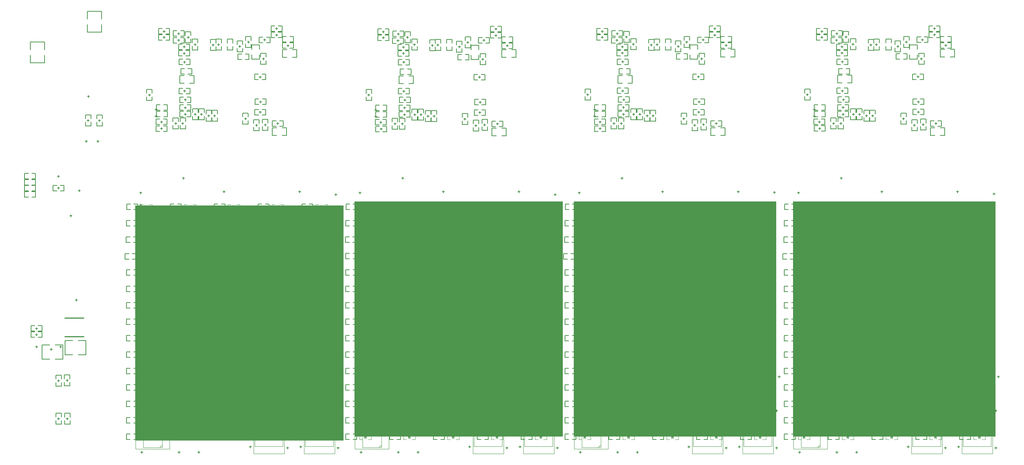
<source format=gbo>
G04*
G04 #@! TF.GenerationSoftware,Altium Limited,Altium Designer,18.1.7 (191)*
G04*
G04 Layer_Color=32896*
%FSLAX25Y25*%
%MOIN*%
G70*
G01*
G75*
%ADD13C,0.00394*%
%ADD14C,0.00500*%
%ADD16C,0.01000*%
%ADD18C,0.00197*%
%ADD19R,1.90000X2.15000*%
%ADD20R,1.85000X2.15000*%
D13*
X476851Y24142D02*
Y27291D01*
X475257Y25717D02*
X476851Y24123D01*
X475257Y25717D02*
X476851Y27310D01*
X475257Y24043D02*
Y27390D01*
X470748Y23354D02*
Y28079D01*
X478524Y23354D02*
X481378D01*
Y28079D01*
X478524D02*
X481378D01*
X470748D02*
X473602D01*
X470748Y23354D02*
X473602D01*
X476851Y39142D02*
Y42291D01*
X475257Y40716D02*
X476851Y39123D01*
X475257Y40716D02*
X476851Y42310D01*
X475257Y39043D02*
Y42390D01*
X470748Y38354D02*
Y43079D01*
X478524Y38354D02*
X481378D01*
Y43079D01*
X478524D02*
X481378D01*
X470748D02*
X473602D01*
X470748Y38354D02*
X473602D01*
X476851Y54142D02*
Y57291D01*
X475257Y55717D02*
X476851Y54123D01*
X475257Y55717D02*
X476851Y57310D01*
X475257Y54043D02*
Y57390D01*
X470748Y53354D02*
Y58079D01*
X478524Y53354D02*
X481378D01*
Y58079D01*
X478524D02*
X481378D01*
X470748D02*
X473602D01*
X470748Y53354D02*
X473602D01*
X876851Y54142D02*
Y57291D01*
X875257Y55717D02*
X876851Y54123D01*
X875257Y55717D02*
X876851Y57310D01*
X875257Y54043D02*
Y57390D01*
X870748Y53354D02*
Y58079D01*
X878524Y53354D02*
X881378D01*
Y58079D01*
X878524D02*
X881378D01*
X870748D02*
X873602D01*
X870748Y53354D02*
X873602D01*
X876851Y39142D02*
Y42291D01*
X875257Y40716D02*
X876851Y39123D01*
X875257Y40716D02*
X876851Y42310D01*
X875257Y39043D02*
Y42390D01*
X870748Y38354D02*
Y43079D01*
X878524Y38354D02*
X881378D01*
Y43079D01*
X878524D02*
X881378D01*
X870748D02*
X873602D01*
X870748Y38354D02*
X873602D01*
X876851Y24142D02*
Y27291D01*
X875257Y25717D02*
X876851Y24123D01*
X875257Y25717D02*
X876851Y27310D01*
X875257Y24043D02*
Y27390D01*
X870748Y23354D02*
Y28079D01*
X878524Y23354D02*
X881378D01*
Y28079D01*
X878524D02*
X881378D01*
X870748D02*
X873602D01*
X870748Y23354D02*
X873602D01*
X676851Y54142D02*
Y57291D01*
X675257Y55717D02*
X676851Y54123D01*
X675257Y55717D02*
X676851Y57310D01*
X675257Y54043D02*
Y57390D01*
X670748Y53354D02*
Y58079D01*
X678524Y53354D02*
X681378D01*
Y58079D01*
X678524D02*
X681378D01*
X670748D02*
X673602D01*
X670748Y53354D02*
X673602D01*
X676851Y39142D02*
Y42291D01*
X675257Y40716D02*
X676851Y39123D01*
X675257Y40716D02*
X676851Y42310D01*
X675257Y39043D02*
Y42390D01*
X670748Y38354D02*
Y43079D01*
X678524Y38354D02*
X681378D01*
Y43079D01*
X678524D02*
X681378D01*
X670748D02*
X673602D01*
X670748Y38354D02*
X673602D01*
X676851Y24142D02*
Y27291D01*
X675257Y25717D02*
X676851Y24123D01*
X675257Y25717D02*
X676851Y27310D01*
X675257Y24043D02*
Y27390D01*
X670748Y23354D02*
Y28079D01*
X678524Y23354D02*
X681378D01*
Y28079D01*
X678524D02*
X681378D01*
X670748D02*
X673602D01*
X670748Y23354D02*
X673602D01*
X876851Y69142D02*
Y72291D01*
X875257Y70717D02*
X876851Y69123D01*
X875257Y70717D02*
X876851Y72310D01*
X875257Y69043D02*
Y72390D01*
X870748Y68354D02*
Y73079D01*
X878524Y68354D02*
X881378D01*
Y73079D01*
X878524D02*
X881378D01*
X870748D02*
X873602D01*
X870748Y68354D02*
X873602D01*
X876851Y84142D02*
Y87291D01*
X875257Y85716D02*
X876851Y84123D01*
X875257Y85716D02*
X876851Y87310D01*
X875257Y84043D02*
Y87390D01*
X870748Y83354D02*
Y88079D01*
X878524Y83354D02*
X881378D01*
Y88079D01*
X878524D02*
X881378D01*
X870748D02*
X873602D01*
X870748Y83354D02*
X873602D01*
X836850Y24142D02*
Y27291D01*
X835257Y25717D02*
X836850Y24123D01*
X835257Y25717D02*
X836850Y27310D01*
X835257Y24043D02*
Y27390D01*
X830748Y23354D02*
Y28079D01*
X838524Y23354D02*
X841378D01*
Y28079D01*
X838524D02*
X841378D01*
X830748D02*
X833603D01*
X830748Y23354D02*
X833603D01*
X836850Y39142D02*
Y42291D01*
X835257Y40716D02*
X836850Y39123D01*
X835257Y40716D02*
X836850Y42310D01*
X835257Y39043D02*
Y42390D01*
X830748Y38354D02*
Y43079D01*
X838524Y38354D02*
X841378D01*
Y43079D01*
X838524D02*
X841378D01*
X830748D02*
X833603D01*
X830748Y38354D02*
X833603D01*
X836850Y54142D02*
Y57291D01*
X835257Y55717D02*
X836850Y54123D01*
X835257Y55717D02*
X836850Y57310D01*
X835257Y54043D02*
Y57390D01*
X830748Y53354D02*
Y58079D01*
X838524Y53354D02*
X841378D01*
Y58079D01*
X838524D02*
X841378D01*
X830748D02*
X833603D01*
X830748Y53354D02*
X833603D01*
X836850Y69142D02*
Y72291D01*
X835257Y70717D02*
X836850Y69123D01*
X835257Y70717D02*
X836850Y72310D01*
X835257Y69043D02*
Y72390D01*
X830748Y68354D02*
Y73079D01*
X838524Y68354D02*
X841378D01*
Y73079D01*
X838524D02*
X841378D01*
X830748D02*
X833603D01*
X830748Y68354D02*
X833603D01*
X836850Y84142D02*
Y87291D01*
X835257Y85716D02*
X836850Y84123D01*
X835257Y85716D02*
X836850Y87310D01*
X835257Y84043D02*
Y87390D01*
X830748Y83354D02*
Y88079D01*
X838524Y83354D02*
X841378D01*
Y88079D01*
X838524D02*
X841378D01*
X830748D02*
X833603D01*
X830748Y83354D02*
X833603D01*
X796851Y24142D02*
Y27291D01*
X795257Y25717D02*
X796851Y24123D01*
X795257Y25717D02*
X796851Y27310D01*
X795257Y24043D02*
Y27390D01*
X790748Y23354D02*
Y28079D01*
X798524Y23354D02*
X801378D01*
Y28079D01*
X798524D02*
X801378D01*
X790748D02*
X793603D01*
X790748Y23354D02*
X793603D01*
X676851Y69142D02*
Y72291D01*
X675257Y70717D02*
X676851Y69123D01*
X675257Y70717D02*
X676851Y72310D01*
X675257Y69043D02*
Y72390D01*
X670748Y68354D02*
Y73079D01*
X678524Y68354D02*
X681378D01*
Y73079D01*
X678524D02*
X681378D01*
X670748D02*
X673602D01*
X670748Y68354D02*
X673602D01*
X676851Y84142D02*
Y87291D01*
X675257Y85716D02*
X676851Y84123D01*
X675257Y85716D02*
X676851Y87310D01*
X675257Y84043D02*
Y87390D01*
X670748Y83354D02*
Y88079D01*
X678524Y83354D02*
X681378D01*
Y88079D01*
X678524D02*
X681378D01*
X670748D02*
X673602D01*
X670748Y83354D02*
X673602D01*
X636851Y24142D02*
Y27291D01*
X635257Y25717D02*
X636851Y24123D01*
X635257Y25717D02*
X636851Y27310D01*
X635257Y24043D02*
Y27390D01*
X630748Y23354D02*
Y28079D01*
X638524Y23354D02*
X641378D01*
Y28079D01*
X638524D02*
X641378D01*
X630748D02*
X633603D01*
X630748Y23354D02*
X633603D01*
X636851Y39142D02*
Y42291D01*
X635257Y40716D02*
X636851Y39123D01*
X635257Y40716D02*
X636851Y42310D01*
X635257Y39043D02*
Y42390D01*
X630748Y38354D02*
Y43079D01*
X638524Y38354D02*
X641378D01*
Y43079D01*
X638524D02*
X641378D01*
X630748D02*
X633603D01*
X630748Y38354D02*
X633603D01*
X636851Y54142D02*
Y57291D01*
X635257Y55717D02*
X636851Y54123D01*
X635257Y55717D02*
X636851Y57310D01*
X635257Y54043D02*
Y57390D01*
X630748Y53354D02*
Y58079D01*
X638524Y53354D02*
X641378D01*
Y58079D01*
X638524D02*
X641378D01*
X630748D02*
X633603D01*
X630748Y53354D02*
X633603D01*
X636851Y69142D02*
Y72291D01*
X635257Y70717D02*
X636851Y69123D01*
X635257Y70717D02*
X636851Y72310D01*
X635257Y69043D02*
Y72390D01*
X630748Y68354D02*
Y73079D01*
X638524Y68354D02*
X641378D01*
Y73079D01*
X638524D02*
X641378D01*
X630748D02*
X633603D01*
X630748Y68354D02*
X633603D01*
X636851Y84142D02*
Y87291D01*
X635257Y85716D02*
X636851Y84123D01*
X635257Y85716D02*
X636851Y87310D01*
X635257Y84043D02*
Y87390D01*
X630748Y83354D02*
Y88079D01*
X638524Y83354D02*
X641378D01*
Y88079D01*
X638524D02*
X641378D01*
X630748D02*
X633603D01*
X630748Y83354D02*
X633603D01*
X596851Y24142D02*
Y27291D01*
X595257Y25717D02*
X596851Y24123D01*
X595257Y25717D02*
X596851Y27310D01*
X595257Y24043D02*
Y27390D01*
X590748Y23354D02*
Y28079D01*
X598524Y23354D02*
X601378D01*
Y28079D01*
X598524D02*
X601378D01*
X590748D02*
X593603D01*
X590748Y23354D02*
X593603D01*
X476851Y69142D02*
Y72291D01*
X475257Y70717D02*
X476851Y69123D01*
X475257Y70717D02*
X476851Y72310D01*
X475257Y69043D02*
Y72390D01*
X470748Y68354D02*
Y73079D01*
X478524Y68354D02*
X481378D01*
Y73079D01*
X478524D02*
X481378D01*
X470748D02*
X473602D01*
X470748Y68354D02*
X473602D01*
X476851Y84142D02*
Y87291D01*
X475257Y85716D02*
X476851Y84123D01*
X475257Y85716D02*
X476851Y87310D01*
X475257Y84043D02*
Y87390D01*
X470748Y83354D02*
Y88079D01*
X478524Y83354D02*
X481378D01*
Y88079D01*
X478524D02*
X481378D01*
X470748D02*
X473602D01*
X470748Y83354D02*
X473602D01*
X436851Y24142D02*
Y27291D01*
X435257Y25717D02*
X436851Y24123D01*
X435257Y25717D02*
X436851Y27310D01*
X435257Y24043D02*
Y27390D01*
X430748Y23354D02*
Y28079D01*
X438524Y23354D02*
X441378D01*
Y28079D01*
X438524D02*
X441378D01*
X430748D02*
X433603D01*
X430748Y23354D02*
X433603D01*
X436851Y39142D02*
Y42291D01*
X435257Y40716D02*
X436851Y39123D01*
X435257Y40716D02*
X436851Y42310D01*
X435257Y39043D02*
Y42390D01*
X430748Y38354D02*
Y43079D01*
X438524Y38354D02*
X441378D01*
Y43079D01*
X438524D02*
X441378D01*
X430748D02*
X433603D01*
X430748Y38354D02*
X433603D01*
X436851Y54142D02*
Y57291D01*
X435257Y55717D02*
X436851Y54123D01*
X435257Y55717D02*
X436851Y57310D01*
X435257Y54043D02*
Y57390D01*
X430748Y53354D02*
Y58079D01*
X438524Y53354D02*
X441378D01*
Y58079D01*
X438524D02*
X441378D01*
X430748D02*
X433603D01*
X430748Y53354D02*
X433603D01*
X436851Y69142D02*
Y72291D01*
X435257Y70717D02*
X436851Y69123D01*
X435257Y70717D02*
X436851Y72310D01*
X435257Y69043D02*
Y72390D01*
X430748Y68354D02*
Y73079D01*
X438524Y68354D02*
X441378D01*
Y73079D01*
X438524D02*
X441378D01*
X430748D02*
X433603D01*
X430748Y68354D02*
X433603D01*
X436851Y84142D02*
Y87291D01*
X435257Y85716D02*
X436851Y84123D01*
X435257Y85716D02*
X436851Y87310D01*
X435257Y84043D02*
Y87390D01*
X430748Y83354D02*
Y88079D01*
X438524Y83354D02*
X441378D01*
Y88079D01*
X438524D02*
X441378D01*
X430748D02*
X433603D01*
X430748Y83354D02*
X433603D01*
X396851Y24142D02*
Y27291D01*
X395257Y25717D02*
X396851Y24123D01*
X395257Y25717D02*
X396851Y27310D01*
X395257Y24043D02*
Y27390D01*
X390748Y23354D02*
Y28079D01*
X398524Y23354D02*
X401378D01*
Y28079D01*
X398524D02*
X401378D01*
X390748D02*
X393602D01*
X390748Y23354D02*
X393602D01*
X756851Y24142D02*
Y27291D01*
X755257Y25717D02*
X756851Y24123D01*
X755257Y25717D02*
X756851Y27310D01*
X755257Y24043D02*
Y27390D01*
X750748Y23354D02*
Y28079D01*
X758524Y23354D02*
X761378D01*
Y28079D01*
X758524D02*
X761378D01*
X750748D02*
X753603D01*
X750748Y23354D02*
X753603D01*
X716851Y24142D02*
Y27291D01*
X715257Y25717D02*
X716851Y24123D01*
X715257Y25717D02*
X716851Y27310D01*
X715257Y24043D02*
Y27390D01*
X710748Y23354D02*
Y28079D01*
X718524Y23354D02*
X721378D01*
Y28079D01*
X718524D02*
X721378D01*
X710748D02*
X713602D01*
X710748Y23354D02*
X713602D01*
X796851Y39142D02*
Y42291D01*
X795257Y40716D02*
X796851Y39123D01*
X795257Y40716D02*
X796851Y42310D01*
X795257Y39043D02*
Y42390D01*
X790748Y38354D02*
Y43079D01*
X798524Y38354D02*
X801378D01*
Y43079D01*
X798524D02*
X801378D01*
X790748D02*
X793603D01*
X790748Y38354D02*
X793603D01*
X756851Y39142D02*
Y42291D01*
X755257Y40716D02*
X756851Y39123D01*
X755257Y40716D02*
X756851Y42310D01*
X755257Y39043D02*
Y42390D01*
X750748Y38354D02*
Y43079D01*
X758524Y38354D02*
X761378D01*
Y43079D01*
X758524D02*
X761378D01*
X750748D02*
X753603D01*
X750748Y38354D02*
X753603D01*
X716851Y39142D02*
Y42291D01*
X715257Y40716D02*
X716851Y39123D01*
X715257Y40716D02*
X716851Y42310D01*
X715257Y39043D02*
Y42390D01*
X710748Y38354D02*
Y43079D01*
X718524Y38354D02*
X721378D01*
Y43079D01*
X718524D02*
X721378D01*
X710748D02*
X713602D01*
X710748Y38354D02*
X713602D01*
X796851Y54142D02*
Y57291D01*
X795257Y55717D02*
X796851Y54123D01*
X795257Y55717D02*
X796851Y57310D01*
X795257Y54043D02*
Y57390D01*
X790748Y53354D02*
Y58079D01*
X798524Y53354D02*
X801378D01*
Y58079D01*
X798524D02*
X801378D01*
X790748D02*
X793603D01*
X790748Y53354D02*
X793603D01*
X756851Y54142D02*
Y57291D01*
X755257Y55717D02*
X756851Y54123D01*
X755257Y55717D02*
X756851Y57310D01*
X755257Y54043D02*
Y57390D01*
X750748Y53354D02*
Y58079D01*
X758524Y53354D02*
X761378D01*
Y58079D01*
X758524D02*
X761378D01*
X750748D02*
X753603D01*
X750748Y53354D02*
X753603D01*
X716851Y54142D02*
Y57291D01*
X715257Y55717D02*
X716851Y54123D01*
X715257Y55717D02*
X716851Y57310D01*
X715257Y54043D02*
Y57390D01*
X710748Y53354D02*
Y58079D01*
X718524Y53354D02*
X721378D01*
Y58079D01*
X718524D02*
X721378D01*
X710748D02*
X713602D01*
X710748Y53354D02*
X713602D01*
X556851Y24142D02*
Y27291D01*
X555257Y25717D02*
X556851Y24123D01*
X555257Y25717D02*
X556851Y27310D01*
X555257Y24043D02*
Y27390D01*
X550748Y23354D02*
Y28079D01*
X558524Y23354D02*
X561378D01*
Y28079D01*
X558524D02*
X561378D01*
X550748D02*
X553603D01*
X550748Y23354D02*
X553603D01*
X516851Y24142D02*
Y27291D01*
X515257Y25717D02*
X516851Y24123D01*
X515257Y25717D02*
X516851Y27310D01*
X515257Y24043D02*
Y27390D01*
X510748Y23354D02*
Y28079D01*
X518524Y23354D02*
X521378D01*
Y28079D01*
X518524D02*
X521378D01*
X510748D02*
X513602D01*
X510748Y23354D02*
X513602D01*
X596851Y39142D02*
Y42291D01*
X595257Y40716D02*
X596851Y39123D01*
X595257Y40716D02*
X596851Y42310D01*
X595257Y39043D02*
Y42390D01*
X590748Y38354D02*
Y43079D01*
X598524Y38354D02*
X601378D01*
Y43079D01*
X598524D02*
X601378D01*
X590748D02*
X593603D01*
X590748Y38354D02*
X593603D01*
X556851Y39142D02*
Y42291D01*
X555257Y40716D02*
X556851Y39123D01*
X555257Y40716D02*
X556851Y42310D01*
X555257Y39043D02*
Y42390D01*
X550748Y38354D02*
Y43079D01*
X558524Y38354D02*
X561378D01*
Y43079D01*
X558524D02*
X561378D01*
X550748D02*
X553603D01*
X550748Y38354D02*
X553603D01*
X516851Y39142D02*
Y42291D01*
X515257Y40716D02*
X516851Y39123D01*
X515257Y40716D02*
X516851Y42310D01*
X515257Y39043D02*
Y42390D01*
X510748Y38354D02*
Y43079D01*
X518524Y38354D02*
X521378D01*
Y43079D01*
X518524D02*
X521378D01*
X510748D02*
X513602D01*
X510748Y38354D02*
X513602D01*
X596851Y54142D02*
Y57291D01*
X595257Y55717D02*
X596851Y54123D01*
X595257Y55717D02*
X596851Y57310D01*
X595257Y54043D02*
Y57390D01*
X590748Y53354D02*
Y58079D01*
X598524Y53354D02*
X601378D01*
Y58079D01*
X598524D02*
X601378D01*
X590748D02*
X593603D01*
X590748Y53354D02*
X593603D01*
X556851Y54142D02*
Y57291D01*
X555257Y55717D02*
X556851Y54123D01*
X555257Y55717D02*
X556851Y57310D01*
X555257Y54043D02*
Y57390D01*
X550748Y53354D02*
Y58079D01*
X558524Y53354D02*
X561378D01*
Y58079D01*
X558524D02*
X561378D01*
X550748D02*
X553603D01*
X550748Y53354D02*
X553603D01*
X516851Y54142D02*
Y57291D01*
X515257Y55717D02*
X516851Y54123D01*
X515257Y55717D02*
X516851Y57310D01*
X515257Y54043D02*
Y57390D01*
X510748Y53354D02*
Y58079D01*
X518524Y53354D02*
X521378D01*
Y58079D01*
X518524D02*
X521378D01*
X510748D02*
X513602D01*
X510748Y53354D02*
X513602D01*
X356851Y24142D02*
Y27291D01*
X355257Y25717D02*
X356851Y24123D01*
X355257Y25717D02*
X356851Y27310D01*
X355257Y24043D02*
Y27390D01*
X350748Y23354D02*
Y28079D01*
X358524Y23354D02*
X361378D01*
Y28079D01*
X358524D02*
X361378D01*
X350748D02*
X353603D01*
X350748Y23354D02*
X353603D01*
X316851Y24142D02*
Y27291D01*
X315257Y25717D02*
X316851Y24123D01*
X315257Y25717D02*
X316851Y27310D01*
X315257Y24043D02*
Y27390D01*
X310748Y23354D02*
Y28079D01*
X318524Y23354D02*
X321378D01*
Y28079D01*
X318524D02*
X321378D01*
X310748D02*
X313602D01*
X310748Y23354D02*
X313602D01*
X396851Y39142D02*
Y42291D01*
X395257Y40716D02*
X396851Y39123D01*
X395257Y40716D02*
X396851Y42310D01*
X395257Y39043D02*
Y42390D01*
X390748Y38354D02*
Y43079D01*
X398524Y38354D02*
X401378D01*
Y43079D01*
X398524D02*
X401378D01*
X390748D02*
X393602D01*
X390748Y38354D02*
X393602D01*
X356851Y39142D02*
Y42291D01*
X355257Y40716D02*
X356851Y39123D01*
X355257Y40716D02*
X356851Y42310D01*
X355257Y39043D02*
Y42390D01*
X350748Y38354D02*
Y43079D01*
X358524Y38354D02*
X361378D01*
Y43079D01*
X358524D02*
X361378D01*
X350748D02*
X353603D01*
X350748Y38354D02*
X353603D01*
X316851Y39142D02*
Y42291D01*
X315257Y40716D02*
X316851Y39123D01*
X315257Y40716D02*
X316851Y42310D01*
X315257Y39043D02*
Y42390D01*
X310748Y38354D02*
Y43079D01*
X318524Y38354D02*
X321378D01*
Y43079D01*
X318524D02*
X321378D01*
X310748D02*
X313602D01*
X310748Y38354D02*
X313602D01*
X396851Y54142D02*
Y57291D01*
X395257Y55717D02*
X396851Y54123D01*
X395257Y55717D02*
X396851Y57310D01*
X395257Y54043D02*
Y57390D01*
X390748Y53354D02*
Y58079D01*
X398524Y53354D02*
X401378D01*
Y58079D01*
X398524D02*
X401378D01*
X390748D02*
X393602D01*
X390748Y53354D02*
X393602D01*
X356851Y54142D02*
Y57291D01*
X355257Y55717D02*
X356851Y54123D01*
X355257Y55717D02*
X356851Y57310D01*
X355257Y54043D02*
Y57390D01*
X350748Y53354D02*
Y58079D01*
X358524Y53354D02*
X361378D01*
Y58079D01*
X358524D02*
X361378D01*
X350748D02*
X353603D01*
X350748Y53354D02*
X353603D01*
X316851Y54142D02*
Y57291D01*
X315257Y55717D02*
X316851Y54123D01*
X315257Y55717D02*
X316851Y57310D01*
X315257Y54043D02*
Y57390D01*
X310748Y53354D02*
Y58079D01*
X318524Y53354D02*
X321378D01*
Y58079D01*
X318524D02*
X321378D01*
X310748D02*
X313602D01*
X310748Y53354D02*
X313602D01*
X796851Y69142D02*
Y72291D01*
X795257Y70717D02*
X796851Y69123D01*
X795257Y70717D02*
X796851Y72310D01*
X795257Y69043D02*
Y72390D01*
X790748Y68354D02*
Y73079D01*
X798524Y68354D02*
X801378D01*
Y73079D01*
X798524D02*
X801378D01*
X790748D02*
X793603D01*
X790748Y68354D02*
X793603D01*
X756851Y69142D02*
Y72291D01*
X755257Y70717D02*
X756851Y69123D01*
X755257Y70717D02*
X756851Y72310D01*
X755257Y69043D02*
Y72390D01*
X750748Y68354D02*
Y73079D01*
X758524Y68354D02*
X761378D01*
Y73079D01*
X758524D02*
X761378D01*
X750748D02*
X753603D01*
X750748Y68354D02*
X753603D01*
X716851Y69142D02*
Y72291D01*
X715257Y70717D02*
X716851Y69123D01*
X715257Y70717D02*
X716851Y72310D01*
X715257Y69043D02*
Y72390D01*
X710748Y68354D02*
Y73079D01*
X718524Y68354D02*
X721378D01*
Y73079D01*
X718524D02*
X721378D01*
X710748D02*
X713602D01*
X710748Y68354D02*
X713602D01*
X796851Y84142D02*
Y87291D01*
X795257Y85716D02*
X796851Y84123D01*
X795257Y85716D02*
X796851Y87310D01*
X795257Y84043D02*
Y87390D01*
X790748Y83354D02*
Y88079D01*
X798524Y83354D02*
X801378D01*
Y88079D01*
X798524D02*
X801378D01*
X790748D02*
X793603D01*
X790748Y83354D02*
X793603D01*
X756851Y84142D02*
Y87291D01*
X755257Y85716D02*
X756851Y84123D01*
X755257Y85716D02*
X756851Y87310D01*
X755257Y84043D02*
Y87390D01*
X750748Y83354D02*
Y88079D01*
X758524Y83354D02*
X761378D01*
Y88079D01*
X758524D02*
X761378D01*
X750748D02*
X753603D01*
X750748Y83354D02*
X753603D01*
X716851Y84142D02*
Y87291D01*
X715257Y85716D02*
X716851Y84123D01*
X715257Y85716D02*
X716851Y87310D01*
X715257Y84043D02*
Y87390D01*
X710748Y83354D02*
Y88079D01*
X718524Y83354D02*
X721378D01*
Y88079D01*
X718524D02*
X721378D01*
X710748D02*
X713602D01*
X710748Y83354D02*
X713602D01*
X756851Y99142D02*
Y102291D01*
X755257Y100716D02*
X756851Y99123D01*
X755257Y100716D02*
X756851Y102310D01*
X755257Y99043D02*
Y102390D01*
X750748Y98354D02*
Y103079D01*
X758524Y98354D02*
X761378D01*
Y103079D01*
X758524D02*
X761378D01*
X750748D02*
X753603D01*
X750748Y98354D02*
X753603D01*
X716851Y99142D02*
Y102291D01*
X715257Y100716D02*
X716851Y99123D01*
X715257Y100716D02*
X716851Y102310D01*
X715257Y99043D02*
Y102390D01*
X710748Y98354D02*
Y103079D01*
X718524Y98354D02*
X721378D01*
Y103079D01*
X718524D02*
X721378D01*
X710748D02*
X713602D01*
X710748Y98354D02*
X713602D01*
X596851Y69142D02*
Y72291D01*
X595257Y70717D02*
X596851Y69123D01*
X595257Y70717D02*
X596851Y72310D01*
X595257Y69043D02*
Y72390D01*
X590748Y68354D02*
Y73079D01*
X598524Y68354D02*
X601378D01*
Y73079D01*
X598524D02*
X601378D01*
X590748D02*
X593603D01*
X590748Y68354D02*
X593603D01*
X556851Y69142D02*
Y72291D01*
X555257Y70717D02*
X556851Y69123D01*
X555257Y70717D02*
X556851Y72310D01*
X555257Y69043D02*
Y72390D01*
X550748Y68354D02*
Y73079D01*
X558524Y68354D02*
X561378D01*
Y73079D01*
X558524D02*
X561378D01*
X550748D02*
X553603D01*
X550748Y68354D02*
X553603D01*
X516851Y69142D02*
Y72291D01*
X515257Y70717D02*
X516851Y69123D01*
X515257Y70717D02*
X516851Y72310D01*
X515257Y69043D02*
Y72390D01*
X510748Y68354D02*
Y73079D01*
X518524Y68354D02*
X521378D01*
Y73079D01*
X518524D02*
X521378D01*
X510748D02*
X513602D01*
X510748Y68354D02*
X513602D01*
X596851Y84142D02*
Y87291D01*
X595257Y85716D02*
X596851Y84123D01*
X595257Y85716D02*
X596851Y87310D01*
X595257Y84043D02*
Y87390D01*
X590748Y83354D02*
Y88079D01*
X598524Y83354D02*
X601378D01*
Y88079D01*
X598524D02*
X601378D01*
X590748D02*
X593603D01*
X590748Y83354D02*
X593603D01*
X556851Y84142D02*
Y87291D01*
X555257Y85716D02*
X556851Y84123D01*
X555257Y85716D02*
X556851Y87310D01*
X555257Y84043D02*
Y87390D01*
X550748Y83354D02*
Y88079D01*
X558524Y83354D02*
X561378D01*
Y88079D01*
X558524D02*
X561378D01*
X550748D02*
X553603D01*
X550748Y83354D02*
X553603D01*
X516851Y84142D02*
Y87291D01*
X515257Y85716D02*
X516851Y84123D01*
X515257Y85716D02*
X516851Y87310D01*
X515257Y84043D02*
Y87390D01*
X510748Y83354D02*
Y88079D01*
X518524Y83354D02*
X521378D01*
Y88079D01*
X518524D02*
X521378D01*
X510748D02*
X513602D01*
X510748Y83354D02*
X513602D01*
X556851Y99142D02*
Y102291D01*
X555257Y100716D02*
X556851Y99123D01*
X555257Y100716D02*
X556851Y102310D01*
X555257Y99043D02*
Y102390D01*
X550748Y98354D02*
Y103079D01*
X558524Y98354D02*
X561378D01*
Y103079D01*
X558524D02*
X561378D01*
X550748D02*
X553603D01*
X550748Y98354D02*
X553603D01*
X516851Y99142D02*
Y102291D01*
X515257Y100716D02*
X516851Y99123D01*
X515257Y100716D02*
X516851Y102310D01*
X515257Y99043D02*
Y102390D01*
X510748Y98354D02*
Y103079D01*
X518524Y98354D02*
X521378D01*
Y103079D01*
X518524D02*
X521378D01*
X510748D02*
X513602D01*
X510748Y98354D02*
X513602D01*
X396851Y69142D02*
Y72291D01*
X395257Y70717D02*
X396851Y69123D01*
X395257Y70717D02*
X396851Y72310D01*
X395257Y69043D02*
Y72390D01*
X390748Y68354D02*
Y73079D01*
X398524Y68354D02*
X401378D01*
Y73079D01*
X398524D02*
X401378D01*
X390748D02*
X393602D01*
X390748Y68354D02*
X393602D01*
X356851Y69142D02*
Y72291D01*
X355257Y70717D02*
X356851Y69123D01*
X355257Y70717D02*
X356851Y72310D01*
X355257Y69043D02*
Y72390D01*
X350748Y68354D02*
Y73079D01*
X358524Y68354D02*
X361378D01*
Y73079D01*
X358524D02*
X361378D01*
X350748D02*
X353603D01*
X350748Y68354D02*
X353603D01*
X316851Y69142D02*
Y72291D01*
X315257Y70717D02*
X316851Y69123D01*
X315257Y70717D02*
X316851Y72310D01*
X315257Y69043D02*
Y72390D01*
X310748Y68354D02*
Y73079D01*
X318524Y68354D02*
X321378D01*
Y73079D01*
X318524D02*
X321378D01*
X310748D02*
X313602D01*
X310748Y68354D02*
X313602D01*
X396851Y84142D02*
Y87291D01*
X395257Y85716D02*
X396851Y84123D01*
X395257Y85716D02*
X396851Y87310D01*
X395257Y84043D02*
Y87390D01*
X390748Y83354D02*
Y88079D01*
X398524Y83354D02*
X401378D01*
Y88079D01*
X398524D02*
X401378D01*
X390748D02*
X393602D01*
X390748Y83354D02*
X393602D01*
X356851Y84142D02*
Y87291D01*
X355257Y85716D02*
X356851Y84123D01*
X355257Y85716D02*
X356851Y87310D01*
X355257Y84043D02*
Y87390D01*
X350748Y83354D02*
Y88079D01*
X358524Y83354D02*
X361378D01*
Y88079D01*
X358524D02*
X361378D01*
X350748D02*
X353603D01*
X350748Y83354D02*
X353603D01*
X316851Y84142D02*
Y87291D01*
X315257Y85716D02*
X316851Y84123D01*
X315257Y85716D02*
X316851Y87310D01*
X315257Y84043D02*
Y87390D01*
X310748Y83354D02*
Y88079D01*
X318524Y83354D02*
X321378D01*
Y88079D01*
X318524D02*
X321378D01*
X310748D02*
X313602D01*
X310748Y83354D02*
X313602D01*
X356851Y99142D02*
Y102291D01*
X355257Y100716D02*
X356851Y99123D01*
X355257Y100716D02*
X356851Y102310D01*
X355257Y99043D02*
Y102390D01*
X350748Y98354D02*
Y103079D01*
X358524Y98354D02*
X361378D01*
Y103079D01*
X358524D02*
X361378D01*
X350748D02*
X353603D01*
X350748Y98354D02*
X353603D01*
X316851Y99142D02*
Y102291D01*
X315257Y100716D02*
X316851Y99123D01*
X315257Y100716D02*
X316851Y102310D01*
X315257Y99043D02*
Y102390D01*
X310748Y98354D02*
Y103079D01*
X318524Y98354D02*
X321378D01*
Y103079D01*
X318524D02*
X321378D01*
X310748D02*
X313602D01*
X310748Y98354D02*
X313602D01*
X876851Y99142D02*
Y102291D01*
X875257Y100716D02*
X876851Y99123D01*
X875257Y100716D02*
X876851Y102310D01*
X875257Y99043D02*
Y102390D01*
X870748Y98354D02*
Y103079D01*
X878524Y98354D02*
X881378D01*
Y103079D01*
X878524D02*
X881378D01*
X870748D02*
X873602D01*
X870748Y98354D02*
X873602D01*
X876851Y114142D02*
Y117291D01*
X875257Y115717D02*
X876851Y114123D01*
X875257Y115717D02*
X876851Y117310D01*
X875257Y114043D02*
Y117390D01*
X870748Y113354D02*
Y118079D01*
X878524Y113354D02*
X881378D01*
Y118079D01*
X878524D02*
X881378D01*
X870748D02*
X873602D01*
X870748Y113354D02*
X873602D01*
X876851Y129142D02*
Y132291D01*
X875257Y130717D02*
X876851Y129123D01*
X875257Y130717D02*
X876851Y132310D01*
X875257Y129043D02*
Y132390D01*
X870748Y128354D02*
Y133079D01*
X878524Y128354D02*
X881378D01*
Y133079D01*
X878524D02*
X881378D01*
X870748D02*
X873602D01*
X870748Y128354D02*
X873602D01*
X876851Y144142D02*
Y147291D01*
X875257Y145717D02*
X876851Y144123D01*
X875257Y145717D02*
X876851Y147310D01*
X875257Y144043D02*
Y147390D01*
X870748Y143354D02*
Y148079D01*
X878524Y143354D02*
X881378D01*
Y148079D01*
X878524D02*
X881378D01*
X870748D02*
X873602D01*
X870748Y143354D02*
X873602D01*
X836850Y99142D02*
Y102291D01*
X835257Y100716D02*
X836850Y99123D01*
X835257Y100716D02*
X836850Y102310D01*
X835257Y99043D02*
Y102390D01*
X830748Y98354D02*
Y103079D01*
X838524Y98354D02*
X841378D01*
Y103079D01*
X838524D02*
X841378D01*
X830748D02*
X833603D01*
X830748Y98354D02*
X833603D01*
X836850Y114142D02*
Y117291D01*
X835257Y115717D02*
X836850Y114123D01*
X835257Y115717D02*
X836850Y117310D01*
X835257Y114043D02*
Y117390D01*
X830748Y113354D02*
Y118079D01*
X838524Y113354D02*
X841378D01*
Y118079D01*
X838524D02*
X841378D01*
X830748D02*
X833603D01*
X830748Y113354D02*
X833603D01*
X836850Y144142D02*
Y147291D01*
X835257Y145717D02*
X836850Y144123D01*
X835257Y145717D02*
X836850Y147310D01*
X835257Y144043D02*
Y147390D01*
X830748Y143354D02*
Y148079D01*
X838524Y143354D02*
X841378D01*
Y148079D01*
X838524D02*
X841378D01*
X830748D02*
X833603D01*
X830748Y143354D02*
X833603D01*
X836850Y129142D02*
Y132291D01*
X835257Y130717D02*
X836850Y129123D01*
X835257Y130717D02*
X836850Y132310D01*
X835257Y129043D02*
Y132390D01*
X830748Y128354D02*
Y133079D01*
X838524Y128354D02*
X841378D01*
Y133079D01*
X838524D02*
X841378D01*
X830748D02*
X833603D01*
X830748Y128354D02*
X833603D01*
X676851Y99142D02*
Y102291D01*
X675257Y100716D02*
X676851Y99123D01*
X675257Y100716D02*
X676851Y102310D01*
X675257Y99043D02*
Y102390D01*
X670748Y98354D02*
Y103079D01*
X678524Y98354D02*
X681378D01*
Y103079D01*
X678524D02*
X681378D01*
X670748D02*
X673602D01*
X670748Y98354D02*
X673602D01*
X676851Y114142D02*
Y117291D01*
X675257Y115717D02*
X676851Y114123D01*
X675257Y115717D02*
X676851Y117310D01*
X675257Y114043D02*
Y117390D01*
X670748Y113354D02*
Y118079D01*
X678524Y113354D02*
X681378D01*
Y118079D01*
X678524D02*
X681378D01*
X670748D02*
X673602D01*
X670748Y113354D02*
X673602D01*
X676851Y129142D02*
Y132291D01*
X675257Y130717D02*
X676851Y129123D01*
X675257Y130717D02*
X676851Y132310D01*
X675257Y129043D02*
Y132390D01*
X670748Y128354D02*
Y133079D01*
X678524Y128354D02*
X681378D01*
Y133079D01*
X678524D02*
X681378D01*
X670748D02*
X673602D01*
X670748Y128354D02*
X673602D01*
X676851Y144142D02*
Y147291D01*
X675257Y145717D02*
X676851Y144123D01*
X675257Y145717D02*
X676851Y147310D01*
X675257Y144043D02*
Y147390D01*
X670748Y143354D02*
Y148079D01*
X678524Y143354D02*
X681378D01*
Y148079D01*
X678524D02*
X681378D01*
X670748D02*
X673602D01*
X670748Y143354D02*
X673602D01*
X636851Y99142D02*
Y102291D01*
X635257Y100716D02*
X636851Y99123D01*
X635257Y100716D02*
X636851Y102310D01*
X635257Y99043D02*
Y102390D01*
X630748Y98354D02*
Y103079D01*
X638524Y98354D02*
X641378D01*
Y103079D01*
X638524D02*
X641378D01*
X630748D02*
X633603D01*
X630748Y98354D02*
X633603D01*
X636851Y114142D02*
Y117291D01*
X635257Y115717D02*
X636851Y114123D01*
X635257Y115717D02*
X636851Y117310D01*
X635257Y114043D02*
Y117390D01*
X630748Y113354D02*
Y118079D01*
X638524Y113354D02*
X641378D01*
Y118079D01*
X638524D02*
X641378D01*
X630748D02*
X633603D01*
X630748Y113354D02*
X633603D01*
X636851Y144142D02*
Y147291D01*
X635257Y145717D02*
X636851Y144123D01*
X635257Y145717D02*
X636851Y147310D01*
X635257Y144043D02*
Y147390D01*
X630748Y143354D02*
Y148079D01*
X638524Y143354D02*
X641378D01*
Y148079D01*
X638524D02*
X641378D01*
X630748D02*
X633603D01*
X630748Y143354D02*
X633603D01*
X636851Y129142D02*
Y132291D01*
X635257Y130717D02*
X636851Y129123D01*
X635257Y130717D02*
X636851Y132310D01*
X635257Y129043D02*
Y132390D01*
X630748Y128354D02*
Y133079D01*
X638524Y128354D02*
X641378D01*
Y133079D01*
X638524D02*
X641378D01*
X630748D02*
X633603D01*
X630748Y128354D02*
X633603D01*
X476851Y99142D02*
Y102291D01*
X475257Y100716D02*
X476851Y99123D01*
X475257Y100716D02*
X476851Y102310D01*
X475257Y99043D02*
Y102390D01*
X470748Y98354D02*
Y103079D01*
X478524Y98354D02*
X481378D01*
Y103079D01*
X478524D02*
X481378D01*
X470748D02*
X473602D01*
X470748Y98354D02*
X473602D01*
X476851Y114142D02*
Y117291D01*
X475257Y115717D02*
X476851Y114123D01*
X475257Y115717D02*
X476851Y117310D01*
X475257Y114043D02*
Y117390D01*
X470748Y113354D02*
Y118079D01*
X478524Y113354D02*
X481378D01*
Y118079D01*
X478524D02*
X481378D01*
X470748D02*
X473602D01*
X470748Y113354D02*
X473602D01*
X476851Y129142D02*
Y132291D01*
X475257Y130717D02*
X476851Y129123D01*
X475257Y130717D02*
X476851Y132310D01*
X475257Y129043D02*
Y132390D01*
X470748Y128354D02*
Y133079D01*
X478524Y128354D02*
X481378D01*
Y133079D01*
X478524D02*
X481378D01*
X470748D02*
X473602D01*
X470748Y128354D02*
X473602D01*
X476851Y144142D02*
Y147291D01*
X475257Y145717D02*
X476851Y144123D01*
X475257Y145717D02*
X476851Y147310D01*
X475257Y144043D02*
Y147390D01*
X470748Y143354D02*
Y148079D01*
X478524Y143354D02*
X481378D01*
Y148079D01*
X478524D02*
X481378D01*
X470748D02*
X473602D01*
X470748Y143354D02*
X473602D01*
X436851Y99142D02*
Y102291D01*
X435257Y100716D02*
X436851Y99123D01*
X435257Y100716D02*
X436851Y102310D01*
X435257Y99043D02*
Y102390D01*
X430748Y98354D02*
Y103079D01*
X438524Y98354D02*
X441378D01*
Y103079D01*
X438524D02*
X441378D01*
X430748D02*
X433603D01*
X430748Y98354D02*
X433603D01*
X436851Y114142D02*
Y117291D01*
X435257Y115717D02*
X436851Y114123D01*
X435257Y115717D02*
X436851Y117310D01*
X435257Y114043D02*
Y117390D01*
X430748Y113354D02*
Y118079D01*
X438524Y113354D02*
X441378D01*
Y118079D01*
X438524D02*
X441378D01*
X430748D02*
X433603D01*
X430748Y113354D02*
X433603D01*
X436851Y144142D02*
Y147291D01*
X435257Y145717D02*
X436851Y144123D01*
X435257Y145717D02*
X436851Y147310D01*
X435257Y144043D02*
Y147390D01*
X430748Y143354D02*
Y148079D01*
X438524Y143354D02*
X441378D01*
Y148079D01*
X438524D02*
X441378D01*
X430748D02*
X433603D01*
X430748Y143354D02*
X433603D01*
X436851Y129142D02*
Y132291D01*
X435257Y130717D02*
X436851Y129123D01*
X435257Y130717D02*
X436851Y132310D01*
X435257Y129043D02*
Y132390D01*
X430748Y128354D02*
Y133079D01*
X438524Y128354D02*
X441378D01*
Y133079D01*
X438524D02*
X441378D01*
X430748D02*
X433603D01*
X430748Y128354D02*
X433603D01*
X796851Y99142D02*
Y102291D01*
X795257Y100716D02*
X796851Y99123D01*
X795257Y100716D02*
X796851Y102310D01*
X795257Y99043D02*
Y102390D01*
X790748Y98354D02*
Y103079D01*
X798524Y98354D02*
X801378D01*
Y103079D01*
X798524D02*
X801378D01*
X790748D02*
X793603D01*
X790748Y98354D02*
X793603D01*
X796851Y114142D02*
Y117291D01*
X795257Y115717D02*
X796851Y114123D01*
X795257Y115717D02*
X796851Y117310D01*
X795257Y114043D02*
Y117390D01*
X790748Y113354D02*
Y118079D01*
X798524Y113354D02*
X801378D01*
Y118079D01*
X798524D02*
X801378D01*
X790748D02*
X793603D01*
X790748Y113354D02*
X793603D01*
X756851Y114142D02*
Y117291D01*
X755257Y115717D02*
X756851Y114123D01*
X755257Y115717D02*
X756851Y117310D01*
X755257Y114043D02*
Y117390D01*
X750748Y113354D02*
Y118079D01*
X758524Y113354D02*
X761378D01*
Y118079D01*
X758524D02*
X761378D01*
X750748D02*
X753603D01*
X750748Y113354D02*
X753603D01*
X716851Y114142D02*
Y117291D01*
X715257Y115717D02*
X716851Y114123D01*
X715257Y115717D02*
X716851Y117310D01*
X715257Y114043D02*
Y117390D01*
X710748Y113354D02*
Y118079D01*
X718524Y113354D02*
X721378D01*
Y118079D01*
X718524D02*
X721378D01*
X710748D02*
X713602D01*
X710748Y113354D02*
X713602D01*
X796851Y129142D02*
Y132291D01*
X795257Y130717D02*
X796851Y129123D01*
X795257Y130717D02*
X796851Y132310D01*
X795257Y129043D02*
Y132390D01*
X790748Y128354D02*
Y133079D01*
X798524Y128354D02*
X801378D01*
Y133079D01*
X798524D02*
X801378D01*
X790748D02*
X793603D01*
X790748Y128354D02*
X793603D01*
X756851Y129142D02*
Y132291D01*
X755257Y130717D02*
X756851Y129123D01*
X755257Y130717D02*
X756851Y132310D01*
X755257Y129043D02*
Y132390D01*
X750748Y128354D02*
Y133079D01*
X758524Y128354D02*
X761378D01*
Y133079D01*
X758524D02*
X761378D01*
X750748D02*
X753603D01*
X750748Y128354D02*
X753603D01*
X716851Y129142D02*
Y132291D01*
X715257Y130717D02*
X716851Y129123D01*
X715257Y130717D02*
X716851Y132310D01*
X715257Y129043D02*
Y132390D01*
X710748Y128354D02*
Y133079D01*
X718524Y128354D02*
X721378D01*
Y133079D01*
X718524D02*
X721378D01*
X710748D02*
X713602D01*
X710748Y128354D02*
X713602D01*
X716851Y144142D02*
Y147291D01*
X715257Y145717D02*
X716851Y144123D01*
X715257Y145717D02*
X716851Y147310D01*
X715257Y144043D02*
Y147390D01*
X710748Y143354D02*
Y148079D01*
X718524Y143354D02*
X721378D01*
Y148079D01*
X718524D02*
X721378D01*
X710748D02*
X713602D01*
X710748Y143354D02*
X713602D01*
X596851Y99142D02*
Y102291D01*
X595257Y100716D02*
X596851Y99123D01*
X595257Y100716D02*
X596851Y102310D01*
X595257Y99043D02*
Y102390D01*
X590748Y98354D02*
Y103079D01*
X598524Y98354D02*
X601378D01*
Y103079D01*
X598524D02*
X601378D01*
X590748D02*
X593603D01*
X590748Y98354D02*
X593603D01*
X596851Y114142D02*
Y117291D01*
X595257Y115717D02*
X596851Y114123D01*
X595257Y115717D02*
X596851Y117310D01*
X595257Y114043D02*
Y117390D01*
X590748Y113354D02*
Y118079D01*
X598524Y113354D02*
X601378D01*
Y118079D01*
X598524D02*
X601378D01*
X590748D02*
X593603D01*
X590748Y113354D02*
X593603D01*
X556851Y114142D02*
Y117291D01*
X555257Y115717D02*
X556851Y114123D01*
X555257Y115717D02*
X556851Y117310D01*
X555257Y114043D02*
Y117390D01*
X550748Y113354D02*
Y118079D01*
X558524Y113354D02*
X561378D01*
Y118079D01*
X558524D02*
X561378D01*
X550748D02*
X553603D01*
X550748Y113354D02*
X553603D01*
X516851Y114142D02*
Y117291D01*
X515257Y115717D02*
X516851Y114123D01*
X515257Y115717D02*
X516851Y117310D01*
X515257Y114043D02*
Y117390D01*
X510748Y113354D02*
Y118079D01*
X518524Y113354D02*
X521378D01*
Y118079D01*
X518524D02*
X521378D01*
X510748D02*
X513602D01*
X510748Y113354D02*
X513602D01*
X596851Y129142D02*
Y132291D01*
X595257Y130717D02*
X596851Y129123D01*
X595257Y130717D02*
X596851Y132310D01*
X595257Y129043D02*
Y132390D01*
X590748Y128354D02*
Y133079D01*
X598524Y128354D02*
X601378D01*
Y133079D01*
X598524D02*
X601378D01*
X590748D02*
X593603D01*
X590748Y128354D02*
X593603D01*
X556851Y129142D02*
Y132291D01*
X555257Y130717D02*
X556851Y129123D01*
X555257Y130717D02*
X556851Y132310D01*
X555257Y129043D02*
Y132390D01*
X550748Y128354D02*
Y133079D01*
X558524Y128354D02*
X561378D01*
Y133079D01*
X558524D02*
X561378D01*
X550748D02*
X553603D01*
X550748Y128354D02*
X553603D01*
X516851Y129142D02*
Y132291D01*
X515257Y130717D02*
X516851Y129123D01*
X515257Y130717D02*
X516851Y132310D01*
X515257Y129043D02*
Y132390D01*
X510748Y128354D02*
Y133079D01*
X518524Y128354D02*
X521378D01*
Y133079D01*
X518524D02*
X521378D01*
X510748D02*
X513602D01*
X510748Y128354D02*
X513602D01*
X516851Y144142D02*
Y147291D01*
X515257Y145717D02*
X516851Y144123D01*
X515257Y145717D02*
X516851Y147310D01*
X515257Y144043D02*
Y147390D01*
X510748Y143354D02*
Y148079D01*
X518524Y143354D02*
X521378D01*
Y148079D01*
X518524D02*
X521378D01*
X510748D02*
X513602D01*
X510748Y143354D02*
X513602D01*
X396851Y99142D02*
Y102291D01*
X395257Y100716D02*
X396851Y99123D01*
X395257Y100716D02*
X396851Y102310D01*
X395257Y99043D02*
Y102390D01*
X390748Y98354D02*
Y103079D01*
X398524Y98354D02*
X401378D01*
Y103079D01*
X398524D02*
X401378D01*
X390748D02*
X393602D01*
X390748Y98354D02*
X393602D01*
X396851Y114142D02*
Y117291D01*
X395257Y115717D02*
X396851Y114123D01*
X395257Y115717D02*
X396851Y117310D01*
X395257Y114043D02*
Y117390D01*
X390748Y113354D02*
Y118079D01*
X398524Y113354D02*
X401378D01*
Y118079D01*
X398524D02*
X401378D01*
X390748D02*
X393602D01*
X390748Y113354D02*
X393602D01*
X356851Y114142D02*
Y117291D01*
X355257Y115717D02*
X356851Y114123D01*
X355257Y115717D02*
X356851Y117310D01*
X355257Y114043D02*
Y117390D01*
X350748Y113354D02*
Y118079D01*
X358524Y113354D02*
X361378D01*
Y118079D01*
X358524D02*
X361378D01*
X350748D02*
X353603D01*
X350748Y113354D02*
X353603D01*
X316851Y114142D02*
Y117291D01*
X315257Y115717D02*
X316851Y114123D01*
X315257Y115717D02*
X316851Y117310D01*
X315257Y114043D02*
Y117390D01*
X310748Y113354D02*
Y118079D01*
X318524Y113354D02*
X321378D01*
Y118079D01*
X318524D02*
X321378D01*
X310748D02*
X313602D01*
X310748Y113354D02*
X313602D01*
X396851Y129142D02*
Y132291D01*
X395257Y130717D02*
X396851Y129123D01*
X395257Y130717D02*
X396851Y132310D01*
X395257Y129043D02*
Y132390D01*
X390748Y128354D02*
Y133079D01*
X398524Y128354D02*
X401378D01*
Y133079D01*
X398524D02*
X401378D01*
X390748D02*
X393602D01*
X390748Y128354D02*
X393602D01*
X356851Y129142D02*
Y132291D01*
X355257Y130717D02*
X356851Y129123D01*
X355257Y130717D02*
X356851Y132310D01*
X355257Y129043D02*
Y132390D01*
X350748Y128354D02*
Y133079D01*
X358524Y128354D02*
X361378D01*
Y133079D01*
X358524D02*
X361378D01*
X350748D02*
X353603D01*
X350748Y128354D02*
X353603D01*
X316851Y129142D02*
Y132291D01*
X315257Y130717D02*
X316851Y129123D01*
X315257Y130717D02*
X316851Y132310D01*
X315257Y129043D02*
Y132390D01*
X310748Y128354D02*
Y133079D01*
X318524Y128354D02*
X321378D01*
Y133079D01*
X318524D02*
X321378D01*
X310748D02*
X313602D01*
X310748Y128354D02*
X313602D01*
X316851Y144142D02*
Y147291D01*
X315257Y145717D02*
X316851Y144123D01*
X315257Y145717D02*
X316851Y147310D01*
X315257Y144043D02*
Y147390D01*
X310748Y143354D02*
Y148079D01*
X318524Y143354D02*
X321378D01*
Y148079D01*
X318524D02*
X321378D01*
X310748D02*
X313602D01*
X310748Y143354D02*
X313602D01*
X756851Y144142D02*
Y147291D01*
X755257Y145717D02*
X756851Y144123D01*
X755257Y145717D02*
X756851Y147310D01*
X755257Y144043D02*
Y147390D01*
X750748Y143354D02*
Y148079D01*
X758524Y143354D02*
X761378D01*
Y148079D01*
X758524D02*
X761378D01*
X750748D02*
X753603D01*
X750748Y143354D02*
X753603D01*
X796851Y144142D02*
Y147291D01*
X795257Y145717D02*
X796851Y144123D01*
X795257Y145717D02*
X796851Y147310D01*
X795257Y144043D02*
Y147390D01*
X790748Y143354D02*
Y148079D01*
X798524Y143354D02*
X801378D01*
Y148079D01*
X798524D02*
X801378D01*
X790748D02*
X793603D01*
X790748Y143354D02*
X793603D01*
X796851Y159142D02*
Y162291D01*
X795257Y160716D02*
X796851Y159123D01*
X795257Y160716D02*
X796851Y162310D01*
X795257Y159043D02*
Y162390D01*
X790748Y158354D02*
Y163079D01*
X798524Y158354D02*
X801378D01*
Y163079D01*
X798524D02*
X801378D01*
X790748D02*
X793603D01*
X790748Y158354D02*
X793603D01*
X756851Y159142D02*
Y162291D01*
X755257Y160716D02*
X756851Y159123D01*
X755257Y160716D02*
X756851Y162310D01*
X755257Y159043D02*
Y162390D01*
X750748Y158354D02*
Y163079D01*
X758524Y158354D02*
X761378D01*
Y163079D01*
X758524D02*
X761378D01*
X750748D02*
X753603D01*
X750748Y158354D02*
X753603D01*
X716851Y159142D02*
Y162291D01*
X715257Y160716D02*
X716851Y159123D01*
X715257Y160716D02*
X716851Y162310D01*
X715257Y159043D02*
Y162390D01*
X710748Y158354D02*
Y163079D01*
X718524Y158354D02*
X721378D01*
Y163079D01*
X718524D02*
X721378D01*
X710748D02*
X713602D01*
X710748Y158354D02*
X713602D01*
X796851Y174142D02*
Y177291D01*
X795257Y175716D02*
X796851Y174123D01*
X795257Y175716D02*
X796851Y177310D01*
X795257Y174043D02*
Y177390D01*
X790748Y173354D02*
Y178079D01*
X798524Y173354D02*
X801378D01*
Y178079D01*
X798524D02*
X801378D01*
X790748D02*
X793603D01*
X790748Y173354D02*
X793603D01*
X756851Y174142D02*
Y177291D01*
X755257Y175716D02*
X756851Y174123D01*
X755257Y175716D02*
X756851Y177310D01*
X755257Y174043D02*
Y177390D01*
X750748Y173354D02*
Y178079D01*
X758524Y173354D02*
X761378D01*
Y178079D01*
X758524D02*
X761378D01*
X750748D02*
X753603D01*
X750748Y173354D02*
X753603D01*
X716851Y174142D02*
Y177291D01*
X715257Y175716D02*
X716851Y174123D01*
X715257Y175716D02*
X716851Y177310D01*
X715257Y174043D02*
Y177390D01*
X710748Y173354D02*
Y178079D01*
X718524Y173354D02*
X721378D01*
Y178079D01*
X718524D02*
X721378D01*
X710748D02*
X713602D01*
X710748Y173354D02*
X713602D01*
X556851Y144142D02*
Y147291D01*
X555257Y145717D02*
X556851Y144123D01*
X555257Y145717D02*
X556851Y147310D01*
X555257Y144043D02*
Y147390D01*
X550748Y143354D02*
Y148079D01*
X558524Y143354D02*
X561378D01*
Y148079D01*
X558524D02*
X561378D01*
X550748D02*
X553603D01*
X550748Y143354D02*
X553603D01*
X596851Y144142D02*
Y147291D01*
X595257Y145717D02*
X596851Y144123D01*
X595257Y145717D02*
X596851Y147310D01*
X595257Y144043D02*
Y147390D01*
X590748Y143354D02*
Y148079D01*
X598524Y143354D02*
X601378D01*
Y148079D01*
X598524D02*
X601378D01*
X590748D02*
X593603D01*
X590748Y143354D02*
X593603D01*
X596851Y159142D02*
Y162291D01*
X595257Y160716D02*
X596851Y159123D01*
X595257Y160716D02*
X596851Y162310D01*
X595257Y159043D02*
Y162390D01*
X590748Y158354D02*
Y163079D01*
X598524Y158354D02*
X601378D01*
Y163079D01*
X598524D02*
X601378D01*
X590748D02*
X593603D01*
X590748Y158354D02*
X593603D01*
X556851Y159142D02*
Y162291D01*
X555257Y160716D02*
X556851Y159123D01*
X555257Y160716D02*
X556851Y162310D01*
X555257Y159043D02*
Y162390D01*
X550748Y158354D02*
Y163079D01*
X558524Y158354D02*
X561378D01*
Y163079D01*
X558524D02*
X561378D01*
X550748D02*
X553603D01*
X550748Y158354D02*
X553603D01*
X516851Y159142D02*
Y162291D01*
X515257Y160716D02*
X516851Y159123D01*
X515257Y160716D02*
X516851Y162310D01*
X515257Y159043D02*
Y162390D01*
X510748Y158354D02*
Y163079D01*
X518524Y158354D02*
X521378D01*
Y163079D01*
X518524D02*
X521378D01*
X510748D02*
X513602D01*
X510748Y158354D02*
X513602D01*
X596851Y174142D02*
Y177291D01*
X595257Y175716D02*
X596851Y174123D01*
X595257Y175716D02*
X596851Y177310D01*
X595257Y174043D02*
Y177390D01*
X590748Y173354D02*
Y178079D01*
X598524Y173354D02*
X601378D01*
Y178079D01*
X598524D02*
X601378D01*
X590748D02*
X593603D01*
X590748Y173354D02*
X593603D01*
X556851Y174142D02*
Y177291D01*
X555257Y175716D02*
X556851Y174123D01*
X555257Y175716D02*
X556851Y177310D01*
X555257Y174043D02*
Y177390D01*
X550748Y173354D02*
Y178079D01*
X558524Y173354D02*
X561378D01*
Y178079D01*
X558524D02*
X561378D01*
X550748D02*
X553603D01*
X550748Y173354D02*
X553603D01*
X516851Y174142D02*
Y177291D01*
X515257Y175716D02*
X516851Y174123D01*
X515257Y175716D02*
X516851Y177310D01*
X515257Y174043D02*
Y177390D01*
X510748Y173354D02*
Y178079D01*
X518524Y173354D02*
X521378D01*
Y178079D01*
X518524D02*
X521378D01*
X510748D02*
X513602D01*
X510748Y173354D02*
X513602D01*
X356851Y144142D02*
Y147291D01*
X355257Y145717D02*
X356851Y144123D01*
X355257Y145717D02*
X356851Y147310D01*
X355257Y144043D02*
Y147390D01*
X350748Y143354D02*
Y148079D01*
X358524Y143354D02*
X361378D01*
Y148079D01*
X358524D02*
X361378D01*
X350748D02*
X353603D01*
X350748Y143354D02*
X353603D01*
X396851Y144142D02*
Y147291D01*
X395257Y145717D02*
X396851Y144123D01*
X395257Y145717D02*
X396851Y147310D01*
X395257Y144043D02*
Y147390D01*
X390748Y143354D02*
Y148079D01*
X398524Y143354D02*
X401378D01*
Y148079D01*
X398524D02*
X401378D01*
X390748D02*
X393602D01*
X390748Y143354D02*
X393602D01*
X396851Y159142D02*
Y162291D01*
X395257Y160716D02*
X396851Y159123D01*
X395257Y160716D02*
X396851Y162310D01*
X395257Y159043D02*
Y162390D01*
X390748Y158354D02*
Y163079D01*
X398524Y158354D02*
X401378D01*
Y163079D01*
X398524D02*
X401378D01*
X390748D02*
X393602D01*
X390748Y158354D02*
X393602D01*
X356851Y159142D02*
Y162291D01*
X355257Y160716D02*
X356851Y159123D01*
X355257Y160716D02*
X356851Y162310D01*
X355257Y159043D02*
Y162390D01*
X350748Y158354D02*
Y163079D01*
X358524Y158354D02*
X361378D01*
Y163079D01*
X358524D02*
X361378D01*
X350748D02*
X353603D01*
X350748Y158354D02*
X353603D01*
X316851Y159142D02*
Y162291D01*
X315257Y160716D02*
X316851Y159123D01*
X315257Y160716D02*
X316851Y162310D01*
X315257Y159043D02*
Y162390D01*
X310748Y158354D02*
Y163079D01*
X318524Y158354D02*
X321378D01*
Y163079D01*
X318524D02*
X321378D01*
X310748D02*
X313602D01*
X310748Y158354D02*
X313602D01*
X396851Y174142D02*
Y177291D01*
X395257Y175716D02*
X396851Y174123D01*
X395257Y175716D02*
X396851Y177310D01*
X395257Y174043D02*
Y177390D01*
X390748Y173354D02*
Y178079D01*
X398524Y173354D02*
X401378D01*
Y178079D01*
X398524D02*
X401378D01*
X390748D02*
X393602D01*
X390748Y173354D02*
X393602D01*
X356851Y174142D02*
Y177291D01*
X355257Y175716D02*
X356851Y174123D01*
X355257Y175716D02*
X356851Y177310D01*
X355257Y174043D02*
Y177390D01*
X350748Y173354D02*
Y178079D01*
X358524Y173354D02*
X361378D01*
Y178079D01*
X358524D02*
X361378D01*
X350748D02*
X353603D01*
X350748Y173354D02*
X353603D01*
X316851Y174142D02*
Y177291D01*
X315257Y175716D02*
X316851Y174123D01*
X315257Y175716D02*
X316851Y177310D01*
X315257Y174043D02*
Y177390D01*
X310748Y173354D02*
Y178079D01*
X318524Y173354D02*
X321378D01*
Y178079D01*
X318524D02*
X321378D01*
X310748D02*
X313602D01*
X310748Y173354D02*
X313602D01*
X876851Y174142D02*
Y177291D01*
X875257Y175716D02*
X876851Y174123D01*
X875257Y175716D02*
X876851Y177310D01*
X875257Y174043D02*
Y177390D01*
X870748Y173354D02*
Y178079D01*
X878524Y173354D02*
X881378D01*
Y178079D01*
X878524D02*
X881378D01*
X870748D02*
X873602D01*
X870748Y173354D02*
X873602D01*
X876851Y159142D02*
Y162291D01*
X875257Y160716D02*
X876851Y159123D01*
X875257Y160716D02*
X876851Y162310D01*
X875257Y159043D02*
Y162390D01*
X870748Y158354D02*
Y163079D01*
X878524Y158354D02*
X881378D01*
Y163079D01*
X878524D02*
X881378D01*
X870748D02*
X873602D01*
X870748Y158354D02*
X873602D01*
X876851Y189142D02*
Y192291D01*
X875257Y190717D02*
X876851Y189123D01*
X875257Y190717D02*
X876851Y192310D01*
X875257Y189043D02*
Y192390D01*
X870748Y188354D02*
Y193079D01*
X878524Y188354D02*
X881378D01*
Y193079D01*
X878524D02*
X881378D01*
X870748D02*
X873602D01*
X870748Y188354D02*
X873602D01*
X876851Y204142D02*
Y207291D01*
X875257Y205716D02*
X876851Y204123D01*
X875257Y205716D02*
X876851Y207310D01*
X875257Y204043D02*
Y207390D01*
X870748Y203354D02*
Y208079D01*
X878524Y203354D02*
X881378D01*
Y208079D01*
X878524D02*
X881378D01*
X870748D02*
X873602D01*
X870748Y203354D02*
X873602D01*
X876851Y219142D02*
Y222291D01*
X875257Y220717D02*
X876851Y219123D01*
X875257Y220717D02*
X876851Y222310D01*
X875257Y219043D02*
Y222390D01*
X870748Y218354D02*
Y223079D01*
X878524Y218354D02*
X881378D01*
Y223079D01*
X878524D02*
X881378D01*
X870748D02*
X873602D01*
X870748Y218354D02*
X873602D01*
X876851Y234142D02*
Y237291D01*
X875257Y235717D02*
X876851Y234123D01*
X875257Y235717D02*
X876851Y237310D01*
X875257Y234043D02*
Y237390D01*
X870748Y233354D02*
Y238079D01*
X878524Y233354D02*
X881378D01*
Y238079D01*
X878524D02*
X881378D01*
X870748D02*
X873602D01*
X870748Y233354D02*
X873602D01*
X836850Y159142D02*
Y162291D01*
X835257Y160716D02*
X836850Y159123D01*
X835257Y160716D02*
X836850Y162310D01*
X835257Y159043D02*
Y162390D01*
X830748Y158354D02*
Y163079D01*
X838524Y158354D02*
X841378D01*
Y163079D01*
X838524D02*
X841378D01*
X830748D02*
X833603D01*
X830748Y158354D02*
X833603D01*
X836850Y174142D02*
Y177291D01*
X835257Y175716D02*
X836850Y174123D01*
X835257Y175716D02*
X836850Y177310D01*
X835257Y174043D02*
Y177390D01*
X830748Y173354D02*
Y178079D01*
X838524Y173354D02*
X841378D01*
Y178079D01*
X838524D02*
X841378D01*
X830748D02*
X833603D01*
X830748Y173354D02*
X833603D01*
X676851Y174142D02*
Y177291D01*
X675257Y175716D02*
X676851Y174123D01*
X675257Y175716D02*
X676851Y177310D01*
X675257Y174043D02*
Y177390D01*
X670748Y173354D02*
Y178079D01*
X678524Y173354D02*
X681378D01*
Y178079D01*
X678524D02*
X681378D01*
X670748D02*
X673602D01*
X670748Y173354D02*
X673602D01*
X676851Y159142D02*
Y162291D01*
X675257Y160716D02*
X676851Y159123D01*
X675257Y160716D02*
X676851Y162310D01*
X675257Y159043D02*
Y162390D01*
X670748Y158354D02*
Y163079D01*
X678524Y158354D02*
X681378D01*
Y163079D01*
X678524D02*
X681378D01*
X670748D02*
X673602D01*
X670748Y158354D02*
X673602D01*
X676851Y189142D02*
Y192291D01*
X675257Y190717D02*
X676851Y189123D01*
X675257Y190717D02*
X676851Y192310D01*
X675257Y189043D02*
Y192390D01*
X670748Y188354D02*
Y193079D01*
X678524Y188354D02*
X681378D01*
Y193079D01*
X678524D02*
X681378D01*
X670748D02*
X673602D01*
X670748Y188354D02*
X673602D01*
X676851Y204142D02*
Y207291D01*
X675257Y205716D02*
X676851Y204123D01*
X675257Y205716D02*
X676851Y207310D01*
X675257Y204043D02*
Y207390D01*
X670748Y203354D02*
Y208079D01*
X678524Y203354D02*
X681378D01*
Y208079D01*
X678524D02*
X681378D01*
X670748D02*
X673602D01*
X670748Y203354D02*
X673602D01*
X676851Y219142D02*
Y222291D01*
X675257Y220717D02*
X676851Y219123D01*
X675257Y220717D02*
X676851Y222310D01*
X675257Y219043D02*
Y222390D01*
X670748Y218354D02*
Y223079D01*
X678524Y218354D02*
X681378D01*
Y223079D01*
X678524D02*
X681378D01*
X670748D02*
X673602D01*
X670748Y218354D02*
X673602D01*
X676851Y234142D02*
Y237291D01*
X675257Y235717D02*
X676851Y234123D01*
X675257Y235717D02*
X676851Y237310D01*
X675257Y234043D02*
Y237390D01*
X670748Y233354D02*
Y238079D01*
X678524Y233354D02*
X681378D01*
Y238079D01*
X678524D02*
X681378D01*
X670748D02*
X673602D01*
X670748Y233354D02*
X673602D01*
X636851Y159142D02*
Y162291D01*
X635257Y160716D02*
X636851Y159123D01*
X635257Y160716D02*
X636851Y162310D01*
X635257Y159043D02*
Y162390D01*
X630748Y158354D02*
Y163079D01*
X638524Y158354D02*
X641378D01*
Y163079D01*
X638524D02*
X641378D01*
X630748D02*
X633603D01*
X630748Y158354D02*
X633603D01*
X636851Y174142D02*
Y177291D01*
X635257Y175716D02*
X636851Y174123D01*
X635257Y175716D02*
X636851Y177310D01*
X635257Y174043D02*
Y177390D01*
X630748Y173354D02*
Y178079D01*
X638524Y173354D02*
X641378D01*
Y178079D01*
X638524D02*
X641378D01*
X630748D02*
X633603D01*
X630748Y173354D02*
X633603D01*
X476851Y174142D02*
Y177291D01*
X475257Y175716D02*
X476851Y174123D01*
X475257Y175716D02*
X476851Y177310D01*
X475257Y174043D02*
Y177390D01*
X470748Y173354D02*
Y178079D01*
X478524Y173354D02*
X481378D01*
Y178079D01*
X478524D02*
X481378D01*
X470748D02*
X473602D01*
X470748Y173354D02*
X473602D01*
X476851Y159142D02*
Y162291D01*
X475257Y160716D02*
X476851Y159123D01*
X475257Y160716D02*
X476851Y162310D01*
X475257Y159043D02*
Y162390D01*
X470748Y158354D02*
Y163079D01*
X478524Y158354D02*
X481378D01*
Y163079D01*
X478524D02*
X481378D01*
X470748D02*
X473602D01*
X470748Y158354D02*
X473602D01*
X476851Y189142D02*
Y192291D01*
X475257Y190717D02*
X476851Y189123D01*
X475257Y190717D02*
X476851Y192310D01*
X475257Y189043D02*
Y192390D01*
X470748Y188354D02*
Y193079D01*
X478524Y188354D02*
X481378D01*
Y193079D01*
X478524D02*
X481378D01*
X470748D02*
X473602D01*
X470748Y188354D02*
X473602D01*
X476851Y204142D02*
Y207291D01*
X475257Y205716D02*
X476851Y204123D01*
X475257Y205716D02*
X476851Y207310D01*
X475257Y204043D02*
Y207390D01*
X470748Y203354D02*
Y208079D01*
X478524Y203354D02*
X481378D01*
Y208079D01*
X478524D02*
X481378D01*
X470748D02*
X473602D01*
X470748Y203354D02*
X473602D01*
X476851Y219142D02*
Y222291D01*
X475257Y220717D02*
X476851Y219123D01*
X475257Y220717D02*
X476851Y222310D01*
X475257Y219043D02*
Y222390D01*
X470748Y218354D02*
Y223079D01*
X478524Y218354D02*
X481378D01*
Y223079D01*
X478524D02*
X481378D01*
X470748D02*
X473602D01*
X470748Y218354D02*
X473602D01*
X476851Y234142D02*
Y237291D01*
X475257Y235717D02*
X476851Y234123D01*
X475257Y235717D02*
X476851Y237310D01*
X475257Y234043D02*
Y237390D01*
X470748Y233354D02*
Y238079D01*
X478524Y233354D02*
X481378D01*
Y238079D01*
X478524D02*
X481378D01*
X470748D02*
X473602D01*
X470748Y233354D02*
X473602D01*
X436851Y159142D02*
Y162291D01*
X435257Y160716D02*
X436851Y159123D01*
X435257Y160716D02*
X436851Y162310D01*
X435257Y159043D02*
Y162390D01*
X430748Y158354D02*
Y163079D01*
X438524Y158354D02*
X441378D01*
Y163079D01*
X438524D02*
X441378D01*
X430748D02*
X433603D01*
X430748Y158354D02*
X433603D01*
X436851Y174142D02*
Y177291D01*
X435257Y175716D02*
X436851Y174123D01*
X435257Y175716D02*
X436851Y177310D01*
X435257Y174043D02*
Y177390D01*
X430748Y173354D02*
Y178079D01*
X438524Y173354D02*
X441378D01*
Y178079D01*
X438524D02*
X441378D01*
X430748D02*
X433603D01*
X430748Y173354D02*
X433603D01*
X796851Y189142D02*
Y192291D01*
X795257Y190717D02*
X796851Y189123D01*
X795257Y190717D02*
X796851Y192310D01*
X795257Y189043D02*
Y192390D01*
X790748Y188354D02*
Y193079D01*
X798524Y188354D02*
X801378D01*
Y193079D01*
X798524D02*
X801378D01*
X790748D02*
X793603D01*
X790748Y188354D02*
X793603D01*
X836850Y189142D02*
Y192291D01*
X835257Y190717D02*
X836850Y189123D01*
X835257Y190717D02*
X836850Y192310D01*
X835257Y189043D02*
Y192390D01*
X830748Y188354D02*
Y193079D01*
X838524Y188354D02*
X841378D01*
Y193079D01*
X838524D02*
X841378D01*
X830748D02*
X833603D01*
X830748Y188354D02*
X833603D01*
X836850Y204142D02*
Y207291D01*
X835257Y205716D02*
X836850Y204123D01*
X835257Y205716D02*
X836850Y207310D01*
X835257Y204043D02*
Y207390D01*
X830748Y203354D02*
Y208079D01*
X838524Y203354D02*
X841378D01*
Y208079D01*
X838524D02*
X841378D01*
X830748D02*
X833603D01*
X830748Y203354D02*
X833603D01*
X796851Y204142D02*
Y207291D01*
X795257Y205716D02*
X796851Y204123D01*
X795257Y205716D02*
X796851Y207310D01*
X795257Y204043D02*
Y207390D01*
X790748Y203354D02*
Y208079D01*
X798524Y203354D02*
X801378D01*
Y208079D01*
X798524D02*
X801378D01*
X790748D02*
X793603D01*
X790748Y203354D02*
X793603D01*
X836850Y219142D02*
Y222291D01*
X835257Y220717D02*
X836850Y219123D01*
X835257Y220717D02*
X836850Y222310D01*
X835257Y219043D02*
Y222390D01*
X830748Y218354D02*
Y223079D01*
X838524Y218354D02*
X841378D01*
Y223079D01*
X838524D02*
X841378D01*
X830748D02*
X833603D01*
X830748Y218354D02*
X833603D01*
X796851Y219142D02*
Y222291D01*
X795257Y220717D02*
X796851Y219123D01*
X795257Y220717D02*
X796851Y222310D01*
X795257Y219043D02*
Y222390D01*
X790748Y218354D02*
Y223079D01*
X798524Y218354D02*
X801378D01*
Y223079D01*
X798524D02*
X801378D01*
X790748D02*
X793603D01*
X790748Y218354D02*
X793603D01*
X836850Y234142D02*
Y237291D01*
X835257Y235717D02*
X836850Y234123D01*
X835257Y235717D02*
X836850Y237310D01*
X835257Y234043D02*
Y237390D01*
X830748Y233354D02*
Y238079D01*
X838524Y233354D02*
X841378D01*
Y238079D01*
X838524D02*
X841378D01*
X830748D02*
X833603D01*
X830748Y233354D02*
X833603D01*
X796851Y234142D02*
Y237291D01*
X795257Y235717D02*
X796851Y234123D01*
X795257Y235717D02*
X796851Y237310D01*
X795257Y234043D02*
Y237390D01*
X790748Y233354D02*
Y238079D01*
X798524Y233354D02*
X801378D01*
Y238079D01*
X798524D02*
X801378D01*
X790748D02*
X793603D01*
X790748Y233354D02*
X793603D01*
X596851Y189142D02*
Y192291D01*
X595257Y190717D02*
X596851Y189123D01*
X595257Y190717D02*
X596851Y192310D01*
X595257Y189043D02*
Y192390D01*
X590748Y188354D02*
Y193079D01*
X598524Y188354D02*
X601378D01*
Y193079D01*
X598524D02*
X601378D01*
X590748D02*
X593603D01*
X590748Y188354D02*
X593603D01*
X636851Y189142D02*
Y192291D01*
X635257Y190717D02*
X636851Y189123D01*
X635257Y190717D02*
X636851Y192310D01*
X635257Y189043D02*
Y192390D01*
X630748Y188354D02*
Y193079D01*
X638524Y188354D02*
X641378D01*
Y193079D01*
X638524D02*
X641378D01*
X630748D02*
X633603D01*
X630748Y188354D02*
X633603D01*
X636851Y204142D02*
Y207291D01*
X635257Y205716D02*
X636851Y204123D01*
X635257Y205716D02*
X636851Y207310D01*
X635257Y204043D02*
Y207390D01*
X630748Y203354D02*
Y208079D01*
X638524Y203354D02*
X641378D01*
Y208079D01*
X638524D02*
X641378D01*
X630748D02*
X633603D01*
X630748Y203354D02*
X633603D01*
X596851Y204142D02*
Y207291D01*
X595257Y205716D02*
X596851Y204123D01*
X595257Y205716D02*
X596851Y207310D01*
X595257Y204043D02*
Y207390D01*
X590748Y203354D02*
Y208079D01*
X598524Y203354D02*
X601378D01*
Y208079D01*
X598524D02*
X601378D01*
X590748D02*
X593603D01*
X590748Y203354D02*
X593603D01*
X636851Y219142D02*
Y222291D01*
X635257Y220717D02*
X636851Y219123D01*
X635257Y220717D02*
X636851Y222310D01*
X635257Y219043D02*
Y222390D01*
X630748Y218354D02*
Y223079D01*
X638524Y218354D02*
X641378D01*
Y223079D01*
X638524D02*
X641378D01*
X630748D02*
X633603D01*
X630748Y218354D02*
X633603D01*
X596851Y219142D02*
Y222291D01*
X595257Y220717D02*
X596851Y219123D01*
X595257Y220717D02*
X596851Y222310D01*
X595257Y219043D02*
Y222390D01*
X590748Y218354D02*
Y223079D01*
X598524Y218354D02*
X601378D01*
Y223079D01*
X598524D02*
X601378D01*
X590748D02*
X593603D01*
X590748Y218354D02*
X593603D01*
X636851Y234142D02*
Y237291D01*
X635257Y235717D02*
X636851Y234123D01*
X635257Y235717D02*
X636851Y237310D01*
X635257Y234043D02*
Y237390D01*
X630748Y233354D02*
Y238079D01*
X638524Y233354D02*
X641378D01*
Y238079D01*
X638524D02*
X641378D01*
X630748D02*
X633603D01*
X630748Y233354D02*
X633603D01*
X596851Y234142D02*
Y237291D01*
X595257Y235717D02*
X596851Y234123D01*
X595257Y235717D02*
X596851Y237310D01*
X595257Y234043D02*
Y237390D01*
X590748Y233354D02*
Y238079D01*
X598524Y233354D02*
X601378D01*
Y238079D01*
X598524D02*
X601378D01*
X590748D02*
X593603D01*
X590748Y233354D02*
X593603D01*
X396851Y189142D02*
Y192291D01*
X395257Y190717D02*
X396851Y189123D01*
X395257Y190717D02*
X396851Y192310D01*
X395257Y189043D02*
Y192390D01*
X390748Y188354D02*
Y193079D01*
X398524Y188354D02*
X401378D01*
Y193079D01*
X398524D02*
X401378D01*
X390748D02*
X393602D01*
X390748Y188354D02*
X393602D01*
X436851Y189142D02*
Y192291D01*
X435257Y190717D02*
X436851Y189123D01*
X435257Y190717D02*
X436851Y192310D01*
X435257Y189043D02*
Y192390D01*
X430748Y188354D02*
Y193079D01*
X438524Y188354D02*
X441378D01*
Y193079D01*
X438524D02*
X441378D01*
X430748D02*
X433603D01*
X430748Y188354D02*
X433603D01*
X436851Y204142D02*
Y207291D01*
X435257Y205716D02*
X436851Y204123D01*
X435257Y205716D02*
X436851Y207310D01*
X435257Y204043D02*
Y207390D01*
X430748Y203354D02*
Y208079D01*
X438524Y203354D02*
X441378D01*
Y208079D01*
X438524D02*
X441378D01*
X430748D02*
X433603D01*
X430748Y203354D02*
X433603D01*
X396851Y204142D02*
Y207291D01*
X395257Y205716D02*
X396851Y204123D01*
X395257Y205716D02*
X396851Y207310D01*
X395257Y204043D02*
Y207390D01*
X390748Y203354D02*
Y208079D01*
X398524Y203354D02*
X401378D01*
Y208079D01*
X398524D02*
X401378D01*
X390748D02*
X393602D01*
X390748Y203354D02*
X393602D01*
X436851Y219142D02*
Y222291D01*
X435257Y220717D02*
X436851Y219123D01*
X435257Y220717D02*
X436851Y222310D01*
X435257Y219043D02*
Y222390D01*
X430748Y218354D02*
Y223079D01*
X438524Y218354D02*
X441378D01*
Y223079D01*
X438524D02*
X441378D01*
X430748D02*
X433603D01*
X430748Y218354D02*
X433603D01*
X396851Y219142D02*
Y222291D01*
X395257Y220717D02*
X396851Y219123D01*
X395257Y220717D02*
X396851Y222310D01*
X395257Y219043D02*
Y222390D01*
X390748Y218354D02*
Y223079D01*
X398524Y218354D02*
X401378D01*
Y223079D01*
X398524D02*
X401378D01*
X390748D02*
X393602D01*
X390748Y218354D02*
X393602D01*
X436851Y234142D02*
Y237291D01*
X435257Y235717D02*
X436851Y234123D01*
X435257Y235717D02*
X436851Y237310D01*
X435257Y234043D02*
Y237390D01*
X430748Y233354D02*
Y238079D01*
X438524Y233354D02*
X441378D01*
Y238079D01*
X438524D02*
X441378D01*
X430748D02*
X433603D01*
X430748Y233354D02*
X433603D01*
X396851Y234142D02*
Y237291D01*
X395257Y235717D02*
X396851Y234123D01*
X395257Y235717D02*
X396851Y237310D01*
X395257Y234043D02*
Y237390D01*
X390748Y233354D02*
Y238079D01*
X398524Y233354D02*
X401378D01*
Y238079D01*
X398524D02*
X401378D01*
X390748D02*
X393602D01*
X390748Y233354D02*
X393602D01*
X316851Y189142D02*
Y192291D01*
X315257Y190717D02*
X316851Y189123D01*
X315257Y190717D02*
X316851Y192310D01*
X315257Y189043D02*
Y192390D01*
X310748Y188354D02*
Y193079D01*
X318524Y188354D02*
X321378D01*
Y193079D01*
X318524D02*
X321378D01*
X310748D02*
X313602D01*
X310748Y188354D02*
X313602D01*
X316851Y204142D02*
Y207291D01*
X315257Y205716D02*
X316851Y204123D01*
X315257Y205716D02*
X316851Y207310D01*
X315257Y204043D02*
Y207390D01*
X310748Y203354D02*
Y208079D01*
X318524Y203354D02*
X321378D01*
Y208079D01*
X318524D02*
X321378D01*
X310748D02*
X313602D01*
X310748Y203354D02*
X313602D01*
X316850Y219142D02*
Y222291D01*
X315257Y220717D02*
X316850Y219123D01*
X315257Y220717D02*
X316850Y222310D01*
X315257Y219043D02*
Y222390D01*
X310748Y218354D02*
Y223079D01*
X318524Y218354D02*
X321378D01*
Y223079D01*
X318524D02*
X321378D01*
X310748D02*
X313602D01*
X310748Y218354D02*
X313602D01*
X316850Y234142D02*
Y237291D01*
X315257Y235717D02*
X316850Y234123D01*
X315257Y235717D02*
X316850Y237310D01*
X315257Y234043D02*
Y237390D01*
X310748Y233354D02*
Y238079D01*
X318524Y233354D02*
X321378D01*
Y238079D01*
X318524D02*
X321378D01*
X310748D02*
X313602D01*
X310748Y233354D02*
X313602D01*
X356851Y189142D02*
Y192291D01*
X355257Y190717D02*
X356851Y189123D01*
X355257Y190717D02*
X356851Y192310D01*
X355257Y189043D02*
Y192390D01*
X350748Y188354D02*
Y193079D01*
X358524Y188354D02*
X361378D01*
Y193079D01*
X358524D02*
X361378D01*
X350748D02*
X353603D01*
X350748Y188354D02*
X353603D01*
X356851Y204142D02*
Y207291D01*
X355257Y205716D02*
X356851Y204123D01*
X355257Y205716D02*
X356851Y207310D01*
X355257Y204043D02*
Y207390D01*
X350748Y203354D02*
Y208079D01*
X358524Y203354D02*
X361378D01*
Y208079D01*
X358524D02*
X361378D01*
X350748D02*
X353603D01*
X350748Y203354D02*
X353603D01*
X356850Y219142D02*
Y222291D01*
X355257Y220717D02*
X356850Y219123D01*
X355257Y220717D02*
X356850Y222310D01*
X355257Y219043D02*
Y222390D01*
X350748Y218354D02*
Y223079D01*
X358524Y218354D02*
X361378D01*
Y223079D01*
X358524D02*
X361378D01*
X350748D02*
X353602D01*
X350748Y218354D02*
X353602D01*
X356850Y234142D02*
Y237291D01*
X355257Y235717D02*
X356850Y234123D01*
X355257Y235717D02*
X356850Y237310D01*
X355257Y234043D02*
Y237390D01*
X350748Y233354D02*
Y238079D01*
X358524Y233354D02*
X361378D01*
Y238079D01*
X358524D02*
X361378D01*
X350748D02*
X353602D01*
X350748Y233354D02*
X353602D01*
X756851Y189142D02*
Y192291D01*
X755257Y190717D02*
X756851Y189123D01*
X755257Y190717D02*
X756851Y192310D01*
X755257Y189043D02*
Y192390D01*
X750748Y188354D02*
Y193079D01*
X758524Y188354D02*
X761378D01*
Y193079D01*
X758524D02*
X761378D01*
X750748D02*
X753603D01*
X750748Y188354D02*
X753603D01*
X756851Y204142D02*
Y207291D01*
X755257Y205716D02*
X756851Y204123D01*
X755257Y205716D02*
X756851Y207310D01*
X755257Y204043D02*
Y207390D01*
X750748Y203354D02*
Y208079D01*
X758524Y203354D02*
X761378D01*
Y208079D01*
X758524D02*
X761378D01*
X750748D02*
X753603D01*
X750748Y203354D02*
X753603D01*
X756851Y219142D02*
Y222291D01*
X755257Y220717D02*
X756851Y219123D01*
X755257Y220717D02*
X756851Y222310D01*
X755257Y219043D02*
Y222390D01*
X750748Y218354D02*
Y223079D01*
X758524Y218354D02*
X761378D01*
Y223079D01*
X758524D02*
X761378D01*
X750748D02*
X753603D01*
X750748Y218354D02*
X753603D01*
X756851Y234142D02*
Y237291D01*
X755257Y235717D02*
X756851Y234123D01*
X755257Y235717D02*
X756851Y237310D01*
X755257Y234043D02*
Y237390D01*
X750748Y233354D02*
Y238079D01*
X758524Y233354D02*
X761378D01*
Y238079D01*
X758524D02*
X761378D01*
X750748D02*
X753603D01*
X750748Y233354D02*
X753603D01*
X716851Y189142D02*
Y192291D01*
X715257Y190717D02*
X716851Y189123D01*
X715257Y190717D02*
X716851Y192310D01*
X715257Y189043D02*
Y192390D01*
X710748Y188354D02*
Y193079D01*
X718524Y188354D02*
X721378D01*
Y193079D01*
X718524D02*
X721378D01*
X710748D02*
X713602D01*
X710748Y188354D02*
X713602D01*
X716851Y204142D02*
Y207291D01*
X715257Y205716D02*
X716851Y204123D01*
X715257Y205716D02*
X716851Y207310D01*
X715257Y204043D02*
Y207390D01*
X710748Y203354D02*
Y208079D01*
X718524Y203354D02*
X721378D01*
Y208079D01*
X718524D02*
X721378D01*
X710748D02*
X713602D01*
X710748Y203354D02*
X713602D01*
X716851Y219142D02*
Y222291D01*
X715257Y220717D02*
X716851Y219123D01*
X715257Y220717D02*
X716851Y222310D01*
X715257Y219043D02*
Y222390D01*
X710748Y218354D02*
Y223079D01*
X718524Y218354D02*
X721378D01*
Y223079D01*
X718524D02*
X721378D01*
X710748D02*
X713602D01*
X710748Y218354D02*
X713602D01*
X716851Y234142D02*
Y237291D01*
X715257Y235717D02*
X716851Y234123D01*
X715257Y235717D02*
X716851Y237310D01*
X715257Y234043D02*
Y237390D01*
X710748Y233354D02*
Y238079D01*
X718524Y233354D02*
X721378D01*
Y238079D01*
X718524D02*
X721378D01*
X710748D02*
X713602D01*
X710748Y233354D02*
X713602D01*
X556851Y189142D02*
Y192291D01*
X555257Y190717D02*
X556851Y189123D01*
X555257Y190717D02*
X556851Y192310D01*
X555257Y189043D02*
Y192390D01*
X550748Y188354D02*
Y193079D01*
X558524Y188354D02*
X561378D01*
Y193079D01*
X558524D02*
X561378D01*
X550748D02*
X553603D01*
X550748Y188354D02*
X553603D01*
X556851Y204142D02*
Y207291D01*
X555257Y205716D02*
X556851Y204123D01*
X555257Y205716D02*
X556851Y207310D01*
X555257Y204043D02*
Y207390D01*
X550748Y203354D02*
Y208079D01*
X558524Y203354D02*
X561378D01*
Y208079D01*
X558524D02*
X561378D01*
X550748D02*
X553603D01*
X550748Y203354D02*
X553603D01*
X556851Y219142D02*
Y222291D01*
X555257Y220717D02*
X556851Y219123D01*
X555257Y220717D02*
X556851Y222310D01*
X555257Y219043D02*
Y222390D01*
X550748Y218354D02*
Y223079D01*
X558524Y218354D02*
X561378D01*
Y223079D01*
X558524D02*
X561378D01*
X550748D02*
X553603D01*
X550748Y218354D02*
X553603D01*
X556851Y234142D02*
Y237291D01*
X555257Y235717D02*
X556851Y234123D01*
X555257Y235717D02*
X556851Y237310D01*
X555257Y234043D02*
Y237390D01*
X550748Y233354D02*
Y238079D01*
X558524Y233354D02*
X561378D01*
Y238079D01*
X558524D02*
X561378D01*
X550748D02*
X553603D01*
X550748Y233354D02*
X553603D01*
X516851Y189142D02*
Y192291D01*
X515257Y190717D02*
X516851Y189123D01*
X515257Y190717D02*
X516851Y192310D01*
X515257Y189043D02*
Y192390D01*
X510748Y188354D02*
Y193079D01*
X518524Y188354D02*
X521378D01*
Y193079D01*
X518524D02*
X521378D01*
X510748D02*
X513602D01*
X510748Y188354D02*
X513602D01*
X516851Y204142D02*
Y207291D01*
X515257Y205716D02*
X516851Y204123D01*
X515257Y205716D02*
X516851Y207310D01*
X515257Y204043D02*
Y207390D01*
X510748Y203354D02*
Y208079D01*
X518524Y203354D02*
X521378D01*
Y208079D01*
X518524D02*
X521378D01*
X510748D02*
X513602D01*
X510748Y203354D02*
X513602D01*
X516851Y219142D02*
Y222291D01*
X515257Y220717D02*
X516851Y219123D01*
X515257Y220717D02*
X516851Y222310D01*
X515257Y219043D02*
Y222390D01*
X510748Y218354D02*
Y223079D01*
X518524Y218354D02*
X521378D01*
Y223079D01*
X518524D02*
X521378D01*
X510748D02*
X513602D01*
X510748Y218354D02*
X513602D01*
X516851Y234142D02*
Y237291D01*
X515257Y235717D02*
X516851Y234123D01*
X515257Y235717D02*
X516851Y237310D01*
X515257Y234043D02*
Y237390D01*
X510748Y233354D02*
Y238079D01*
X518524Y233354D02*
X521378D01*
Y238079D01*
X518524D02*
X521378D01*
X510748D02*
X513602D01*
X510748Y233354D02*
X513602D01*
X276851Y204142D02*
Y207291D01*
X275257Y205716D02*
X276851Y204123D01*
X275257Y205716D02*
X276851Y207310D01*
X275257Y204043D02*
Y207390D01*
X270748Y203354D02*
Y208079D01*
X278524Y203354D02*
X281378D01*
Y208079D01*
X278524D02*
X281378D01*
X270748D02*
X273603D01*
X270748Y203354D02*
X273603D01*
X236851Y234142D02*
Y237291D01*
X235257Y235717D02*
X236851Y234123D01*
X235257Y235717D02*
X236851Y237310D01*
X235257Y234043D02*
Y237390D01*
X230748Y233354D02*
Y238079D01*
X238524Y233354D02*
X241378D01*
Y238079D01*
X238524D02*
X241378D01*
X230748D02*
X233602D01*
X230748Y233354D02*
X233602D01*
X196851Y144142D02*
Y147291D01*
X195257Y145717D02*
X196851Y144123D01*
X195257Y145717D02*
X196851Y147310D01*
X195257Y144043D02*
Y147390D01*
X190748Y143354D02*
Y148079D01*
X198524Y143354D02*
X201378D01*
Y148079D01*
X198524D02*
X201378D01*
X190748D02*
X193603D01*
X190748Y143354D02*
X193603D01*
X116850Y234142D02*
Y237291D01*
X115257Y235717D02*
X116850Y234123D01*
X115257Y235717D02*
X116850Y237310D01*
X115257Y234043D02*
Y237390D01*
X110748Y233354D02*
Y238079D01*
X118524Y233354D02*
X121378D01*
Y238079D01*
X118524D02*
X121378D01*
X110748D02*
X113602D01*
X110748Y233354D02*
X113602D01*
X110748Y218354D02*
X113602D01*
X110748Y223079D02*
X113602D01*
X118524D02*
X121378D01*
Y218354D02*
Y223079D01*
X118524Y218354D02*
X121378D01*
X110748D02*
Y223079D01*
X115257Y219043D02*
Y222390D01*
Y220717D02*
X116850Y222310D01*
X115257Y220717D02*
X116850Y219123D01*
Y219142D02*
Y222291D01*
X150748Y113354D02*
X153603D01*
X150748Y118079D02*
X153603D01*
X158524D02*
X161378D01*
Y113354D02*
Y118079D01*
X158524Y113354D02*
X161378D01*
X150748D02*
Y118079D01*
X155257Y114043D02*
Y117390D01*
Y115717D02*
X156851Y117310D01*
X155257Y115717D02*
X156851Y114123D01*
Y114142D02*
Y117291D01*
X116850Y129142D02*
Y132291D01*
X115257Y130717D02*
X116850Y129123D01*
X115257Y130717D02*
X116850Y132310D01*
X115257Y129043D02*
Y132390D01*
X110748Y128354D02*
Y133079D01*
X118524Y128354D02*
X121378D01*
Y133079D01*
X118524D02*
X121378D01*
X110748D02*
X113602D01*
X110748Y128354D02*
X113602D01*
X236851Y174142D02*
Y177291D01*
X235257Y175716D02*
X236851Y174123D01*
X235257Y175716D02*
X236851Y177310D01*
X235257Y174043D02*
Y177390D01*
X230748Y173354D02*
Y178079D01*
X238524Y173354D02*
X241378D01*
Y178079D01*
X238524D02*
X241378D01*
X230748D02*
X233602D01*
X230748Y173354D02*
X233602D01*
X236851Y99142D02*
Y102291D01*
X235257Y100716D02*
X236851Y99123D01*
X235257Y100716D02*
X236851Y102310D01*
X235257Y99043D02*
Y102390D01*
X230748Y98354D02*
Y103079D01*
X238524Y98354D02*
X241378D01*
Y103079D01*
X238524D02*
X241378D01*
X230748D02*
X233602D01*
X230748Y98354D02*
X233602D01*
X116850Y144142D02*
Y147291D01*
X115257Y145717D02*
X116850Y144123D01*
X115257Y145717D02*
X116850Y147310D01*
X115257Y144043D02*
Y147390D01*
X110748Y143354D02*
Y148079D01*
X118524Y143354D02*
X121378D01*
Y148079D01*
X118524D02*
X121378D01*
X110748D02*
X113602D01*
X110748Y143354D02*
X113602D01*
X156851Y69142D02*
Y72291D01*
X155257Y70717D02*
X156851Y69123D01*
X155257Y70717D02*
X156851Y72310D01*
X155257Y69043D02*
Y72390D01*
X150748Y68354D02*
Y73079D01*
X158524Y68354D02*
X161378D01*
Y73079D01*
X158524D02*
X161378D01*
X150748D02*
X153603D01*
X150748Y68354D02*
X153603D01*
X196851Y234142D02*
Y237291D01*
X195257Y235717D02*
X196851Y234123D01*
X195257Y235717D02*
X196851Y237310D01*
X195257Y234043D02*
Y237390D01*
X190748Y233354D02*
Y238079D01*
X198524Y233354D02*
X201378D01*
Y238079D01*
X198524D02*
X201378D01*
X190748D02*
X193603D01*
X190748Y233354D02*
X193603D01*
X190748Y188354D02*
X193603D01*
X190748Y193079D02*
X193603D01*
X198524D02*
X201378D01*
Y188354D02*
Y193079D01*
X198524Y188354D02*
X201378D01*
X190748D02*
Y193079D01*
X195257Y189043D02*
Y192390D01*
Y190717D02*
X196851Y192310D01*
X195257Y190717D02*
X196851Y189123D01*
Y189142D02*
Y192291D01*
X110748Y173354D02*
X113602D01*
X110748Y178079D02*
X113602D01*
X118524D02*
X121378D01*
Y173354D02*
Y178079D01*
X118524Y173354D02*
X121378D01*
X110748D02*
Y178079D01*
X115257Y174043D02*
Y177390D01*
Y175716D02*
X116850Y177310D01*
X115257Y175716D02*
X116850Y174123D01*
Y174142D02*
Y177291D01*
X230748Y128354D02*
X233602D01*
X230748Y133079D02*
X233602D01*
X238524D02*
X241378D01*
Y128354D02*
Y133079D01*
X238524Y128354D02*
X241378D01*
X230748D02*
Y133079D01*
X235257Y129043D02*
Y132390D01*
Y130717D02*
X236851Y132310D01*
X235257Y130717D02*
X236851Y129123D01*
Y129142D02*
Y132291D01*
X110748Y98354D02*
X113602D01*
X110748Y103079D02*
X113602D01*
X118524D02*
X121378D01*
Y98354D02*
Y103079D01*
X118524Y98354D02*
X121378D01*
X110748D02*
Y103079D01*
X115257Y99043D02*
Y102390D01*
Y100716D02*
X116850Y102310D01*
X115257Y100716D02*
X116850Y99123D01*
Y99142D02*
Y102291D01*
X110748Y53354D02*
X113602D01*
X110748Y58079D02*
X113602D01*
X118524D02*
X121378D01*
Y53354D02*
Y58079D01*
X118524Y53354D02*
X121378D01*
X110748D02*
Y58079D01*
X115257Y54043D02*
Y57390D01*
Y55717D02*
X116850Y57310D01*
X115257Y55717D02*
X116850Y54123D01*
Y54142D02*
Y57291D01*
X190748Y23354D02*
X193603D01*
X190748Y28079D02*
X193603D01*
X198524D02*
X201378D01*
Y23354D02*
Y28079D01*
X198524Y23354D02*
X201378D01*
X190748D02*
Y28079D01*
X195257Y24043D02*
Y27390D01*
Y25717D02*
X196851Y27310D01*
X195257Y25717D02*
X196851Y24123D01*
Y24142D02*
Y27291D01*
X230748Y158354D02*
X233602D01*
X230748Y163079D02*
X233602D01*
X238524D02*
X241378D01*
Y158354D02*
Y163079D01*
X238524Y158354D02*
X241378D01*
X230748D02*
Y163079D01*
X235257Y159043D02*
Y162390D01*
Y160716D02*
X236851Y162310D01*
X235257Y160716D02*
X236851Y159123D01*
Y159142D02*
Y162291D01*
X150748Y173354D02*
X153603D01*
X150748Y178079D02*
X153603D01*
X158524D02*
X161378D01*
Y173354D02*
Y178079D01*
X158524Y173354D02*
X161378D01*
X150748D02*
Y178079D01*
X155257Y174043D02*
Y177390D01*
Y175716D02*
X156851Y177310D01*
X155257Y175716D02*
X156851Y174123D01*
Y174142D02*
Y177291D01*
X230748Y143354D02*
X233602D01*
X230748Y148079D02*
X233602D01*
X238524D02*
X241378D01*
Y143354D02*
Y148079D01*
X238524Y143354D02*
X241378D01*
X230748D02*
Y148079D01*
X235257Y144043D02*
Y147390D01*
Y145717D02*
X236851Y147310D01*
X235257Y145717D02*
X236851Y144123D01*
Y144142D02*
Y147291D01*
X150748Y98354D02*
X153603D01*
X150748Y103079D02*
X153603D01*
X158524D02*
X161378D01*
Y98354D02*
Y103079D01*
X158524Y98354D02*
X161378D01*
X150748D02*
Y103079D01*
X155257Y99043D02*
Y102390D01*
Y100716D02*
X156851Y102310D01*
X155257Y100716D02*
X156851Y99123D01*
Y99142D02*
Y102291D01*
X150748Y53354D02*
X153603D01*
X150748Y58079D02*
X153603D01*
X158524D02*
X161378D01*
Y53354D02*
Y58079D01*
X158524Y53354D02*
X161378D01*
X150748D02*
Y58079D01*
X155257Y54043D02*
Y57390D01*
Y55717D02*
X156851Y57310D01*
X155257Y55717D02*
X156851Y54123D01*
Y54142D02*
Y57291D01*
X230748Y83354D02*
X233602D01*
X230748Y88079D02*
X233602D01*
X238524D02*
X241378D01*
Y83354D02*
Y88079D01*
X238524Y83354D02*
X241378D01*
X230748D02*
Y88079D01*
X235257Y84043D02*
Y87390D01*
Y85716D02*
X236851Y87310D01*
X235257Y85716D02*
X236851Y84123D01*
Y84142D02*
Y87291D01*
X190748Y218354D02*
X193603D01*
X190748Y223079D02*
X193603D01*
X198524D02*
X201378D01*
Y218354D02*
Y223079D01*
X198524Y218354D02*
X201378D01*
X190748D02*
Y223079D01*
X195257Y219043D02*
Y222390D01*
Y220717D02*
X196851Y222310D01*
X195257Y220717D02*
X196851Y219123D01*
Y219142D02*
Y222291D01*
X270748Y233354D02*
X273603D01*
X270748Y238079D02*
X273603D01*
X278524D02*
X281378D01*
Y233354D02*
Y238079D01*
X278524Y233354D02*
X281378D01*
X270748D02*
Y238079D01*
X275257Y234043D02*
Y237390D01*
Y235717D02*
X276851Y237310D01*
X275257Y235717D02*
X276851Y234123D01*
Y234142D02*
Y237291D01*
X190748Y173354D02*
X193603D01*
X190748Y178079D02*
X193603D01*
X198524D02*
X201378D01*
Y173354D02*
Y178079D01*
X198524Y173354D02*
X201378D01*
X190748D02*
Y178079D01*
X195257Y174043D02*
Y177390D01*
Y175716D02*
X196851Y177310D01*
X195257Y175716D02*
X196851Y174123D01*
Y174142D02*
Y177291D01*
X150748Y128354D02*
X153603D01*
X150748Y133079D02*
X153603D01*
X158524D02*
X161378D01*
Y128354D02*
Y133079D01*
X158524Y128354D02*
X161378D01*
X150748D02*
Y133079D01*
X155257Y129043D02*
Y132390D01*
Y130717D02*
X156851Y132310D01*
X155257Y130717D02*
X156851Y129123D01*
Y129142D02*
Y132291D01*
X230748Y113354D02*
X233602D01*
X230748Y118079D02*
X233602D01*
X238524D02*
X241378D01*
Y113354D02*
Y118079D01*
X238524Y113354D02*
X241378D01*
X230748D02*
Y118079D01*
X235257Y114043D02*
Y117390D01*
Y115717D02*
X236851Y117310D01*
X235257Y115717D02*
X236851Y114123D01*
Y114142D02*
Y117291D01*
X110748Y83354D02*
X113602D01*
X110748Y88079D02*
X113602D01*
X118524D02*
X121378D01*
Y83354D02*
Y88079D01*
X118524Y83354D02*
X121378D01*
X110748D02*
Y88079D01*
X115257Y84043D02*
Y87390D01*
Y85716D02*
X116850Y87310D01*
X115257Y85716D02*
X116850Y84123D01*
Y84142D02*
Y87291D01*
X190748Y53354D02*
X193603D01*
X190748Y58079D02*
X193603D01*
X198524D02*
X201378D01*
Y53354D02*
Y58079D01*
X198524Y53354D02*
X201378D01*
X190748D02*
Y58079D01*
X195257Y54043D02*
Y57390D01*
Y55717D02*
X196851Y57310D01*
X195257Y55717D02*
X196851Y54123D01*
Y54142D02*
Y57291D01*
X230748Y68354D02*
X233602D01*
X230748Y73079D02*
X233602D01*
X238524D02*
X241378D01*
Y68354D02*
Y73079D01*
X238524Y68354D02*
X241378D01*
X230748D02*
Y73079D01*
X235257Y69043D02*
Y72390D01*
Y70717D02*
X236851Y72310D01*
X235257Y70717D02*
X236851Y69123D01*
Y69142D02*
Y72291D01*
X230748Y218354D02*
X233602D01*
X230748Y223079D02*
X233602D01*
X238524D02*
X241378D01*
Y218354D02*
Y223079D01*
X238524Y218354D02*
X241378D01*
X230748D02*
Y223079D01*
X235257Y219043D02*
Y222390D01*
Y220717D02*
X236851Y222310D01*
X235257Y220717D02*
X236851Y219123D01*
Y219142D02*
Y222291D01*
X270748Y218354D02*
X273603D01*
X270748Y223079D02*
X273603D01*
X278524D02*
X281378D01*
Y218354D02*
Y223079D01*
X278524Y218354D02*
X281378D01*
X270748D02*
Y223079D01*
X275257Y219043D02*
Y222390D01*
Y220717D02*
X276851Y222310D01*
X275257Y220717D02*
X276851Y219123D01*
Y219142D02*
Y222291D01*
X110748Y158354D02*
X113602D01*
X110748Y163079D02*
X113602D01*
X118524D02*
X121378D01*
Y158354D02*
Y163079D01*
X118524Y158354D02*
X121378D01*
X110748D02*
Y163079D01*
X115257Y159043D02*
Y162390D01*
Y160716D02*
X116850Y162310D01*
X115257Y160716D02*
X116850Y159123D01*
Y159142D02*
Y162291D01*
X190748Y128354D02*
X193603D01*
X190748Y133079D02*
X193603D01*
X198524D02*
X201378D01*
Y128354D02*
Y133079D01*
X198524Y128354D02*
X201378D01*
X190748D02*
Y133079D01*
X195257Y129043D02*
Y132390D01*
Y130717D02*
X196851Y132310D01*
X195257Y130717D02*
X196851Y129123D01*
Y129142D02*
Y132291D01*
X150748Y83354D02*
X153603D01*
X150748Y88079D02*
X153603D01*
X158524D02*
X161378D01*
Y83354D02*
Y88079D01*
X158524Y83354D02*
X161378D01*
X150748D02*
Y88079D01*
X155257Y84043D02*
Y87390D01*
Y85716D02*
X156851Y87310D01*
X155257Y85716D02*
X156851Y84123D01*
Y84142D02*
Y87291D01*
X110748Y38354D02*
X113602D01*
X110748Y43079D02*
X113602D01*
X118524D02*
X121378D01*
Y38354D02*
Y43079D01*
X118524Y38354D02*
X121378D01*
X110748D02*
Y43079D01*
X115257Y39043D02*
Y42390D01*
Y40716D02*
X116850Y42310D01*
X115257Y40716D02*
X116850Y39123D01*
Y39142D02*
Y42291D01*
X230748Y53354D02*
X233602D01*
X230748Y58079D02*
X233602D01*
X238524D02*
X241378D01*
Y53354D02*
Y58079D01*
X238524Y53354D02*
X241378D01*
X230748D02*
Y58079D01*
X235257Y54043D02*
Y57390D01*
Y55717D02*
X236851Y57310D01*
X235257Y55717D02*
X236851Y54123D01*
Y54142D02*
Y57291D01*
X190748Y203354D02*
X193603D01*
X190748Y208079D02*
X193603D01*
X198524D02*
X201378D01*
Y203354D02*
Y208079D01*
X198524Y203354D02*
X201378D01*
X190748D02*
Y208079D01*
X195257Y204043D02*
Y207390D01*
Y205716D02*
X196851Y207310D01*
X195257Y205716D02*
X196851Y204123D01*
Y204142D02*
Y207291D01*
X150748Y158354D02*
X153603D01*
X150748Y163079D02*
X153603D01*
X158524D02*
X161378D01*
Y158354D02*
Y163079D01*
X158524Y158354D02*
X161378D01*
X150748D02*
Y163079D01*
X155257Y159043D02*
Y162390D01*
Y160716D02*
X156851Y162310D01*
X155257Y160716D02*
X156851Y159123D01*
Y159142D02*
Y162291D01*
X110748Y113354D02*
X113602D01*
X110748Y118079D02*
X113602D01*
X118524D02*
X121378D01*
Y113354D02*
Y118079D01*
X118524Y113354D02*
X121378D01*
X110748D02*
Y118079D01*
X115257Y114043D02*
Y117390D01*
Y115717D02*
X116850Y117310D01*
X115257Y115717D02*
X116850Y114123D01*
Y114142D02*
Y117291D01*
X270748Y143354D02*
X273603D01*
X270748Y148079D02*
X273603D01*
X278524D02*
X281378D01*
Y143354D02*
Y148079D01*
X278524Y143354D02*
X281378D01*
X270748D02*
Y148079D01*
X275257Y144043D02*
Y147390D01*
Y145717D02*
X276851Y147310D01*
X275257Y145717D02*
X276851Y144123D01*
Y144142D02*
Y147291D01*
X190748Y83354D02*
X193603D01*
X190748Y88079D02*
X193603D01*
X198524D02*
X201378D01*
Y83354D02*
Y88079D01*
X198524Y83354D02*
X201378D01*
X190748D02*
Y88079D01*
X195257Y84043D02*
Y87390D01*
Y85716D02*
X196851Y87310D01*
X195257Y85716D02*
X196851Y84123D01*
Y84142D02*
Y87291D01*
X150748Y38354D02*
X153603D01*
X150748Y43079D02*
X153603D01*
X158524D02*
X161378D01*
Y38354D02*
Y43079D01*
X158524Y38354D02*
X161378D01*
X150748D02*
Y43079D01*
X155257Y39043D02*
Y42390D01*
Y40716D02*
X156851Y42310D01*
X155257Y40716D02*
X156851Y39123D01*
Y39142D02*
Y42291D01*
X230748Y38354D02*
X233602D01*
X230748Y43079D02*
X233602D01*
X238524D02*
X241378D01*
Y38354D02*
Y43079D01*
X238524Y38354D02*
X241378D01*
X230748D02*
Y43079D01*
X235257Y39043D02*
Y42390D01*
Y40716D02*
X236851Y42310D01*
X235257Y40716D02*
X236851Y39123D01*
Y39142D02*
Y42291D01*
X230748Y203354D02*
X233602D01*
X230748Y208079D02*
X233602D01*
X238524D02*
X241378D01*
Y203354D02*
Y208079D01*
X238524Y203354D02*
X241378D01*
X230748D02*
Y208079D01*
X235257Y204043D02*
Y207390D01*
Y205716D02*
X236851Y207310D01*
X235257Y205716D02*
X236851Y204123D01*
Y204142D02*
Y207291D01*
X270748Y188354D02*
X273603D01*
X270748Y193079D02*
X273603D01*
X278524D02*
X281378D01*
Y188354D02*
Y193079D01*
X278524Y188354D02*
X281378D01*
X270748D02*
Y193079D01*
X275257Y189043D02*
Y192390D01*
Y190717D02*
X276851Y192310D01*
X275257Y190717D02*
X276851Y189123D01*
Y189142D02*
Y192291D01*
X190748Y158354D02*
X193603D01*
X190748Y163079D02*
X193603D01*
X198524D02*
X201378D01*
Y158354D02*
Y163079D01*
X198524Y158354D02*
X201378D01*
X190748D02*
Y163079D01*
X195257Y159043D02*
Y162390D01*
Y160716D02*
X196851Y162310D01*
X195257Y160716D02*
X196851Y159123D01*
Y159142D02*
Y162291D01*
X270748Y128354D02*
X273603D01*
X270748Y133079D02*
X273603D01*
X278524D02*
X281378D01*
Y128354D02*
Y133079D01*
X278524Y128354D02*
X281378D01*
X270748D02*
Y133079D01*
X275257Y129043D02*
Y132390D01*
Y130717D02*
X276851Y132310D01*
X275257Y130717D02*
X276851Y129123D01*
Y129142D02*
Y132291D01*
X110748Y68354D02*
X113602D01*
X110748Y73079D02*
X113602D01*
X118524D02*
X121378D01*
Y68354D02*
Y73079D01*
X118524Y68354D02*
X121378D01*
X110748D02*
Y73079D01*
X115257Y69043D02*
Y72390D01*
Y70717D02*
X116850Y72310D01*
X115257Y70717D02*
X116850Y69123D01*
Y69142D02*
Y72291D01*
X190748Y38354D02*
X193603D01*
X190748Y43079D02*
X193603D01*
X198524D02*
X201378D01*
Y38354D02*
Y43079D01*
X198524Y38354D02*
X201378D01*
X190748D02*
Y43079D01*
X195257Y39043D02*
Y42390D01*
Y40716D02*
X196851Y42310D01*
X195257Y40716D02*
X196851Y39123D01*
Y39142D02*
Y42291D01*
X230748Y23354D02*
X233602D01*
X230748Y28079D02*
X233602D01*
X238524D02*
X241378D01*
Y23354D02*
Y28079D01*
X238524Y23354D02*
X241378D01*
X230748D02*
Y28079D01*
X235257Y24043D02*
Y27390D01*
Y25717D02*
X236851Y27310D01*
X235257Y25717D02*
X236851Y24123D01*
Y24142D02*
Y27291D01*
X270748Y23354D02*
X273603D01*
X270748Y28079D02*
X273603D01*
X278524D02*
X281378D01*
Y23354D02*
Y28079D01*
X278524Y23354D02*
X281378D01*
X270748D02*
Y28079D01*
X275257Y24043D02*
Y27390D01*
Y25717D02*
X276851Y27310D01*
X275257Y25717D02*
X276851Y24123D01*
Y24142D02*
Y27291D01*
X270748Y173354D02*
X273603D01*
X270748Y178079D02*
X273603D01*
X278524D02*
X281378D01*
Y173354D02*
Y178079D01*
X278524Y173354D02*
X281378D01*
X270748D02*
Y178079D01*
X275257Y174043D02*
Y177390D01*
Y175716D02*
X276851Y177310D01*
X275257Y175716D02*
X276851Y174123D01*
Y174142D02*
Y177291D01*
X150748Y143354D02*
X153603D01*
X150748Y148079D02*
X153603D01*
X158524D02*
X161378D01*
Y143354D02*
Y148079D01*
X158524Y143354D02*
X161378D01*
X150748D02*
Y148079D01*
X155257Y144043D02*
Y147390D01*
Y145717D02*
X156851Y147310D01*
X155257Y145717D02*
X156851Y144123D01*
Y144142D02*
Y147291D01*
X190748Y98354D02*
X193603D01*
X190748Y103079D02*
X193603D01*
X198524D02*
X201378D01*
Y98354D02*
Y103079D01*
X198524Y98354D02*
X201378D01*
X190748D02*
Y103079D01*
X195257Y99043D02*
Y102390D01*
Y100716D02*
X196851Y102310D01*
X195257Y100716D02*
X196851Y99123D01*
Y99142D02*
Y102291D01*
X270748Y98354D02*
X273603D01*
X270748Y103079D02*
X273603D01*
X278524D02*
X281378D01*
Y98354D02*
Y103079D01*
X278524Y98354D02*
X281378D01*
X270748D02*
Y103079D01*
X275257Y99043D02*
Y102390D01*
Y100716D02*
X276851Y102310D01*
X275257Y100716D02*
X276851Y99123D01*
Y99142D02*
Y102291D01*
X190748Y68354D02*
X193603D01*
X190748Y73079D02*
X193603D01*
X198524D02*
X201378D01*
Y68354D02*
Y73079D01*
X198524Y68354D02*
X201378D01*
X190748D02*
Y73079D01*
X195257Y69043D02*
Y72390D01*
Y70717D02*
X196851Y72310D01*
X195257Y70717D02*
X196851Y69123D01*
Y69142D02*
Y72291D01*
X150748Y23354D02*
X153603D01*
X150748Y28079D02*
X153603D01*
X158524D02*
X161378D01*
Y23354D02*
Y28079D01*
X158524Y23354D02*
X161378D01*
X150748D02*
Y28079D01*
X155257Y24043D02*
Y27390D01*
Y25717D02*
X156851Y27310D01*
X155257Y25717D02*
X156851Y24123D01*
Y24142D02*
Y27291D01*
X270748Y68354D02*
X273603D01*
X270748Y73079D02*
X273603D01*
X278524D02*
X281378D01*
Y68354D02*
Y73079D01*
X278524Y68354D02*
X281378D01*
X270748D02*
Y73079D01*
X275257Y69043D02*
Y72390D01*
Y70717D02*
X276851Y72310D01*
X275257Y70717D02*
X276851Y69123D01*
Y69142D02*
Y72291D01*
X270748Y53354D02*
X273603D01*
X270748Y58079D02*
X273603D01*
X278524D02*
X281378D01*
Y53354D02*
Y58079D01*
X278524Y53354D02*
X281378D01*
X270748D02*
Y58079D01*
X275257Y54043D02*
Y57390D01*
Y55717D02*
X276851Y57310D01*
X275257Y55717D02*
X276851Y54123D01*
Y54142D02*
Y57291D01*
X230748Y188354D02*
X233602D01*
X230748Y193079D02*
X233602D01*
X238524D02*
X241378D01*
Y188354D02*
Y193079D01*
X238524Y188354D02*
X241378D01*
X230748D02*
Y193079D01*
X235257Y189043D02*
Y192390D01*
Y190717D02*
X236851Y192310D01*
X235257Y190717D02*
X236851Y189123D01*
Y189142D02*
Y192291D01*
X270748Y158354D02*
X273603D01*
X270748Y163079D02*
X273603D01*
X278524D02*
X281378D01*
Y158354D02*
Y163079D01*
X278524Y158354D02*
X281378D01*
X270748D02*
Y163079D01*
X275257Y159043D02*
Y162390D01*
Y160716D02*
X276851Y162310D01*
X275257Y160716D02*
X276851Y159123D01*
Y159142D02*
Y162291D01*
X190748Y113354D02*
X193603D01*
X190748Y118079D02*
X193603D01*
X198524D02*
X201378D01*
Y113354D02*
Y118079D01*
X198524Y113354D02*
X201378D01*
X190748D02*
Y118079D01*
X195257Y114043D02*
Y117390D01*
Y115717D02*
X196851Y117310D01*
X195257Y115717D02*
X196851Y114123D01*
Y114142D02*
Y117291D01*
X270748Y113354D02*
X273603D01*
X270748Y118079D02*
X273603D01*
X278524D02*
X281378D01*
Y113354D02*
Y118079D01*
X278524Y113354D02*
X281378D01*
X270748D02*
Y118079D01*
X275257Y114043D02*
Y117390D01*
Y115717D02*
X276851Y117310D01*
X275257Y115717D02*
X276851Y114123D01*
Y114142D02*
Y117291D01*
X110748Y23354D02*
X113602D01*
X110748Y28079D02*
X113602D01*
X118524D02*
X121378D01*
Y23354D02*
Y28079D01*
X118524Y23354D02*
X121378D01*
X110748D02*
Y28079D01*
X115257Y24043D02*
Y27390D01*
Y25717D02*
X116850Y27310D01*
X115257Y25717D02*
X116850Y24123D01*
Y24142D02*
Y27291D01*
X270748Y83354D02*
X273603D01*
X270748Y88079D02*
X273603D01*
X278524D02*
X281378D01*
Y83354D02*
Y88079D01*
X278524Y83354D02*
X281378D01*
X270748D02*
Y88079D01*
X275257Y84043D02*
Y87390D01*
Y85716D02*
X276851Y87310D01*
X275257Y85716D02*
X276851Y84123D01*
Y84142D02*
Y87291D01*
X270748Y38354D02*
X273603D01*
X270748Y43079D02*
X273603D01*
X278524D02*
X281378D01*
Y38354D02*
Y43079D01*
X278524Y38354D02*
X281378D01*
X270748D02*
Y43079D01*
X275257Y39043D02*
Y42390D01*
Y40716D02*
X276851Y42310D01*
X275257Y40716D02*
X276851Y39123D01*
Y39142D02*
Y42291D01*
X110748Y203354D02*
X113602D01*
X110748Y208079D02*
X113602D01*
X118524D02*
X121378D01*
Y203354D02*
Y208079D01*
X118524Y203354D02*
X121378D01*
X110748D02*
Y208079D01*
X115257Y204043D02*
Y207390D01*
Y205716D02*
X116850Y207310D01*
X115257Y205716D02*
X116850Y204123D01*
Y204142D02*
Y207291D01*
X150748Y218354D02*
X153603D01*
X150748Y223079D02*
X153603D01*
X158524D02*
X161378D01*
Y218354D02*
Y223079D01*
X158524Y218354D02*
X161378D01*
X150748D02*
Y223079D01*
X155257Y219043D02*
Y222390D01*
Y220717D02*
X156851Y222310D01*
X155257Y220717D02*
X156851Y219123D01*
Y219142D02*
Y222291D01*
X150748Y233354D02*
X153603D01*
X150748Y238079D02*
X153603D01*
X158524D02*
X161378D01*
Y233354D02*
Y238079D01*
X158524Y233354D02*
X161378D01*
X150748D02*
Y238079D01*
X155257Y234043D02*
Y237390D01*
Y235717D02*
X156851Y237310D01*
X155257Y235717D02*
X156851Y234123D01*
Y234142D02*
Y237291D01*
X150748Y203354D02*
X153603D01*
X150748Y208079D02*
X153603D01*
X158524D02*
X161378D01*
Y203354D02*
Y208079D01*
X158524Y203354D02*
X161378D01*
X150748D02*
Y208079D01*
X155257Y204043D02*
Y207390D01*
Y205716D02*
X156851Y207310D01*
X155257Y205716D02*
X156851Y204123D01*
Y204142D02*
Y207291D01*
X110748Y188354D02*
X113602D01*
X110748Y193079D02*
X113602D01*
X118524D02*
X121378D01*
Y188354D02*
Y193079D01*
X118524Y188354D02*
X121378D01*
X110748D02*
Y193079D01*
X115257Y189043D02*
Y192390D01*
Y190717D02*
X116850Y192310D01*
X115257Y190717D02*
X116850Y189123D01*
Y189142D02*
Y192291D01*
X150748Y188354D02*
X153603D01*
X150748Y193079D02*
X153603D01*
X158524D02*
X161378D01*
Y188354D02*
Y193079D01*
X158524Y188354D02*
X161378D01*
X150748D02*
Y193079D01*
X155257Y189043D02*
Y192390D01*
Y190717D02*
X156851Y192310D01*
X155257Y190717D02*
X156851Y189123D01*
Y189142D02*
Y192291D01*
X886858Y17055D02*
Y34378D01*
X861268Y17055D02*
X886858D01*
X861268D02*
Y34378D01*
X886858D01*
X884299D02*
X886858Y31819D01*
X686858Y17055D02*
Y34378D01*
X661268Y17055D02*
X686858D01*
X661268D02*
Y34378D01*
X686858D01*
X684299D02*
X686858Y31819D01*
X486858Y17055D02*
Y34378D01*
X461268Y17055D02*
X486858D01*
X461268D02*
Y34378D01*
X486858D01*
X484299D02*
X486858Y31819D01*
X286858Y17055D02*
Y34378D01*
X261268Y17055D02*
X286858D01*
X261268D02*
Y34378D01*
X286858D01*
X284299D02*
X286858Y31819D01*
X840858Y17055D02*
Y34378D01*
X815268Y17055D02*
X840858D01*
X815268D02*
Y34378D01*
X840858D01*
X838299D02*
X840858Y31819D01*
X640858Y17055D02*
Y34378D01*
X615268Y17055D02*
X640858D01*
X615268D02*
Y34378D01*
X640858D01*
X638299D02*
X640858Y31819D01*
X440858Y17055D02*
Y34378D01*
X415268Y17055D02*
X440858D01*
X415268D02*
Y34378D01*
X440858D01*
X438299D02*
X440858Y31819D01*
X240858Y17055D02*
Y34378D01*
X215268Y17055D02*
X240858D01*
X215268D02*
Y34378D01*
X240858D01*
X238299D02*
X240858Y31819D01*
X713402Y15921D02*
X730725D01*
X713402D02*
Y41512D01*
X730725D01*
Y15921D02*
Y41512D01*
X728165Y15921D02*
X730725Y18480D01*
X513402Y15921D02*
X530725D01*
X513402D02*
Y41512D01*
X530725D01*
Y15921D02*
Y41512D01*
X528165Y15921D02*
X530725Y18480D01*
X313402Y15921D02*
X330725D01*
X313402D02*
Y41512D01*
X330725D01*
Y15921D02*
Y41512D01*
X328166Y15921D02*
X330725Y18480D01*
X113402Y15921D02*
X130725D01*
X113402D02*
Y41512D01*
X130725D01*
Y15921D02*
Y41512D01*
X128165Y15921D02*
X130725Y18480D01*
X713402Y60921D02*
X730725D01*
X713402D02*
Y86512D01*
X730725D01*
Y60921D02*
Y86512D01*
X728165Y60921D02*
X730725Y63480D01*
X513402Y60921D02*
X530725D01*
X513402D02*
Y86512D01*
X530725D01*
Y60921D02*
Y86512D01*
X528165Y60921D02*
X530725Y63480D01*
X313402Y60921D02*
X330725D01*
X313402D02*
Y86512D01*
X330725D01*
Y60921D02*
Y86512D01*
X328166Y60921D02*
X330725Y63480D01*
X113402Y60921D02*
X130725D01*
X113402D02*
Y86512D01*
X130725D01*
Y60921D02*
Y86512D01*
X128165Y60921D02*
X130725Y63480D01*
X884858Y115055D02*
Y132378D01*
X859268Y115055D02*
X884858D01*
X859268D02*
Y132378D01*
X884858D01*
X882299D02*
X884858Y129819D01*
X684858Y115055D02*
Y132378D01*
X659268Y115055D02*
X684858D01*
X659268D02*
Y132378D01*
X684858D01*
X682299D02*
X684858Y129819D01*
X484858Y115055D02*
Y132378D01*
X459268Y115055D02*
X484858D01*
X459268D02*
Y132378D01*
X484858D01*
X482299D02*
X484858Y129819D01*
X284858Y115055D02*
Y132378D01*
X259268Y115055D02*
X284858D01*
X259268D02*
Y132378D01*
X284858D01*
X282299D02*
X284858Y129819D01*
X713402Y105921D02*
X730725D01*
X713402D02*
Y131512D01*
X730725D01*
Y105921D02*
Y131512D01*
X728165Y105921D02*
X730725Y108480D01*
X513402Y105921D02*
X530725D01*
X513402D02*
Y131512D01*
X530725D01*
Y105921D02*
Y131512D01*
X528165Y105921D02*
X530725Y108480D01*
X313402Y105921D02*
X330725D01*
X313402D02*
Y131512D01*
X330725D01*
Y105921D02*
Y131512D01*
X328166Y105921D02*
X330725Y108480D01*
X113402Y105921D02*
X130725D01*
X113402D02*
Y131512D01*
X130725D01*
Y105921D02*
Y131512D01*
X128165Y105921D02*
X130725Y108480D01*
X713402Y151921D02*
X730725D01*
X713402D02*
Y177512D01*
X730725D01*
Y151921D02*
Y177512D01*
X728165Y151921D02*
X730725Y154480D01*
X513402Y151921D02*
X530725D01*
X513402D02*
Y177512D01*
X530725D01*
Y151921D02*
Y177512D01*
X528165Y151921D02*
X530725Y154480D01*
X313402Y151921D02*
X330725D01*
X313402D02*
Y177512D01*
X330725D01*
Y151921D02*
Y177512D01*
X328166Y151921D02*
X330725Y154480D01*
X113402Y151921D02*
X130725D01*
X113402D02*
Y177512D01*
X130725D01*
Y151921D02*
Y177512D01*
X128165Y151921D02*
X130725Y154480D01*
X884858Y198055D02*
Y215378D01*
X859268Y198055D02*
X884858D01*
X859268D02*
Y215378D01*
X884858D01*
X882299D02*
X884858Y212819D01*
X684858Y198055D02*
Y215378D01*
X659268Y198055D02*
X684858D01*
X659268D02*
Y215378D01*
X684858D01*
X682299D02*
X684858Y212819D01*
X484858Y198055D02*
Y215378D01*
X459268Y198055D02*
X484858D01*
X459268D02*
Y215378D01*
X484858D01*
X482299D02*
X484858Y212819D01*
X284858Y198055D02*
Y215378D01*
X259268Y198055D02*
X284858D01*
X259268D02*
Y215378D01*
X284858D01*
X282299D02*
X284858Y212819D01*
X781918Y198389D02*
Y215712D01*
X756327Y198389D02*
X781918D01*
X756327D02*
Y215712D01*
X781918D01*
X779359D02*
X781918Y213153D01*
X581918Y198389D02*
Y215712D01*
X556327Y198389D02*
X581918D01*
X556327D02*
Y215712D01*
X581918D01*
X579359D02*
X581918Y213153D01*
X381918Y198389D02*
Y215712D01*
X356328Y198389D02*
X381918D01*
X356328D02*
Y215712D01*
X381918D01*
X379359D02*
X381918Y213153D01*
X181918Y198389D02*
Y215712D01*
X156327Y198389D02*
X181918D01*
X156327D02*
Y215712D01*
X181918D01*
X179359D02*
X181918Y213153D01*
X740864Y197087D02*
Y214409D01*
X715273Y197087D02*
X740864D01*
X715273D02*
Y214409D01*
X740864D01*
X738305D02*
X740864Y211850D01*
X540864Y197087D02*
Y214409D01*
X515273Y197087D02*
X540864D01*
X515273D02*
Y214409D01*
X540864D01*
X538305D02*
X540864Y211850D01*
X340864Y197087D02*
Y214409D01*
X315273Y197087D02*
X340864D01*
X315273D02*
Y214409D01*
X340864D01*
X338305D02*
X340864Y211850D01*
X140864Y197087D02*
Y214409D01*
X115273Y197087D02*
X140864D01*
X115273D02*
Y214409D01*
X140864D01*
X138305D02*
X140864Y211850D01*
D14*
X38667Y44071D02*
Y47471D01*
X33667Y44071D02*
Y47471D01*
X38667D01*
Y37471D02*
Y40871D01*
X33667Y37471D02*
Y40871D01*
Y37471D02*
X38667D01*
X33677Y72003D02*
Y75403D01*
X38677Y72003D02*
Y75403D01*
X33677Y72003D02*
X38677D01*
X33677Y78603D02*
Y82003D01*
X38677Y78603D02*
Y82003D01*
X33677D02*
X38677D01*
X46637Y43827D02*
Y47227D01*
X41637Y43827D02*
Y47227D01*
X46637D01*
Y37227D02*
Y40627D01*
X41637Y37227D02*
Y40627D01*
Y37227D02*
X46637D01*
X41537Y72217D02*
Y75617D01*
X46537Y72217D02*
Y75617D01*
X41537Y72217D02*
X46537D01*
X41537Y78817D02*
Y82217D01*
X46537Y78817D02*
Y82217D01*
X41537D02*
X46537D01*
X62461Y414532D02*
X75461D01*
Y407531D02*
Y414532D01*
Y395532D02*
Y402531D01*
X62461Y395532D02*
X75461D01*
X62461D02*
Y402531D01*
Y407531D02*
Y414532D01*
X42174Y100743D02*
X49174D01*
X54174D02*
X61174D01*
Y113743D01*
X54174D02*
X61174D01*
X42174D02*
X49174D01*
X42174Y100743D02*
Y113743D01*
X17632Y122303D02*
X21032D01*
X17632Y127303D02*
X21032D01*
Y122303D02*
Y127303D01*
X11032Y122303D02*
X14432D01*
X11032Y127303D02*
X14432D01*
X11032Y122303D02*
Y127303D01*
X20982Y96733D02*
X27982D01*
X32982D02*
X39982D01*
Y109733D01*
X32982D02*
X39982D01*
X20982D02*
X27982D01*
X20982Y96733D02*
Y109733D01*
X10461Y386531D02*
X23461D01*
Y379532D02*
Y386531D01*
Y367531D02*
Y374532D01*
X10461Y367531D02*
X23461D01*
X10461D02*
Y374532D01*
Y379532D02*
Y386531D01*
X11002Y121713D02*
X14402D01*
X11002Y116713D02*
X14402D01*
X11002D02*
Y121713D01*
X17602D02*
X21002D01*
X17602Y116713D02*
X21002D01*
Y121713D01*
X31278Y255284D02*
X34678D01*
X31278Y250284D02*
X34678D01*
X31278D02*
Y255284D01*
X37878D02*
X41278D01*
X37878Y250284D02*
X41278D01*
Y255284D01*
X5298Y255227D02*
X8698D01*
X5298Y250227D02*
X8698D01*
X5298D02*
Y255227D01*
X11898D02*
X15298D01*
X11898Y250227D02*
X15298D01*
Y255227D01*
X70984Y309866D02*
Y313266D01*
X75984Y309866D02*
Y313266D01*
X70984Y309866D02*
X75984D01*
X70984Y316466D02*
Y319866D01*
X75984Y316466D02*
Y319866D01*
X70984D02*
X75984D01*
X60744Y309866D02*
Y313266D01*
X65744Y309866D02*
Y313266D01*
X60744Y309866D02*
X65744D01*
X60744Y316466D02*
Y319866D01*
X65744Y316466D02*
Y319866D01*
X60744D02*
X65744D01*
X11898Y261334D02*
X15298D01*
X11898Y266334D02*
X15298D01*
Y261334D02*
Y266334D01*
X5298Y261334D02*
X8698D01*
X5298Y266334D02*
X8698D01*
X5298Y261334D02*
Y266334D01*
Y260781D02*
X8698D01*
X5298Y255781D02*
X8698D01*
X5298D02*
Y260781D01*
X11898D02*
X15298D01*
X11898Y255781D02*
X15298D01*
Y260781D01*
X11898Y244674D02*
X15298D01*
X11898Y249674D02*
X15298D01*
Y244674D02*
Y249674D01*
X5298Y244674D02*
X8698D01*
X5298Y249674D02*
X8698D01*
X5298Y244674D02*
Y249674D01*
X464663Y23216D02*
X468063D01*
X464663Y28216D02*
X468063D01*
Y23216D02*
Y28216D01*
X458063Y23216D02*
X461463D01*
X458063Y28216D02*
X461463D01*
X458063Y23216D02*
Y28216D01*
X464663Y38217D02*
X468063D01*
X464663Y43216D02*
X468063D01*
Y38217D02*
Y43216D01*
X458063Y38217D02*
X461463D01*
X458063Y43216D02*
X461463D01*
X458063Y38217D02*
Y43216D01*
X464663Y53216D02*
X468063D01*
X464663Y58217D02*
X468063D01*
Y53216D02*
Y58217D01*
X458063Y53216D02*
X461463D01*
X458063Y58217D02*
X461463D01*
X458063Y53216D02*
Y58217D01*
X864663Y53216D02*
X868063D01*
X864663Y58217D02*
X868063D01*
Y53216D02*
Y58217D01*
X858063Y53216D02*
X861463D01*
X858063Y58217D02*
X861463D01*
X858063Y53216D02*
Y58217D01*
X864663Y38217D02*
X868063D01*
X864663Y43216D02*
X868063D01*
Y38217D02*
Y43216D01*
X858063Y38217D02*
X861463D01*
X858063Y43216D02*
X861463D01*
X858063Y38217D02*
Y43216D01*
X864663Y23216D02*
X868063D01*
X864663Y28216D02*
X868063D01*
Y23216D02*
Y28216D01*
X858063Y23216D02*
X861463D01*
X858063Y28216D02*
X861463D01*
X858063Y23216D02*
Y28216D01*
X664663Y53216D02*
X668063D01*
X664663Y58217D02*
X668063D01*
Y53216D02*
Y58217D01*
X658063Y53216D02*
X661463D01*
X658063Y58217D02*
X661463D01*
X658063Y53216D02*
Y58217D01*
X664663Y38217D02*
X668063D01*
X664663Y43216D02*
X668063D01*
Y38217D02*
Y43216D01*
X658063Y38217D02*
X661463D01*
X658063Y43216D02*
X661463D01*
X658063Y38217D02*
Y43216D01*
X664663Y23216D02*
X668063D01*
X664663Y28216D02*
X668063D01*
Y23216D02*
Y28216D01*
X658063Y23216D02*
X661463D01*
X658063Y28216D02*
X661463D01*
X658063Y23216D02*
Y28216D01*
X864663Y68217D02*
X868063D01*
X864663Y73216D02*
X868063D01*
Y68217D02*
Y73216D01*
X858063Y68217D02*
X861463D01*
X858063Y73216D02*
X861463D01*
X858063Y68217D02*
Y73216D01*
X864663Y83217D02*
X868063D01*
X864663Y88217D02*
X868063D01*
Y83217D02*
Y88217D01*
X858063Y83217D02*
X861463D01*
X858063Y88217D02*
X861463D01*
X858063Y83217D02*
Y88217D01*
X824663Y23216D02*
X828063D01*
X824663Y28216D02*
X828063D01*
Y23216D02*
Y28216D01*
X818063Y23216D02*
X821463D01*
X818063Y28216D02*
X821463D01*
X818063Y23216D02*
Y28216D01*
X824663Y38217D02*
X828063D01*
X824663Y43216D02*
X828063D01*
Y38217D02*
Y43216D01*
X818063Y38217D02*
X821463D01*
X818063Y43216D02*
X821463D01*
X818063Y38217D02*
Y43216D01*
X824663Y53216D02*
X828063D01*
X824663Y58217D02*
X828063D01*
Y53216D02*
Y58217D01*
X818063Y53216D02*
X821463D01*
X818063Y58217D02*
X821463D01*
X818063Y53216D02*
Y58217D01*
X824663Y68217D02*
X828063D01*
X824663Y73216D02*
X828063D01*
Y68217D02*
Y73216D01*
X818063Y68217D02*
X821463D01*
X818063Y73216D02*
X821463D01*
X818063Y68217D02*
Y73216D01*
X824663Y83217D02*
X828063D01*
X824663Y88217D02*
X828063D01*
Y83217D02*
Y88217D01*
X818063Y83217D02*
X821463D01*
X818063Y88217D02*
X821463D01*
X818063Y83217D02*
Y88217D01*
X784663Y23216D02*
X788063D01*
X784663Y28216D02*
X788063D01*
Y23216D02*
Y28216D01*
X778063Y23216D02*
X781463D01*
X778063Y28216D02*
X781463D01*
X778063Y23216D02*
Y28216D01*
X664663Y68217D02*
X668063D01*
X664663Y73216D02*
X668063D01*
Y68217D02*
Y73216D01*
X658063Y68217D02*
X661463D01*
X658063Y73216D02*
X661463D01*
X658063Y68217D02*
Y73216D01*
X664663Y83217D02*
X668063D01*
X664663Y88217D02*
X668063D01*
Y83217D02*
Y88217D01*
X658063Y83217D02*
X661463D01*
X658063Y88217D02*
X661463D01*
X658063Y83217D02*
Y88217D01*
X624663Y23216D02*
X628063D01*
X624663Y28216D02*
X628063D01*
Y23216D02*
Y28216D01*
X618063Y23216D02*
X621463D01*
X618063Y28216D02*
X621463D01*
X618063Y23216D02*
Y28216D01*
X624663Y38217D02*
X628063D01*
X624663Y43216D02*
X628063D01*
Y38217D02*
Y43216D01*
X618063Y38217D02*
X621463D01*
X618063Y43216D02*
X621463D01*
X618063Y38217D02*
Y43216D01*
X624663Y53216D02*
X628063D01*
X624663Y58217D02*
X628063D01*
Y53216D02*
Y58217D01*
X618063Y53216D02*
X621463D01*
X618063Y58217D02*
X621463D01*
X618063Y53216D02*
Y58217D01*
X624663Y68217D02*
X628063D01*
X624663Y73216D02*
X628063D01*
Y68217D02*
Y73216D01*
X618063Y68217D02*
X621463D01*
X618063Y73216D02*
X621463D01*
X618063Y68217D02*
Y73216D01*
X624663Y83217D02*
X628063D01*
X624663Y88217D02*
X628063D01*
Y83217D02*
Y88217D01*
X618063Y83217D02*
X621463D01*
X618063Y88217D02*
X621463D01*
X618063Y83217D02*
Y88217D01*
X584663Y23216D02*
X588063D01*
X584663Y28216D02*
X588063D01*
Y23216D02*
Y28216D01*
X578063Y23216D02*
X581463D01*
X578063Y28216D02*
X581463D01*
X578063Y23216D02*
Y28216D01*
X464663Y68217D02*
X468063D01*
X464663Y73216D02*
X468063D01*
Y68217D02*
Y73216D01*
X458063Y68217D02*
X461463D01*
X458063Y73216D02*
X461463D01*
X458063Y68217D02*
Y73216D01*
X464663Y83217D02*
X468063D01*
X464663Y88217D02*
X468063D01*
Y83217D02*
Y88217D01*
X458063Y83217D02*
X461463D01*
X458063Y88217D02*
X461463D01*
X458063Y83217D02*
Y88217D01*
X424663Y23216D02*
X428063D01*
X424663Y28216D02*
X428063D01*
Y23216D02*
Y28216D01*
X418063Y23216D02*
X421463D01*
X418063Y28216D02*
X421463D01*
X418063Y23216D02*
Y28216D01*
X424663Y38217D02*
X428063D01*
X424663Y43216D02*
X428063D01*
Y38217D02*
Y43216D01*
X418063Y38217D02*
X421463D01*
X418063Y43216D02*
X421463D01*
X418063Y38217D02*
Y43216D01*
X424663Y53216D02*
X428063D01*
X424663Y58217D02*
X428063D01*
Y53216D02*
Y58217D01*
X418063Y53216D02*
X421463D01*
X418063Y58217D02*
X421463D01*
X418063Y53216D02*
Y58217D01*
X424663Y68217D02*
X428063D01*
X424663Y73216D02*
X428063D01*
Y68217D02*
Y73216D01*
X418063Y68217D02*
X421463D01*
X418063Y73216D02*
X421463D01*
X418063Y68217D02*
Y73216D01*
X424663Y83217D02*
X428063D01*
X424663Y88217D02*
X428063D01*
Y83217D02*
Y88217D01*
X418063Y83217D02*
X421463D01*
X418063Y88217D02*
X421463D01*
X418063Y83217D02*
Y88217D01*
X384663Y23216D02*
X388063D01*
X384663Y28216D02*
X388063D01*
Y23216D02*
Y28216D01*
X378063Y23216D02*
X381463D01*
X378063Y28216D02*
X381463D01*
X378063Y23216D02*
Y28216D01*
X744663Y23216D02*
X748063D01*
X744663Y28216D02*
X748063D01*
Y23216D02*
Y28216D01*
X738063Y23216D02*
X741463D01*
X738063Y28216D02*
X741463D01*
X738063Y23216D02*
Y28216D01*
X704663Y23216D02*
X708063D01*
X704663Y28216D02*
X708063D01*
Y23216D02*
Y28216D01*
X698063Y23216D02*
X701463D01*
X698063Y28216D02*
X701463D01*
X698063Y23216D02*
Y28216D01*
X784663Y38217D02*
X788063D01*
X784663Y43216D02*
X788063D01*
Y38217D02*
Y43216D01*
X778063Y38217D02*
X781463D01*
X778063Y43216D02*
X781463D01*
X778063Y38217D02*
Y43216D01*
X744663Y38217D02*
X748063D01*
X744663Y43216D02*
X748063D01*
Y38217D02*
Y43216D01*
X738063Y38217D02*
X741463D01*
X738063Y43216D02*
X741463D01*
X738063Y38217D02*
Y43216D01*
X704663Y38217D02*
X708063D01*
X704663Y43216D02*
X708063D01*
Y38217D02*
Y43216D01*
X698063Y38217D02*
X701463D01*
X698063Y43216D02*
X701463D01*
X698063Y38217D02*
Y43216D01*
X784663Y53216D02*
X788063D01*
X784663Y58217D02*
X788063D01*
Y53216D02*
Y58217D01*
X778063Y53216D02*
X781463D01*
X778063Y58217D02*
X781463D01*
X778063Y53216D02*
Y58217D01*
X744663Y53216D02*
X748063D01*
X744663Y58217D02*
X748063D01*
Y53216D02*
Y58217D01*
X738063Y53216D02*
X741463D01*
X738063Y58217D02*
X741463D01*
X738063Y53216D02*
Y58217D01*
X704663Y53216D02*
X708063D01*
X704663Y58217D02*
X708063D01*
Y53216D02*
Y58217D01*
X698063Y53216D02*
X701463D01*
X698063Y58217D02*
X701463D01*
X698063Y53216D02*
Y58217D01*
X544663Y23216D02*
X548063D01*
X544663Y28216D02*
X548063D01*
Y23216D02*
Y28216D01*
X538063Y23216D02*
X541463D01*
X538063Y28216D02*
X541463D01*
X538063Y23216D02*
Y28216D01*
X504663Y23216D02*
X508063D01*
X504663Y28216D02*
X508063D01*
Y23216D02*
Y28216D01*
X498063Y23216D02*
X501463D01*
X498063Y28216D02*
X501463D01*
X498063Y23216D02*
Y28216D01*
X584663Y38217D02*
X588063D01*
X584663Y43216D02*
X588063D01*
Y38217D02*
Y43216D01*
X578063Y38217D02*
X581463D01*
X578063Y43216D02*
X581463D01*
X578063Y38217D02*
Y43216D01*
X544663Y38217D02*
X548063D01*
X544663Y43216D02*
X548063D01*
Y38217D02*
Y43216D01*
X538063Y38217D02*
X541463D01*
X538063Y43216D02*
X541463D01*
X538063Y38217D02*
Y43216D01*
X504663Y38217D02*
X508063D01*
X504663Y43216D02*
X508063D01*
Y38217D02*
Y43216D01*
X498063Y38217D02*
X501463D01*
X498063Y43216D02*
X501463D01*
X498063Y38217D02*
Y43216D01*
X584663Y53216D02*
X588063D01*
X584663Y58217D02*
X588063D01*
Y53216D02*
Y58217D01*
X578063Y53216D02*
X581463D01*
X578063Y58217D02*
X581463D01*
X578063Y53216D02*
Y58217D01*
X544663Y53216D02*
X548063D01*
X544663Y58217D02*
X548063D01*
Y53216D02*
Y58217D01*
X538063Y53216D02*
X541463D01*
X538063Y58217D02*
X541463D01*
X538063Y53216D02*
Y58217D01*
X504663Y53216D02*
X508063D01*
X504663Y58217D02*
X508063D01*
Y53216D02*
Y58217D01*
X498063Y53216D02*
X501463D01*
X498063Y58217D02*
X501463D01*
X498063Y53216D02*
Y58217D01*
X344663Y23216D02*
X348063D01*
X344663Y28216D02*
X348063D01*
Y23216D02*
Y28216D01*
X338063Y23216D02*
X341463D01*
X338063Y28216D02*
X341463D01*
X338063Y23216D02*
Y28216D01*
X304663Y23216D02*
X308063D01*
X304663Y28216D02*
X308063D01*
Y23216D02*
Y28216D01*
X298063Y23216D02*
X301463D01*
X298063Y28216D02*
X301463D01*
X298063Y23216D02*
Y28216D01*
X384663Y38217D02*
X388063D01*
X384663Y43216D02*
X388063D01*
Y38217D02*
Y43216D01*
X378063Y38217D02*
X381463D01*
X378063Y43216D02*
X381463D01*
X378063Y38217D02*
Y43216D01*
X344663Y38217D02*
X348063D01*
X344663Y43216D02*
X348063D01*
Y38217D02*
Y43216D01*
X338063Y38217D02*
X341463D01*
X338063Y43216D02*
X341463D01*
X338063Y38217D02*
Y43216D01*
X304663Y38217D02*
X308063D01*
X304663Y43216D02*
X308063D01*
Y38217D02*
Y43216D01*
X298063Y38217D02*
X301463D01*
X298063Y43216D02*
X301463D01*
X298063Y38217D02*
Y43216D01*
X384663Y53216D02*
X388063D01*
X384663Y58217D02*
X388063D01*
Y53216D02*
Y58217D01*
X378063Y53216D02*
X381463D01*
X378063Y58217D02*
X381463D01*
X378063Y53216D02*
Y58217D01*
X344663Y53216D02*
X348063D01*
X344663Y58217D02*
X348063D01*
Y53216D02*
Y58217D01*
X338063Y53216D02*
X341463D01*
X338063Y58217D02*
X341463D01*
X338063Y53216D02*
Y58217D01*
X304663Y53216D02*
X308063D01*
X304663Y58217D02*
X308063D01*
Y53216D02*
Y58217D01*
X298063Y53216D02*
X301463D01*
X298063Y58217D02*
X301463D01*
X298063Y53216D02*
Y58217D01*
X784663Y68217D02*
X788063D01*
X784663Y73216D02*
X788063D01*
Y68217D02*
Y73216D01*
X778063Y68217D02*
X781463D01*
X778063Y73216D02*
X781463D01*
X778063Y68217D02*
Y73216D01*
X744663Y68217D02*
X748063D01*
X744663Y73216D02*
X748063D01*
Y68217D02*
Y73216D01*
X738063Y68217D02*
X741463D01*
X738063Y73216D02*
X741463D01*
X738063Y68217D02*
Y73216D01*
X704663Y68217D02*
X708063D01*
X704663Y73216D02*
X708063D01*
Y68217D02*
Y73216D01*
X698063Y68217D02*
X701463D01*
X698063Y73216D02*
X701463D01*
X698063Y68217D02*
Y73216D01*
X784663Y83217D02*
X788063D01*
X784663Y88217D02*
X788063D01*
Y83217D02*
Y88217D01*
X778063Y83217D02*
X781463D01*
X778063Y88217D02*
X781463D01*
X778063Y83217D02*
Y88217D01*
X744663Y83217D02*
X748063D01*
X744663Y88217D02*
X748063D01*
Y83217D02*
Y88217D01*
X738063Y83217D02*
X741463D01*
X738063Y88217D02*
X741463D01*
X738063Y83217D02*
Y88217D01*
X704663Y83217D02*
X708063D01*
X704663Y88217D02*
X708063D01*
Y83217D02*
Y88217D01*
X698063Y83217D02*
X701463D01*
X698063Y88217D02*
X701463D01*
X698063Y83217D02*
Y88217D01*
X744663Y98216D02*
X748063D01*
X744663Y103217D02*
X748063D01*
Y98216D02*
Y103217D01*
X738063Y98216D02*
X741463D01*
X738063Y103217D02*
X741463D01*
X738063Y98216D02*
Y103217D01*
X704663Y98216D02*
X708063D01*
X704663Y103217D02*
X708063D01*
Y98216D02*
Y103217D01*
X698063Y98216D02*
X701463D01*
X698063Y103217D02*
X701463D01*
X698063Y98216D02*
Y103217D01*
X584663Y68217D02*
X588063D01*
X584663Y73216D02*
X588063D01*
Y68217D02*
Y73216D01*
X578063Y68217D02*
X581463D01*
X578063Y73216D02*
X581463D01*
X578063Y68217D02*
Y73216D01*
X544663Y68217D02*
X548063D01*
X544663Y73216D02*
X548063D01*
Y68217D02*
Y73216D01*
X538063Y68217D02*
X541463D01*
X538063Y73216D02*
X541463D01*
X538063Y68217D02*
Y73216D01*
X504663Y68217D02*
X508063D01*
X504663Y73216D02*
X508063D01*
Y68217D02*
Y73216D01*
X498063Y68217D02*
X501463D01*
X498063Y73216D02*
X501463D01*
X498063Y68217D02*
Y73216D01*
X584663Y83217D02*
X588063D01*
X584663Y88217D02*
X588063D01*
Y83217D02*
Y88217D01*
X578063Y83217D02*
X581463D01*
X578063Y88217D02*
X581463D01*
X578063Y83217D02*
Y88217D01*
X544663Y83217D02*
X548063D01*
X544663Y88217D02*
X548063D01*
Y83217D02*
Y88217D01*
X538063Y83217D02*
X541463D01*
X538063Y88217D02*
X541463D01*
X538063Y83217D02*
Y88217D01*
X504663Y83217D02*
X508063D01*
X504663Y88217D02*
X508063D01*
Y83217D02*
Y88217D01*
X498063Y83217D02*
X501463D01*
X498063Y88217D02*
X501463D01*
X498063Y83217D02*
Y88217D01*
X544663Y98216D02*
X548063D01*
X544663Y103217D02*
X548063D01*
Y98216D02*
Y103217D01*
X538063Y98216D02*
X541463D01*
X538063Y103217D02*
X541463D01*
X538063Y98216D02*
Y103217D01*
X504663Y98216D02*
X508063D01*
X504663Y103217D02*
X508063D01*
Y98216D02*
Y103217D01*
X498063Y98216D02*
X501463D01*
X498063Y103217D02*
X501463D01*
X498063Y98216D02*
Y103217D01*
X384663Y68217D02*
X388063D01*
X384663Y73216D02*
X388063D01*
Y68217D02*
Y73216D01*
X378063Y68217D02*
X381463D01*
X378063Y73216D02*
X381463D01*
X378063Y68217D02*
Y73216D01*
X344663Y68217D02*
X348063D01*
X344663Y73216D02*
X348063D01*
Y68217D02*
Y73216D01*
X338063Y68217D02*
X341463D01*
X338063Y73216D02*
X341463D01*
X338063Y68217D02*
Y73216D01*
X304663Y68217D02*
X308063D01*
X304663Y73216D02*
X308063D01*
Y68217D02*
Y73216D01*
X298063Y68217D02*
X301463D01*
X298063Y73216D02*
X301463D01*
X298063Y68217D02*
Y73216D01*
X384663Y83217D02*
X388063D01*
X384663Y88217D02*
X388063D01*
Y83217D02*
Y88217D01*
X378063Y83217D02*
X381463D01*
X378063Y88217D02*
X381463D01*
X378063Y83217D02*
Y88217D01*
X344663Y83217D02*
X348063D01*
X344663Y88217D02*
X348063D01*
Y83217D02*
Y88217D01*
X338063Y83217D02*
X341463D01*
X338063Y88217D02*
X341463D01*
X338063Y83217D02*
Y88217D01*
X304663Y83217D02*
X308063D01*
X304663Y88217D02*
X308063D01*
Y83217D02*
Y88217D01*
X298063Y83217D02*
X301463D01*
X298063Y88217D02*
X301463D01*
X298063Y83217D02*
Y88217D01*
X344663Y98216D02*
X348063D01*
X344663Y103217D02*
X348063D01*
Y98216D02*
Y103217D01*
X338063Y98216D02*
X341463D01*
X338063Y103217D02*
X341463D01*
X338063Y98216D02*
Y103217D01*
X304663Y98216D02*
X308063D01*
X304663Y103217D02*
X308063D01*
Y98216D02*
Y103217D01*
X298063Y98216D02*
X301463D01*
X298063Y103217D02*
X301463D01*
X298063Y98216D02*
Y103217D01*
X864663Y98216D02*
X868063D01*
X864663Y103217D02*
X868063D01*
Y98216D02*
Y103217D01*
X858063Y98216D02*
X861463D01*
X858063Y103217D02*
X861463D01*
X858063Y98216D02*
Y103217D01*
X864663Y113216D02*
X868063D01*
X864663Y118217D02*
X868063D01*
Y113216D02*
Y118217D01*
X858063Y113216D02*
X861463D01*
X858063Y118217D02*
X861463D01*
X858063Y113216D02*
Y118217D01*
X864663Y128217D02*
X868063D01*
X864663Y133217D02*
X868063D01*
Y128217D02*
Y133217D01*
X858063Y128217D02*
X861463D01*
X858063Y133217D02*
X861463D01*
X858063Y128217D02*
Y133217D01*
X864663Y143217D02*
X868063D01*
X864663Y148216D02*
X868063D01*
Y143217D02*
Y148216D01*
X858063Y143217D02*
X861463D01*
X858063Y148216D02*
X861463D01*
X858063Y143217D02*
Y148216D01*
X824663Y98216D02*
X828063D01*
X824663Y103217D02*
X828063D01*
Y98216D02*
Y103217D01*
X818063Y98216D02*
X821463D01*
X818063Y103217D02*
X821463D01*
X818063Y98216D02*
Y103217D01*
X824663Y113216D02*
X828063D01*
X824663Y118217D02*
X828063D01*
Y113216D02*
Y118217D01*
X818063Y113216D02*
X821463D01*
X818063Y118217D02*
X821463D01*
X818063Y113216D02*
Y118217D01*
X824663Y143217D02*
X828063D01*
X824663Y148216D02*
X828063D01*
Y143217D02*
Y148216D01*
X818063Y143217D02*
X821463D01*
X818063Y148216D02*
X821463D01*
X818063Y143217D02*
Y148216D01*
X824663Y128217D02*
X828063D01*
X824663Y133217D02*
X828063D01*
Y128217D02*
Y133217D01*
X818063Y128217D02*
X821463D01*
X818063Y133217D02*
X821463D01*
X818063Y128217D02*
Y133217D01*
X664663Y98216D02*
X668063D01*
X664663Y103217D02*
X668063D01*
Y98216D02*
Y103217D01*
X658063Y98216D02*
X661463D01*
X658063Y103217D02*
X661463D01*
X658063Y98216D02*
Y103217D01*
X664663Y113216D02*
X668063D01*
X664663Y118217D02*
X668063D01*
Y113216D02*
Y118217D01*
X658063Y113216D02*
X661463D01*
X658063Y118217D02*
X661463D01*
X658063Y113216D02*
Y118217D01*
X664663Y128217D02*
X668063D01*
X664663Y133217D02*
X668063D01*
Y128217D02*
Y133217D01*
X658063Y128217D02*
X661463D01*
X658063Y133217D02*
X661463D01*
X658063Y128217D02*
Y133217D01*
X664663Y143217D02*
X668063D01*
X664663Y148216D02*
X668063D01*
Y143217D02*
Y148216D01*
X658063Y143217D02*
X661463D01*
X658063Y148216D02*
X661463D01*
X658063Y143217D02*
Y148216D01*
X624663Y98216D02*
X628063D01*
X624663Y103217D02*
X628063D01*
Y98216D02*
Y103217D01*
X618063Y98216D02*
X621463D01*
X618063Y103217D02*
X621463D01*
X618063Y98216D02*
Y103217D01*
X624663Y113216D02*
X628063D01*
X624663Y118217D02*
X628063D01*
Y113216D02*
Y118217D01*
X618063Y113216D02*
X621463D01*
X618063Y118217D02*
X621463D01*
X618063Y113216D02*
Y118217D01*
X624663Y143217D02*
X628063D01*
X624663Y148216D02*
X628063D01*
Y143217D02*
Y148216D01*
X618063Y143217D02*
X621463D01*
X618063Y148216D02*
X621463D01*
X618063Y143217D02*
Y148216D01*
X624663Y128217D02*
X628063D01*
X624663Y133217D02*
X628063D01*
Y128217D02*
Y133217D01*
X618063Y128217D02*
X621463D01*
X618063Y133217D02*
X621463D01*
X618063Y128217D02*
Y133217D01*
X464663Y98216D02*
X468063D01*
X464663Y103217D02*
X468063D01*
Y98216D02*
Y103217D01*
X458063Y98216D02*
X461463D01*
X458063Y103217D02*
X461463D01*
X458063Y98216D02*
Y103217D01*
X464663Y113216D02*
X468063D01*
X464663Y118217D02*
X468063D01*
Y113216D02*
Y118217D01*
X458063Y113216D02*
X461463D01*
X458063Y118217D02*
X461463D01*
X458063Y113216D02*
Y118217D01*
X464663Y128217D02*
X468063D01*
X464663Y133217D02*
X468063D01*
Y128217D02*
Y133217D01*
X458063Y128217D02*
X461463D01*
X458063Y133217D02*
X461463D01*
X458063Y128217D02*
Y133217D01*
X464663Y143217D02*
X468063D01*
X464663Y148216D02*
X468063D01*
Y143217D02*
Y148216D01*
X458063Y143217D02*
X461463D01*
X458063Y148216D02*
X461463D01*
X458063Y143217D02*
Y148216D01*
X424663Y98216D02*
X428063D01*
X424663Y103217D02*
X428063D01*
Y98216D02*
Y103217D01*
X418063Y98216D02*
X421463D01*
X418063Y103217D02*
X421463D01*
X418063Y98216D02*
Y103217D01*
X424663Y113216D02*
X428063D01*
X424663Y118217D02*
X428063D01*
Y113216D02*
Y118217D01*
X418063Y113216D02*
X421463D01*
X418063Y118217D02*
X421463D01*
X418063Y113216D02*
Y118217D01*
X424663Y143217D02*
X428063D01*
X424663Y148216D02*
X428063D01*
Y143217D02*
Y148216D01*
X418063Y143217D02*
X421463D01*
X418063Y148216D02*
X421463D01*
X418063Y143217D02*
Y148216D01*
X424663Y128217D02*
X428063D01*
X424663Y133217D02*
X428063D01*
Y128217D02*
Y133217D01*
X418063Y128217D02*
X421463D01*
X418063Y133217D02*
X421463D01*
X418063Y128217D02*
Y133217D01*
X784663Y98216D02*
X788063D01*
X784663Y103217D02*
X788063D01*
Y98216D02*
Y103217D01*
X778063Y98216D02*
X781463D01*
X778063Y103217D02*
X781463D01*
X778063Y98216D02*
Y103217D01*
X784663Y113216D02*
X788063D01*
X784663Y118217D02*
X788063D01*
Y113216D02*
Y118217D01*
X778063Y113216D02*
X781463D01*
X778063Y118217D02*
X781463D01*
X778063Y113216D02*
Y118217D01*
X744663Y113216D02*
X748063D01*
X744663Y118217D02*
X748063D01*
Y113216D02*
Y118217D01*
X738063Y113216D02*
X741463D01*
X738063Y118217D02*
X741463D01*
X738063Y113216D02*
Y118217D01*
X704663Y113216D02*
X708063D01*
X704663Y118217D02*
X708063D01*
Y113216D02*
Y118217D01*
X698063Y113216D02*
X701463D01*
X698063Y118217D02*
X701463D01*
X698063Y113216D02*
Y118217D01*
X784663Y128217D02*
X788063D01*
X784663Y133217D02*
X788063D01*
Y128217D02*
Y133217D01*
X778063Y128217D02*
X781463D01*
X778063Y133217D02*
X781463D01*
X778063Y128217D02*
Y133217D01*
X744663Y128217D02*
X748063D01*
X744663Y133217D02*
X748063D01*
Y128217D02*
Y133217D01*
X738063Y128217D02*
X741463D01*
X738063Y133217D02*
X741463D01*
X738063Y128217D02*
Y133217D01*
X704663Y128217D02*
X708063D01*
X704663Y133217D02*
X708063D01*
Y128217D02*
Y133217D01*
X698063Y128217D02*
X701463D01*
X698063Y133217D02*
X701463D01*
X698063Y128217D02*
Y133217D01*
X704663Y143217D02*
X708063D01*
X704663Y148216D02*
X708063D01*
Y143217D02*
Y148216D01*
X698063Y143217D02*
X701463D01*
X698063Y148216D02*
X701463D01*
X698063Y143217D02*
Y148216D01*
X584663Y98216D02*
X588063D01*
X584663Y103217D02*
X588063D01*
Y98216D02*
Y103217D01*
X578063Y98216D02*
X581463D01*
X578063Y103217D02*
X581463D01*
X578063Y98216D02*
Y103217D01*
X584663Y113216D02*
X588063D01*
X584663Y118217D02*
X588063D01*
Y113216D02*
Y118217D01*
X578063Y113216D02*
X581463D01*
X578063Y118217D02*
X581463D01*
X578063Y113216D02*
Y118217D01*
X544663Y113216D02*
X548063D01*
X544663Y118217D02*
X548063D01*
Y113216D02*
Y118217D01*
X538063Y113216D02*
X541463D01*
X538063Y118217D02*
X541463D01*
X538063Y113216D02*
Y118217D01*
X504663Y113216D02*
X508063D01*
X504663Y118217D02*
X508063D01*
Y113216D02*
Y118217D01*
X498063Y113216D02*
X501463D01*
X498063Y118217D02*
X501463D01*
X498063Y113216D02*
Y118217D01*
X584663Y128217D02*
X588063D01*
X584663Y133217D02*
X588063D01*
Y128217D02*
Y133217D01*
X578063Y128217D02*
X581463D01*
X578063Y133217D02*
X581463D01*
X578063Y128217D02*
Y133217D01*
X544663Y128217D02*
X548063D01*
X544663Y133217D02*
X548063D01*
Y128217D02*
Y133217D01*
X538063Y128217D02*
X541463D01*
X538063Y133217D02*
X541463D01*
X538063Y128217D02*
Y133217D01*
X504663Y128217D02*
X508063D01*
X504663Y133217D02*
X508063D01*
Y128217D02*
Y133217D01*
X498063Y128217D02*
X501463D01*
X498063Y133217D02*
X501463D01*
X498063Y128217D02*
Y133217D01*
X504663Y143217D02*
X508063D01*
X504663Y148216D02*
X508063D01*
Y143217D02*
Y148216D01*
X498063Y143217D02*
X501463D01*
X498063Y148216D02*
X501463D01*
X498063Y143217D02*
Y148216D01*
X384663Y98216D02*
X388063D01*
X384663Y103217D02*
X388063D01*
Y98216D02*
Y103217D01*
X378063Y98216D02*
X381463D01*
X378063Y103217D02*
X381463D01*
X378063Y98216D02*
Y103217D01*
X384663Y113216D02*
X388063D01*
X384663Y118217D02*
X388063D01*
Y113216D02*
Y118217D01*
X378063Y113216D02*
X381463D01*
X378063Y118217D02*
X381463D01*
X378063Y113216D02*
Y118217D01*
X344663Y113216D02*
X348063D01*
X344663Y118217D02*
X348063D01*
Y113216D02*
Y118217D01*
X338063Y113216D02*
X341463D01*
X338063Y118217D02*
X341463D01*
X338063Y113216D02*
Y118217D01*
X304663Y113216D02*
X308063D01*
X304663Y118217D02*
X308063D01*
Y113216D02*
Y118217D01*
X298063Y113216D02*
X301463D01*
X298063Y118217D02*
X301463D01*
X298063Y113216D02*
Y118217D01*
X384663Y128217D02*
X388063D01*
X384663Y133217D02*
X388063D01*
Y128217D02*
Y133217D01*
X378063Y128217D02*
X381463D01*
X378063Y133217D02*
X381463D01*
X378063Y128217D02*
Y133217D01*
X344663Y128217D02*
X348063D01*
X344663Y133217D02*
X348063D01*
Y128217D02*
Y133217D01*
X338063Y128217D02*
X341463D01*
X338063Y133217D02*
X341463D01*
X338063Y128217D02*
Y133217D01*
X304663Y128217D02*
X308063D01*
X304663Y133217D02*
X308063D01*
Y128217D02*
Y133217D01*
X298063Y128217D02*
X301463D01*
X298063Y133217D02*
X301463D01*
X298063Y128217D02*
Y133217D01*
X304663Y143217D02*
X308063D01*
X304663Y148216D02*
X308063D01*
Y143217D02*
Y148216D01*
X298063Y143217D02*
X301463D01*
X298063Y148216D02*
X301463D01*
X298063Y143217D02*
Y148216D01*
X744663Y143217D02*
X748063D01*
X744663Y148216D02*
X748063D01*
Y143217D02*
Y148216D01*
X738063Y143217D02*
X741463D01*
X738063Y148216D02*
X741463D01*
X738063Y143217D02*
Y148216D01*
X784644Y143014D02*
X788044D01*
X784644Y148014D02*
X788044D01*
Y143014D02*
Y148014D01*
X778044Y143014D02*
X781444D01*
X778044Y148014D02*
X781444D01*
X778044Y143014D02*
Y148014D01*
X784663Y158217D02*
X788063D01*
X784663Y163216D02*
X788063D01*
Y158217D02*
Y163216D01*
X778063Y158217D02*
X781463D01*
X778063Y163216D02*
X781463D01*
X778063Y158217D02*
Y163216D01*
X744663Y158217D02*
X748063D01*
X744663Y163216D02*
X748063D01*
Y158217D02*
Y163216D01*
X738063Y158217D02*
X741463D01*
X738063Y163216D02*
X741463D01*
X738063Y158217D02*
Y163216D01*
X704663Y158217D02*
X708063D01*
X704663Y163216D02*
X708063D01*
Y158217D02*
Y163216D01*
X698063Y158217D02*
X701463D01*
X698063Y163216D02*
X701463D01*
X698063Y158217D02*
Y163216D01*
X784663Y173216D02*
X788063D01*
X784663Y178217D02*
X788063D01*
Y173216D02*
Y178217D01*
X778063Y173216D02*
X781463D01*
X778063Y178217D02*
X781463D01*
X778063Y173216D02*
Y178217D01*
X744663Y173216D02*
X748063D01*
X744663Y178217D02*
X748063D01*
Y173216D02*
Y178217D01*
X738063Y173216D02*
X741463D01*
X738063Y178217D02*
X741463D01*
X738063Y173216D02*
Y178217D01*
X704663Y173216D02*
X708063D01*
X704663Y178217D02*
X708063D01*
Y173216D02*
Y178217D01*
X698063Y173216D02*
X701463D01*
X698063Y178217D02*
X701463D01*
X698063Y173216D02*
Y178217D01*
X544663Y143217D02*
X548063D01*
X544663Y148216D02*
X548063D01*
Y143217D02*
Y148216D01*
X538063Y143217D02*
X541463D01*
X538063Y148216D02*
X541463D01*
X538063Y143217D02*
Y148216D01*
X584644Y143014D02*
X588044D01*
X584644Y148014D02*
X588044D01*
Y143014D02*
Y148014D01*
X578044Y143014D02*
X581444D01*
X578044Y148014D02*
X581444D01*
X578044Y143014D02*
Y148014D01*
X584663Y158217D02*
X588063D01*
X584663Y163216D02*
X588063D01*
Y158217D02*
Y163216D01*
X578063Y158217D02*
X581463D01*
X578063Y163216D02*
X581463D01*
X578063Y158217D02*
Y163216D01*
X544663Y158217D02*
X548063D01*
X544663Y163216D02*
X548063D01*
Y158217D02*
Y163216D01*
X538063Y158217D02*
X541463D01*
X538063Y163216D02*
X541463D01*
X538063Y158217D02*
Y163216D01*
X504663Y158217D02*
X508063D01*
X504663Y163216D02*
X508063D01*
Y158217D02*
Y163216D01*
X498063Y158217D02*
X501463D01*
X498063Y163216D02*
X501463D01*
X498063Y158217D02*
Y163216D01*
X584663Y173216D02*
X588063D01*
X584663Y178217D02*
X588063D01*
Y173216D02*
Y178217D01*
X578063Y173216D02*
X581463D01*
X578063Y178217D02*
X581463D01*
X578063Y173216D02*
Y178217D01*
X544663Y173216D02*
X548063D01*
X544663Y178217D02*
X548063D01*
Y173216D02*
Y178217D01*
X538063Y173216D02*
X541463D01*
X538063Y178217D02*
X541463D01*
X538063Y173216D02*
Y178217D01*
X504663Y173216D02*
X508063D01*
X504663Y178217D02*
X508063D01*
Y173216D02*
Y178217D01*
X498063Y173216D02*
X501463D01*
X498063Y178217D02*
X501463D01*
X498063Y173216D02*
Y178217D01*
X344663Y143217D02*
X348063D01*
X344663Y148216D02*
X348063D01*
Y143217D02*
Y148216D01*
X338063Y143217D02*
X341463D01*
X338063Y148216D02*
X341463D01*
X338063Y143217D02*
Y148216D01*
X384644Y143014D02*
X388044D01*
X384644Y148014D02*
X388044D01*
Y143014D02*
Y148014D01*
X378044Y143014D02*
X381444D01*
X378044Y148014D02*
X381444D01*
X378044Y143014D02*
Y148014D01*
X384663Y158217D02*
X388063D01*
X384663Y163216D02*
X388063D01*
Y158217D02*
Y163216D01*
X378063Y158217D02*
X381463D01*
X378063Y163216D02*
X381463D01*
X378063Y158217D02*
Y163216D01*
X344663Y158217D02*
X348063D01*
X344663Y163216D02*
X348063D01*
Y158217D02*
Y163216D01*
X338063Y158217D02*
X341463D01*
X338063Y163216D02*
X341463D01*
X338063Y158217D02*
Y163216D01*
X304663Y158217D02*
X308063D01*
X304663Y163216D02*
X308063D01*
Y158217D02*
Y163216D01*
X298063Y158217D02*
X301463D01*
X298063Y163216D02*
X301463D01*
X298063Y158217D02*
Y163216D01*
X384663Y173216D02*
X388063D01*
X384663Y178217D02*
X388063D01*
Y173216D02*
Y178217D01*
X378063Y173216D02*
X381463D01*
X378063Y178217D02*
X381463D01*
X378063Y173216D02*
Y178217D01*
X344663Y173216D02*
X348063D01*
X344663Y178217D02*
X348063D01*
Y173216D02*
Y178217D01*
X338063Y173216D02*
X341463D01*
X338063Y178217D02*
X341463D01*
X338063Y173216D02*
Y178217D01*
X304663Y173216D02*
X308063D01*
X304663Y178217D02*
X308063D01*
Y173216D02*
Y178217D01*
X298063Y173216D02*
X301463D01*
X298063Y178217D02*
X301463D01*
X298063Y173216D02*
Y178217D01*
X864663Y173216D02*
X868063D01*
X864663Y178217D02*
X868063D01*
Y173216D02*
Y178217D01*
X858063Y173216D02*
X861463D01*
X858063Y178217D02*
X861463D01*
X858063Y173216D02*
Y178217D01*
X864663Y158217D02*
X868063D01*
X864663Y163216D02*
X868063D01*
Y158217D02*
Y163216D01*
X858063Y158217D02*
X861463D01*
X858063Y163216D02*
X861463D01*
X858063Y158217D02*
Y163216D01*
X864663Y188216D02*
X868063D01*
X864663Y193217D02*
X868063D01*
Y188216D02*
Y193217D01*
X858063Y188216D02*
X861463D01*
X858063Y193217D02*
X861463D01*
X858063Y188216D02*
Y193217D01*
X864663Y203217D02*
X868063D01*
X864663Y208217D02*
X868063D01*
Y203217D02*
Y208217D01*
X858063Y203217D02*
X861463D01*
X858063Y208217D02*
X861463D01*
X858063Y203217D02*
Y208217D01*
X864663Y218216D02*
X868063D01*
X864663Y223217D02*
X868063D01*
Y218216D02*
Y223217D01*
X858063Y218216D02*
X861463D01*
X858063Y223217D02*
X861463D01*
X858063Y218216D02*
Y223217D01*
X864663Y233217D02*
X868063D01*
X864663Y238216D02*
X868063D01*
Y233217D02*
Y238216D01*
X858063Y233217D02*
X861463D01*
X858063Y238216D02*
X861463D01*
X858063Y233217D02*
Y238216D01*
X824663Y158217D02*
X828063D01*
X824663Y163216D02*
X828063D01*
Y158217D02*
Y163216D01*
X818063Y158217D02*
X821463D01*
X818063Y163216D02*
X821463D01*
X818063Y158217D02*
Y163216D01*
X824663Y173216D02*
X828063D01*
X824663Y178217D02*
X828063D01*
Y173216D02*
Y178217D01*
X818063Y173216D02*
X821463D01*
X818063Y178217D02*
X821463D01*
X818063Y173216D02*
Y178217D01*
X664663Y173216D02*
X668063D01*
X664663Y178217D02*
X668063D01*
Y173216D02*
Y178217D01*
X658063Y173216D02*
X661463D01*
X658063Y178217D02*
X661463D01*
X658063Y173216D02*
Y178217D01*
X664663Y158217D02*
X668063D01*
X664663Y163216D02*
X668063D01*
Y158217D02*
Y163216D01*
X658063Y158217D02*
X661463D01*
X658063Y163216D02*
X661463D01*
X658063Y158217D02*
Y163216D01*
X664663Y188216D02*
X668063D01*
X664663Y193217D02*
X668063D01*
Y188216D02*
Y193217D01*
X658063Y188216D02*
X661463D01*
X658063Y193217D02*
X661463D01*
X658063Y188216D02*
Y193217D01*
X664663Y203217D02*
X668063D01*
X664663Y208217D02*
X668063D01*
Y203217D02*
Y208217D01*
X658063Y203217D02*
X661463D01*
X658063Y208217D02*
X661463D01*
X658063Y203217D02*
Y208217D01*
X664663Y218216D02*
X668063D01*
X664663Y223217D02*
X668063D01*
Y218216D02*
Y223217D01*
X658063Y218216D02*
X661463D01*
X658063Y223217D02*
X661463D01*
X658063Y218216D02*
Y223217D01*
X664663Y233217D02*
X668063D01*
X664663Y238216D02*
X668063D01*
Y233217D02*
Y238216D01*
X658063Y233217D02*
X661463D01*
X658063Y238216D02*
X661463D01*
X658063Y233217D02*
Y238216D01*
X624663Y158217D02*
X628063D01*
X624663Y163216D02*
X628063D01*
Y158217D02*
Y163216D01*
X618063Y158217D02*
X621463D01*
X618063Y163216D02*
X621463D01*
X618063Y158217D02*
Y163216D01*
X624663Y173216D02*
X628063D01*
X624663Y178217D02*
X628063D01*
Y173216D02*
Y178217D01*
X618063Y173216D02*
X621463D01*
X618063Y178217D02*
X621463D01*
X618063Y173216D02*
Y178217D01*
X464663Y173216D02*
X468063D01*
X464663Y178217D02*
X468063D01*
Y173216D02*
Y178217D01*
X458063Y173216D02*
X461463D01*
X458063Y178217D02*
X461463D01*
X458063Y173216D02*
Y178217D01*
X464663Y158217D02*
X468063D01*
X464663Y163216D02*
X468063D01*
Y158217D02*
Y163216D01*
X458063Y158217D02*
X461463D01*
X458063Y163216D02*
X461463D01*
X458063Y158217D02*
Y163216D01*
X464663Y188216D02*
X468063D01*
X464663Y193217D02*
X468063D01*
Y188216D02*
Y193217D01*
X458063Y188216D02*
X461463D01*
X458063Y193217D02*
X461463D01*
X458063Y188216D02*
Y193217D01*
X464663Y203217D02*
X468063D01*
X464663Y208217D02*
X468063D01*
Y203217D02*
Y208217D01*
X458063Y203217D02*
X461463D01*
X458063Y208217D02*
X461463D01*
X458063Y203217D02*
Y208217D01*
X464663Y218216D02*
X468063D01*
X464663Y223217D02*
X468063D01*
Y218216D02*
Y223217D01*
X458063Y218216D02*
X461463D01*
X458063Y223217D02*
X461463D01*
X458063Y218216D02*
Y223217D01*
X464663Y233217D02*
X468063D01*
X464663Y238216D02*
X468063D01*
Y233217D02*
Y238216D01*
X458063Y233217D02*
X461463D01*
X458063Y238216D02*
X461463D01*
X458063Y233217D02*
Y238216D01*
X424663Y158217D02*
X428063D01*
X424663Y163216D02*
X428063D01*
Y158217D02*
Y163216D01*
X418063Y158217D02*
X421463D01*
X418063Y163216D02*
X421463D01*
X418063Y158217D02*
Y163216D01*
X424663Y173216D02*
X428063D01*
X424663Y178217D02*
X428063D01*
Y173216D02*
Y178217D01*
X418063Y173216D02*
X421463D01*
X418063Y178217D02*
X421463D01*
X418063Y173216D02*
Y178217D01*
X784663Y188216D02*
X788063D01*
X784663Y193217D02*
X788063D01*
Y188216D02*
Y193217D01*
X778063Y188216D02*
X781463D01*
X778063Y193217D02*
X781463D01*
X778063Y188216D02*
Y193217D01*
X824663Y188216D02*
X828063D01*
X824663Y193217D02*
X828063D01*
Y188216D02*
Y193217D01*
X818063Y188216D02*
X821463D01*
X818063Y193217D02*
X821463D01*
X818063Y188216D02*
Y193217D01*
X824663Y203217D02*
X828063D01*
X824663Y208217D02*
X828063D01*
Y203217D02*
Y208217D01*
X818063Y203217D02*
X821463D01*
X818063Y208217D02*
X821463D01*
X818063Y203217D02*
Y208217D01*
X784663Y203217D02*
X788063D01*
X784663Y208217D02*
X788063D01*
Y203217D02*
Y208217D01*
X778063Y203217D02*
X781463D01*
X778063Y208217D02*
X781463D01*
X778063Y203217D02*
Y208217D01*
X824663Y218216D02*
X828063D01*
X824663Y223217D02*
X828063D01*
Y218216D02*
Y223217D01*
X818063Y218216D02*
X821463D01*
X818063Y223217D02*
X821463D01*
X818063Y218216D02*
Y223217D01*
X784663Y218216D02*
X788063D01*
X784663Y223217D02*
X788063D01*
Y218216D02*
Y223217D01*
X778063Y218216D02*
X781463D01*
X778063Y223217D02*
X781463D01*
X778063Y218216D02*
Y223217D01*
X824663Y233217D02*
X828063D01*
X824663Y238216D02*
X828063D01*
Y233217D02*
Y238216D01*
X818063Y233217D02*
X821463D01*
X818063Y238216D02*
X821463D01*
X818063Y233217D02*
Y238216D01*
X784663Y233217D02*
X788063D01*
X784663Y238216D02*
X788063D01*
Y233217D02*
Y238216D01*
X778063Y233217D02*
X781463D01*
X778063Y238216D02*
X781463D01*
X778063Y233217D02*
Y238216D01*
X584663Y188216D02*
X588063D01*
X584663Y193217D02*
X588063D01*
Y188216D02*
Y193217D01*
X578063Y188216D02*
X581463D01*
X578063Y193217D02*
X581463D01*
X578063Y188216D02*
Y193217D01*
X624663Y188216D02*
X628063D01*
X624663Y193217D02*
X628063D01*
Y188216D02*
Y193217D01*
X618063Y188216D02*
X621463D01*
X618063Y193217D02*
X621463D01*
X618063Y188216D02*
Y193217D01*
X624663Y203217D02*
X628063D01*
X624663Y208217D02*
X628063D01*
Y203217D02*
Y208217D01*
X618063Y203217D02*
X621463D01*
X618063Y208217D02*
X621463D01*
X618063Y203217D02*
Y208217D01*
X584663Y203217D02*
X588063D01*
X584663Y208217D02*
X588063D01*
Y203217D02*
Y208217D01*
X578063Y203217D02*
X581463D01*
X578063Y208217D02*
X581463D01*
X578063Y203217D02*
Y208217D01*
X624663Y218216D02*
X628063D01*
X624663Y223217D02*
X628063D01*
Y218216D02*
Y223217D01*
X618063Y218216D02*
X621463D01*
X618063Y223217D02*
X621463D01*
X618063Y218216D02*
Y223217D01*
X584663Y218216D02*
X588063D01*
X584663Y223217D02*
X588063D01*
Y218216D02*
Y223217D01*
X578063Y218216D02*
X581463D01*
X578063Y223217D02*
X581463D01*
X578063Y218216D02*
Y223217D01*
X624663Y233217D02*
X628063D01*
X624663Y238216D02*
X628063D01*
Y233217D02*
Y238216D01*
X618063Y233217D02*
X621463D01*
X618063Y238216D02*
X621463D01*
X618063Y233217D02*
Y238216D01*
X584663Y233217D02*
X588063D01*
X584663Y238216D02*
X588063D01*
Y233217D02*
Y238216D01*
X578063Y233217D02*
X581463D01*
X578063Y238216D02*
X581463D01*
X578063Y233217D02*
Y238216D01*
X384663Y188216D02*
X388063D01*
X384663Y193217D02*
X388063D01*
Y188216D02*
Y193217D01*
X378063Y188216D02*
X381463D01*
X378063Y193217D02*
X381463D01*
X378063Y188216D02*
Y193217D01*
X424663Y188216D02*
X428063D01*
X424663Y193217D02*
X428063D01*
Y188216D02*
Y193217D01*
X418063Y188216D02*
X421463D01*
X418063Y193217D02*
X421463D01*
X418063Y188216D02*
Y193217D01*
X424663Y203217D02*
X428063D01*
X424663Y208217D02*
X428063D01*
Y203217D02*
Y208217D01*
X418063Y203217D02*
X421463D01*
X418063Y208217D02*
X421463D01*
X418063Y203217D02*
Y208217D01*
X384663Y203217D02*
X388063D01*
X384663Y208217D02*
X388063D01*
Y203217D02*
Y208217D01*
X378063Y203217D02*
X381463D01*
X378063Y208217D02*
X381463D01*
X378063Y203217D02*
Y208217D01*
X424663Y218216D02*
X428063D01*
X424663Y223217D02*
X428063D01*
Y218216D02*
Y223217D01*
X418063Y218216D02*
X421463D01*
X418063Y223217D02*
X421463D01*
X418063Y218216D02*
Y223217D01*
X384663Y218216D02*
X388063D01*
X384663Y223217D02*
X388063D01*
Y218216D02*
Y223217D01*
X378063Y218216D02*
X381463D01*
X378063Y223217D02*
X381463D01*
X378063Y218216D02*
Y223217D01*
X424663Y233217D02*
X428063D01*
X424663Y238216D02*
X428063D01*
Y233217D02*
Y238216D01*
X418063Y233217D02*
X421463D01*
X418063Y238216D02*
X421463D01*
X418063Y233217D02*
Y238216D01*
X384663Y233217D02*
X388063D01*
X384663Y238216D02*
X388063D01*
Y233217D02*
Y238216D01*
X378063Y233217D02*
X381463D01*
X378063Y238216D02*
X381463D01*
X378063Y233217D02*
Y238216D01*
X304933Y233298D02*
X308333D01*
X304933Y238299D02*
X308333D01*
Y233298D02*
Y238299D01*
X298333Y233298D02*
X301733D01*
X298333Y238299D02*
X301733D01*
X298333Y233298D02*
Y238299D01*
X304514Y203217D02*
X307913D01*
X304514Y208217D02*
X307913D01*
Y203217D02*
Y208217D01*
X297914Y203217D02*
X301313D01*
X297914Y208217D02*
X301313D01*
X297914Y203217D02*
Y208217D01*
X304663Y218216D02*
X308063D01*
X304663Y223217D02*
X308063D01*
Y218216D02*
Y223217D01*
X298063Y218216D02*
X301463D01*
X298063Y223217D02*
X301463D01*
X298063Y218216D02*
Y223217D01*
X344663Y188216D02*
X348063D01*
X344663Y193217D02*
X348063D01*
Y188216D02*
Y193217D01*
X338063Y188216D02*
X341463D01*
X338063Y193217D02*
X341463D01*
X338063Y188216D02*
Y193217D01*
X344663Y203217D02*
X348063D01*
X344663Y208217D02*
X348063D01*
Y203217D02*
Y208217D01*
X338063Y203217D02*
X341463D01*
X338063Y208217D02*
X341463D01*
X338063Y203217D02*
Y208217D01*
X344663Y218216D02*
X348063D01*
X344663Y223217D02*
X348063D01*
Y218216D02*
Y223217D01*
X338063Y218216D02*
X341463D01*
X338063Y223217D02*
X341463D01*
X338063Y218216D02*
Y223217D01*
X344663Y233217D02*
X348063D01*
X344663Y238216D02*
X348063D01*
Y233217D02*
Y238216D01*
X338063Y233217D02*
X341463D01*
X338063Y238216D02*
X341463D01*
X338063Y233217D02*
Y238216D01*
X304663Y188216D02*
X308063D01*
X304663Y193217D02*
X308063D01*
Y188216D02*
Y193217D01*
X298063Y188216D02*
X301463D01*
X298063Y193217D02*
X301463D01*
X298063Y188216D02*
Y193217D01*
X744663Y188216D02*
X748063D01*
X744663Y193217D02*
X748063D01*
Y188216D02*
Y193217D01*
X738063Y188216D02*
X741463D01*
X738063Y193217D02*
X741463D01*
X738063Y188216D02*
Y193217D01*
X744663Y203217D02*
X748063D01*
X744663Y208217D02*
X748063D01*
Y203217D02*
Y208217D01*
X738063Y203217D02*
X741463D01*
X738063Y208217D02*
X741463D01*
X738063Y203217D02*
Y208217D01*
X744663Y218216D02*
X748063D01*
X744663Y223217D02*
X748063D01*
Y218216D02*
Y223217D01*
X738063Y218216D02*
X741463D01*
X738063Y223217D02*
X741463D01*
X738063Y218216D02*
Y223217D01*
X744663Y233217D02*
X748063D01*
X744663Y238216D02*
X748063D01*
Y233217D02*
Y238216D01*
X738063Y233217D02*
X741463D01*
X738063Y238216D02*
X741463D01*
X738063Y233217D02*
Y238216D01*
X703533Y188172D02*
X706933D01*
X703533Y193172D02*
X706933D01*
Y188172D02*
Y193172D01*
X696933Y188172D02*
X700333D01*
X696933Y193172D02*
X700333D01*
X696933Y188172D02*
Y193172D01*
X704514Y203217D02*
X707913D01*
X704514Y208217D02*
X707913D01*
Y203217D02*
Y208217D01*
X697914Y203217D02*
X701313D01*
X697914Y208217D02*
X701313D01*
X697914Y203217D02*
Y208217D01*
X704663Y218216D02*
X708063D01*
X704663Y223217D02*
X708063D01*
Y218216D02*
Y223217D01*
X698063Y218216D02*
X701463D01*
X698063Y223217D02*
X701463D01*
X698063Y218216D02*
Y223217D01*
X704933Y233298D02*
X708333D01*
X704933Y238299D02*
X708333D01*
Y233298D02*
Y238299D01*
X698333Y233298D02*
X701733D01*
X698333Y238299D02*
X701733D01*
X698333Y233298D02*
Y238299D01*
X544663Y188216D02*
X548063D01*
X544663Y193217D02*
X548063D01*
Y188216D02*
Y193217D01*
X538063Y188216D02*
X541463D01*
X538063Y193217D02*
X541463D01*
X538063Y188216D02*
Y193217D01*
X544663Y203217D02*
X548063D01*
X544663Y208217D02*
X548063D01*
Y203217D02*
Y208217D01*
X538063Y203217D02*
X541463D01*
X538063Y208217D02*
X541463D01*
X538063Y203217D02*
Y208217D01*
X544663Y218216D02*
X548063D01*
X544663Y223217D02*
X548063D01*
Y218216D02*
Y223217D01*
X538063Y218216D02*
X541463D01*
X538063Y223217D02*
X541463D01*
X538063Y218216D02*
Y223217D01*
X544663Y233217D02*
X548063D01*
X544663Y238216D02*
X548063D01*
Y233217D02*
Y238216D01*
X538063Y233217D02*
X541463D01*
X538063Y238216D02*
X541463D01*
X538063Y233217D02*
Y238216D01*
X503533Y188172D02*
X506933D01*
X503533Y193172D02*
X506933D01*
Y188172D02*
Y193172D01*
X496933Y188172D02*
X500333D01*
X496933Y193172D02*
X500333D01*
X496933Y188172D02*
Y193172D01*
X504514Y203217D02*
X507913D01*
X504514Y208217D02*
X507913D01*
Y203217D02*
Y208217D01*
X497914Y203217D02*
X501313D01*
X497914Y208217D02*
X501313D01*
X497914Y203217D02*
Y208217D01*
X504663Y218216D02*
X508063D01*
X504663Y223217D02*
X508063D01*
Y218216D02*
Y223217D01*
X498063Y218216D02*
X501463D01*
X498063Y223217D02*
X501463D01*
X498063Y218216D02*
Y223217D01*
X504933Y233298D02*
X508333D01*
X504933Y238299D02*
X508333D01*
Y233298D02*
Y238299D01*
X498333Y233298D02*
X501733D01*
X498333Y238299D02*
X501733D01*
X498333Y233298D02*
Y238299D01*
X138063Y113216D02*
Y118217D01*
X141463D01*
X138063Y113216D02*
X141463D01*
X148063D02*
Y118217D01*
X144663D02*
X148063D01*
X144663Y113216D02*
X148063D01*
X104663Y128217D02*
X108063D01*
X104663Y133217D02*
X108063D01*
Y128217D02*
Y133217D01*
X98063Y128217D02*
X101463D01*
X98063Y133217D02*
X101463D01*
X98063Y128217D02*
Y133217D01*
X224663Y173216D02*
X228063D01*
X224663Y178217D02*
X228063D01*
Y173216D02*
Y178217D01*
X218063Y173216D02*
X221463D01*
X218063Y178217D02*
X221463D01*
X218063Y173216D02*
Y178217D01*
X224663Y98216D02*
X228063D01*
X224663Y103217D02*
X228063D01*
Y98216D02*
Y103217D01*
X218063Y98216D02*
X221463D01*
X218063Y103217D02*
X221463D01*
X218063Y98216D02*
Y103217D01*
X104663Y143217D02*
X108063D01*
X104663Y148216D02*
X108063D01*
Y143217D02*
Y148216D01*
X98063Y143217D02*
X101463D01*
X98063Y148216D02*
X101463D01*
X98063Y143217D02*
Y148216D01*
X144663Y68217D02*
X148063D01*
X144663Y73216D02*
X148063D01*
Y68217D02*
Y73216D01*
X138063Y68217D02*
X141463D01*
X138063Y73216D02*
X141463D01*
X138063Y68217D02*
Y73216D01*
Y173216D02*
Y178217D01*
X141463D01*
X138063Y173216D02*
X141463D01*
X148063D02*
Y178217D01*
X144663D02*
X148063D01*
X144663Y173216D02*
X148063D01*
X98063D02*
Y178217D01*
X101463D01*
X98063Y173216D02*
X101463D01*
X108063D02*
Y178217D01*
X104663D02*
X108063D01*
X104663Y173216D02*
X108063D01*
X258063Y143217D02*
Y148216D01*
X261463D01*
X258063Y143217D02*
X261463D01*
X268063D02*
Y148216D01*
X264663D02*
X268063D01*
X264663Y143217D02*
X268063D01*
X98063Y113216D02*
Y118217D01*
X101463D01*
X98063Y113216D02*
X101463D01*
X108063D02*
Y118217D01*
X104663D02*
X108063D01*
X104663Y113216D02*
X108063D01*
X138063Y158217D02*
Y163216D01*
X141463D01*
X138063Y158217D02*
X141463D01*
X148063D02*
Y163216D01*
X144663D02*
X148063D01*
X144663Y158217D02*
X148063D01*
X178063D02*
Y163216D01*
X181463D01*
X178063Y158217D02*
X181463D01*
X188063D02*
Y163216D01*
X184663D02*
X188063D01*
X184663Y158217D02*
X188063D01*
X98063D02*
Y163216D01*
X101463D01*
X98063Y158217D02*
X101463D01*
X108063D02*
Y163216D01*
X104663D02*
X108063D01*
X104663Y158217D02*
X108063D01*
X218063Y38217D02*
Y43216D01*
X221463D01*
X218063Y38217D02*
X221463D01*
X228063D02*
Y43216D01*
X224663D02*
X228063D01*
X224663Y38217D02*
X228063D01*
X138063D02*
Y43216D01*
X141463D01*
X138063Y38217D02*
X141463D01*
X148063D02*
Y43216D01*
X144663D02*
X148063D01*
X144663Y38217D02*
X148063D01*
X178063Y83217D02*
Y88217D01*
X181463D01*
X178063Y83217D02*
X181463D01*
X188063D02*
Y88217D01*
X184663D02*
X188063D01*
X184663Y83217D02*
X188063D01*
X258063Y23216D02*
Y28216D01*
X261463D01*
X258063Y23216D02*
X261463D01*
X268063D02*
Y28216D01*
X264663D02*
X268063D01*
X264663Y23216D02*
X268063D01*
X218063D02*
Y28216D01*
X221463D01*
X218063Y23216D02*
X221463D01*
X228063D02*
Y28216D01*
X224663D02*
X228063D01*
X224663Y23216D02*
X228063D01*
X178063Y38217D02*
Y43216D01*
X181463D01*
X178063Y38217D02*
X181463D01*
X188063D02*
Y43216D01*
X184663D02*
X188063D01*
X184663Y38217D02*
X188063D01*
X98063Y68217D02*
Y73216D01*
X101463D01*
X98063Y68217D02*
X101463D01*
X108063D02*
Y73216D01*
X104663D02*
X108063D01*
X104663Y68217D02*
X108063D01*
X258063Y128217D02*
Y133217D01*
X261463D01*
X258063Y128217D02*
X261463D01*
X268063D02*
Y133217D01*
X264663D02*
X268063D01*
X264663Y128217D02*
X268063D01*
X258063Y53216D02*
Y58217D01*
X261463D01*
X258063Y53216D02*
X261463D01*
X268063D02*
Y58217D01*
X264663D02*
X268063D01*
X264663Y53216D02*
X268063D01*
X258063Y68217D02*
Y73216D01*
X261463D01*
X258063Y68217D02*
X261463D01*
X268063D02*
Y73216D01*
X264663D02*
X268063D01*
X264663Y68217D02*
X268063D01*
X138063Y23216D02*
Y28216D01*
X141463D01*
X138063Y23216D02*
X141463D01*
X148063D02*
Y28216D01*
X144663D02*
X148063D01*
X144663Y23216D02*
X148063D01*
X178063Y68217D02*
Y73216D01*
X181463D01*
X178063Y68217D02*
X181463D01*
X188063D02*
Y73216D01*
X184663D02*
X188063D01*
X184663Y68217D02*
X188063D01*
X258063Y98216D02*
Y103217D01*
X261463D01*
X258063Y98216D02*
X261463D01*
X268063D02*
Y103217D01*
X264663D02*
X268063D01*
X264663Y98216D02*
X268063D01*
X178063D02*
Y103217D01*
X181463D01*
X178063Y98216D02*
X181463D01*
X188063D02*
Y103217D01*
X184663D02*
X188063D01*
X184663Y98216D02*
X188063D01*
X138063Y143217D02*
Y148216D01*
X141463D01*
X138063Y143217D02*
X141463D01*
X148063D02*
Y148216D01*
X144663D02*
X148063D01*
X144663Y143217D02*
X148063D01*
X218063Y53216D02*
Y58217D01*
X221463D01*
X218063Y53216D02*
X221463D01*
X228063D02*
Y58217D01*
X224663D02*
X228063D01*
X224663Y53216D02*
X228063D01*
X98063Y38217D02*
Y43216D01*
X101463D01*
X98063Y38217D02*
X101463D01*
X108063D02*
Y43216D01*
X104663D02*
X108063D01*
X104663Y38217D02*
X108063D01*
X138063Y83217D02*
Y88217D01*
X141463D01*
X138063Y83217D02*
X141463D01*
X148063D02*
Y88217D01*
X144663D02*
X148063D01*
X144663Y83217D02*
X148063D01*
X178063Y128217D02*
Y133217D01*
X181463D01*
X178063Y128217D02*
X181463D01*
X188063D02*
Y133217D01*
X184663D02*
X188063D01*
X184663Y128217D02*
X188063D01*
X258063Y38217D02*
Y43216D01*
X261463D01*
X258063Y38217D02*
X261463D01*
X268063D02*
Y43216D01*
X264663D02*
X268063D01*
X264663Y38217D02*
X268063D01*
X258063Y83217D02*
Y88217D01*
X261463D01*
X258063Y83217D02*
X261463D01*
X268063D02*
Y88217D01*
X264663D02*
X268063D01*
X264663Y83217D02*
X268063D01*
X98063D02*
Y88217D01*
X101463D01*
X98063Y83217D02*
X101463D01*
X108063D02*
Y88217D01*
X104663D02*
X108063D01*
X104663Y83217D02*
X108063D01*
X218063Y113216D02*
Y118217D01*
X221463D01*
X218063Y113216D02*
X221463D01*
X228063D02*
Y118217D01*
X224663D02*
X228063D01*
X224663Y113216D02*
X228063D01*
X138063Y128217D02*
Y133217D01*
X141463D01*
X138063Y128217D02*
X141463D01*
X148063D02*
Y133217D01*
X144663D02*
X148063D01*
X144663Y128217D02*
X148063D01*
X178063Y173216D02*
Y178217D01*
X181463D01*
X178063Y173216D02*
X181463D01*
X188063D02*
Y178217D01*
X184663D02*
X188063D01*
X184663Y173216D02*
X188063D01*
X98063Y23216D02*
Y28216D01*
X101463D01*
X98063Y23216D02*
X101463D01*
X108063D02*
Y28216D01*
X104663D02*
X108063D01*
X104663Y23216D02*
X108063D01*
X258063Y113216D02*
Y118217D01*
X261463D01*
X258063Y113216D02*
X261463D01*
X268063D02*
Y118217D01*
X264663D02*
X268063D01*
X264663Y113216D02*
X268063D01*
X178063D02*
Y118217D01*
X181463D01*
X178063Y113216D02*
X181463D01*
X188063D02*
Y118217D01*
X184663D02*
X188063D01*
X184663Y113216D02*
X188063D01*
X178044Y143014D02*
Y148014D01*
X181444D01*
X178044Y143014D02*
X181444D01*
X188044D02*
Y148014D01*
X184644D02*
X188044D01*
X184644Y143014D02*
X188044D01*
X218063Y68217D02*
Y73216D01*
X221463D01*
X218063Y68217D02*
X221463D01*
X228063D02*
Y73216D01*
X224663D02*
X228063D01*
X224663Y68217D02*
X228063D01*
X178063Y53216D02*
Y58217D01*
X181463D01*
X178063Y53216D02*
X181463D01*
X188063D02*
Y58217D01*
X184663D02*
X188063D01*
X184663Y53216D02*
X188063D01*
X218063Y83217D02*
Y88217D01*
X221463D01*
X218063Y83217D02*
X221463D01*
X228063D02*
Y88217D01*
X224663D02*
X228063D01*
X224663Y83217D02*
X228063D01*
X138063Y53216D02*
Y58217D01*
X141463D01*
X138063Y53216D02*
X141463D01*
X148063D02*
Y58217D01*
X144663D02*
X148063D01*
X144663Y53216D02*
X148063D01*
X138063Y98216D02*
Y103217D01*
X141463D01*
X138063Y98216D02*
X141463D01*
X148063D02*
Y103217D01*
X144663D02*
X148063D01*
X144663Y98216D02*
X148063D01*
X218063Y143217D02*
Y148216D01*
X221463D01*
X218063Y143217D02*
X221463D01*
X228063D02*
Y148216D01*
X224663D02*
X228063D01*
X224663Y143217D02*
X228063D01*
X178063Y23216D02*
Y28216D01*
X181463D01*
X178063Y23216D02*
X181463D01*
X188063D02*
Y28216D01*
X184663D02*
X188063D01*
X184663Y23216D02*
X188063D01*
X98063Y53216D02*
Y58217D01*
X101463D01*
X98063Y53216D02*
X101463D01*
X108063D02*
Y58217D01*
X104663D02*
X108063D01*
X104663Y53216D02*
X108063D01*
X98063Y98216D02*
Y103217D01*
X101463D01*
X98063Y98216D02*
X101463D01*
X108063D02*
Y103217D01*
X104663D02*
X108063D01*
X104663Y98216D02*
X108063D01*
X218063Y128217D02*
Y133217D01*
X221463D01*
X218063Y128217D02*
X221463D01*
X228063D02*
Y133217D01*
X224663D02*
X228063D01*
X224663Y128217D02*
X228063D01*
X258063Y203217D02*
Y208217D01*
X261463D01*
X258063Y203217D02*
X261463D01*
X268063D02*
Y208217D01*
X264663D02*
X268063D01*
X264663Y203217D02*
X268063D01*
X258063Y188216D02*
Y193217D01*
X261463D01*
X258063Y188216D02*
X261463D01*
X268063D02*
Y193217D01*
X264663D02*
X268063D01*
X264663Y188216D02*
X268063D01*
X258063Y218216D02*
Y223217D01*
X261463D01*
X258063Y218216D02*
X261463D01*
X268063D02*
Y223217D01*
X264663D02*
X268063D01*
X264663Y218216D02*
X268063D01*
X258063Y173216D02*
Y178217D01*
X261463D01*
X258063Y173216D02*
X261463D01*
X268063D02*
Y178217D01*
X264663D02*
X268063D01*
X264663Y173216D02*
X268063D01*
X258063Y233217D02*
Y238216D01*
X261463D01*
X258063Y233217D02*
X261463D01*
X268063D02*
Y238216D01*
X264663D02*
X268063D01*
X264663Y233217D02*
X268063D01*
X258063Y158217D02*
Y163216D01*
X261463D01*
X258063Y158217D02*
X261463D01*
X268063D02*
Y163216D01*
X264663D02*
X268063D01*
X264663Y158217D02*
X268063D01*
X218063D02*
Y163216D01*
X221463D01*
X218063Y158217D02*
X221463D01*
X228063D02*
Y163216D01*
X224663D02*
X228063D01*
X224663Y158217D02*
X228063D01*
X184663Y233217D02*
X188063D01*
X184663Y238216D02*
X188063D01*
Y233217D02*
Y238216D01*
X178063Y233217D02*
X181463D01*
X178063Y238216D02*
X181463D01*
X178063Y233217D02*
Y238216D01*
X224663Y233217D02*
X228063D01*
X224663Y238216D02*
X228063D01*
Y233217D02*
Y238216D01*
X218063Y233217D02*
X221463D01*
X218063Y238216D02*
X221463D01*
X218063Y233217D02*
Y238216D01*
X184663Y218216D02*
X188063D01*
X184663Y223217D02*
X188063D01*
Y218216D02*
Y223217D01*
X178063Y218216D02*
X181463D01*
X178063Y223217D02*
X181463D01*
X178063Y218216D02*
Y223217D01*
X224663Y218216D02*
X228063D01*
X224663Y223217D02*
X228063D01*
Y218216D02*
Y223217D01*
X218063Y218216D02*
X221463D01*
X218063Y223217D02*
X221463D01*
X218063Y218216D02*
Y223217D01*
X184663Y203217D02*
X188063D01*
X184663Y208217D02*
X188063D01*
Y203217D02*
Y208217D01*
X178063Y203217D02*
X181463D01*
X178063Y208217D02*
X181463D01*
X178063Y203217D02*
Y208217D01*
X224663Y203217D02*
X228063D01*
X224663Y208217D02*
X228063D01*
Y203217D02*
Y208217D01*
X218063Y203217D02*
X221463D01*
X218063Y208217D02*
X221463D01*
X218063Y203217D02*
Y208217D01*
X224663Y188216D02*
X228063D01*
X224663Y193217D02*
X228063D01*
Y188216D02*
Y193217D01*
X218063Y188216D02*
X221463D01*
X218063Y193217D02*
X221463D01*
X218063Y188216D02*
Y193217D01*
X184663Y188216D02*
X188063D01*
X184663Y193217D02*
X188063D01*
Y188216D02*
Y193217D01*
X178063Y188216D02*
X181463D01*
X178063Y193217D02*
X181463D01*
X178063Y188216D02*
Y193217D01*
X144663Y218216D02*
X148063D01*
X144663Y223217D02*
X148063D01*
Y218216D02*
Y223217D01*
X138063Y218216D02*
X141463D01*
X138063Y223217D02*
X141463D01*
X138063Y218216D02*
Y223217D01*
X103533Y188172D02*
X106933D01*
X103533Y193172D02*
X106933D01*
Y188172D02*
Y193172D01*
X96933Y188172D02*
X100333D01*
X96933Y193172D02*
X100333D01*
X96933Y188172D02*
Y193172D01*
X144663Y203217D02*
X148063D01*
X144663Y208217D02*
X148063D01*
Y203217D02*
Y208217D01*
X138063Y203217D02*
X141463D01*
X138063Y208217D02*
X141463D01*
X138063Y203217D02*
Y208217D01*
X104514Y203217D02*
X107913D01*
X104514Y208217D02*
X107913D01*
Y203217D02*
Y208217D01*
X97913Y203217D02*
X101313D01*
X97913Y208217D02*
X101313D01*
X97913Y203217D02*
Y208217D01*
X144663Y188216D02*
X148063D01*
X144663Y193217D02*
X148063D01*
Y188216D02*
Y193217D01*
X138063Y188216D02*
X141463D01*
X138063Y193217D02*
X141463D01*
X138063Y188216D02*
Y193217D01*
X144663Y233217D02*
X148063D01*
X144663Y238216D02*
X148063D01*
Y233217D02*
Y238216D01*
X138063Y233217D02*
X141463D01*
X138063Y238216D02*
X141463D01*
X138063Y233217D02*
Y238216D01*
X104663Y218216D02*
X108063D01*
X104663Y223217D02*
X108063D01*
Y218216D02*
Y223217D01*
X98063Y218216D02*
X101463D01*
X98063Y223217D02*
X101463D01*
X98063Y218216D02*
Y223217D01*
X104933Y233298D02*
X108333D01*
X104933Y238299D02*
X108333D01*
Y233298D02*
Y238299D01*
X98333Y233298D02*
X101733D01*
X98333Y238299D02*
X101733D01*
X98333Y233298D02*
Y238299D01*
X133983Y388087D02*
X137383D01*
X133983Y393087D02*
X137383D01*
Y388087D02*
Y393087D01*
X127383Y388087D02*
X130783D01*
X127383Y393087D02*
X130783D01*
X127383Y388087D02*
Y393087D01*
X327493Y387826D02*
Y392827D01*
X330893D01*
X327493Y387826D02*
X330893D01*
X337493D02*
Y392827D01*
X334093D02*
X337493D01*
X334093Y387826D02*
X337493D01*
X533783Y388172D02*
X537183D01*
X533783Y393172D02*
X537183D01*
Y388172D02*
Y393172D01*
X527183Y388172D02*
X530583D01*
X527183Y393172D02*
X530583D01*
X527183Y388172D02*
Y393172D01*
X727483Y388187D02*
Y393186D01*
X730883D01*
X727483Y388187D02*
X730883D01*
X737483D02*
Y393186D01*
X734083D02*
X737483D01*
X734083Y388187D02*
X737483D01*
X206883Y381242D02*
Y384643D01*
X211883Y381242D02*
Y384643D01*
X206883Y381242D02*
X211883D01*
X206883Y387842D02*
Y391243D01*
X211883Y387842D02*
Y391243D01*
X206883D02*
X211883D01*
X406993Y390983D02*
X411993D01*
Y387582D02*
Y390983D01*
X406993Y387582D02*
Y390983D01*
Y380982D02*
X411993D01*
Y384383D01*
X406993Y380982D02*
Y384383D01*
X606683Y381327D02*
Y384727D01*
X611683Y381327D02*
Y384727D01*
X606683Y381327D02*
X611683D01*
X606683Y387927D02*
Y391327D01*
X611683Y387927D02*
Y391327D01*
X606683D02*
X611683D01*
X806983Y381343D02*
Y384742D01*
X811983Y381343D02*
Y384742D01*
X806983Y381343D02*
X811983D01*
X806983Y387943D02*
Y391342D01*
X811983Y387943D02*
Y391342D01*
X806983D02*
X811983D01*
X236583Y396087D02*
X239983D01*
X236583Y401087D02*
X239983D01*
Y396087D02*
Y401087D01*
X229983Y396087D02*
X233383D01*
X229983Y401087D02*
X233383D01*
X229983Y396087D02*
Y401087D01*
X430093Y395827D02*
Y400827D01*
X433493D01*
X430093Y395827D02*
X433493D01*
X440093D02*
Y400827D01*
X436693D02*
X440093D01*
X436693Y395827D02*
X440093D01*
X636383Y396171D02*
X639783D01*
X636383Y401171D02*
X639783D01*
Y396171D02*
Y401171D01*
X629783Y396171D02*
X633183D01*
X629783Y401171D02*
X633183D01*
X629783Y396171D02*
Y401171D01*
X830083Y396186D02*
Y401187D01*
X833483D01*
X830083Y396186D02*
X833483D01*
X840083D02*
Y401187D01*
X836683D02*
X840083D01*
X836683Y396186D02*
X840083D01*
X133983Y393586D02*
X137383D01*
X133983Y398587D02*
X137383D01*
Y393586D02*
Y398587D01*
X127383Y393586D02*
X130783D01*
X127383Y398587D02*
X130783D01*
X127383Y393586D02*
Y398587D01*
X327493Y393326D02*
Y398326D01*
X330893D01*
X327493Y393326D02*
X330893D01*
X337493D02*
Y398326D01*
X334093D02*
X337493D01*
X334093Y393326D02*
X337493D01*
X533783Y393671D02*
X537183D01*
X533783Y398672D02*
X537183D01*
Y393671D02*
Y398672D01*
X527183Y393671D02*
X530583D01*
X527183Y398672D02*
X530583D01*
X527183Y393671D02*
Y398672D01*
X727483Y393687D02*
Y398687D01*
X730883D01*
X727483Y393687D02*
X730883D01*
X737483D02*
Y398687D01*
X734083D02*
X737483D01*
X734083Y393687D02*
X737483D01*
X140883Y396586D02*
X144283D01*
X140883Y391586D02*
X144283D01*
X140883D02*
Y396586D01*
X147483D02*
X150883D01*
X147483Y391586D02*
X150883D01*
Y396586D01*
X350993Y391326D02*
Y396326D01*
X347593Y391326D02*
X350993D01*
X347593Y396326D02*
X350993D01*
X340993Y391326D02*
Y396326D01*
Y391326D02*
X344393D01*
X340993Y396326D02*
X344393D01*
X540683Y396672D02*
X544083D01*
X540683Y391671D02*
X544083D01*
X540683D02*
Y396672D01*
X547283D02*
X550683D01*
X547283Y391671D02*
X550683D01*
Y396672D01*
X750983Y391687D02*
Y396687D01*
X747583Y391687D02*
X750983D01*
X747583Y396687D02*
X750983D01*
X740983Y391687D02*
Y396687D01*
Y391687D02*
X744383D01*
X740983Y396687D02*
X744383D01*
X231283Y314387D02*
X234683D01*
X231283Y309386D02*
X234683D01*
X231283D02*
Y314387D01*
X237883D02*
X241283D01*
X237883Y309386D02*
X241283D01*
Y314387D01*
X441393Y309126D02*
Y314126D01*
X437993Y309126D02*
X441393D01*
X437993Y314126D02*
X441393D01*
X431393Y309126D02*
Y314126D01*
Y309126D02*
X434793D01*
X431393Y314126D02*
X434793D01*
X631083Y314472D02*
X634483D01*
X631083Y309472D02*
X634483D01*
X631083D02*
Y314472D01*
X637683D02*
X641083D01*
X637683Y309472D02*
X641083D01*
Y314472D01*
X831383Y314487D02*
X834783D01*
X831383Y309487D02*
X834783D01*
X831383D02*
Y314487D01*
X837983D02*
X841383D01*
X837983Y309487D02*
X841383D01*
Y314487D01*
X156865Y392454D02*
Y395854D01*
X151865Y392454D02*
Y395854D01*
X156865D01*
Y385854D02*
Y389254D01*
X151865Y385854D02*
Y389254D01*
Y385854D02*
X156865D01*
X351975Y385594D02*
X356975D01*
X351975D02*
Y388994D01*
X356975Y385594D02*
Y388994D01*
X351975Y395594D02*
X356975D01*
X351975Y392194D02*
Y395594D01*
X356975Y392194D02*
Y395594D01*
X556665Y392539D02*
Y395939D01*
X551665Y392539D02*
Y395939D01*
X556665D01*
Y385939D02*
Y389339D01*
X551665Y385939D02*
Y389339D01*
Y385939D02*
X556665D01*
X751965Y385954D02*
X756965D01*
X751965D02*
Y389354D01*
X756965Y385954D02*
Y389354D01*
X751965Y395954D02*
X756965D01*
X751965Y392554D02*
Y395954D01*
X756965Y392554D02*
Y395954D01*
X240283Y308086D02*
X244283D01*
Y301086D02*
Y308086D01*
X240283Y301086D02*
X244283D01*
X231283Y308086D02*
X235283D01*
X231283Y301086D02*
Y308086D01*
Y301086D02*
X235283D01*
X431393Y300827D02*
X435393D01*
X431393D02*
Y307826D01*
X435393D01*
X440393Y300827D02*
X444393D01*
Y307826D01*
X440393D02*
X444393D01*
X640083Y308172D02*
X644083D01*
Y301171D02*
Y308172D01*
X640083Y301171D02*
X644083D01*
X631083Y308172D02*
X635083D01*
X631083Y301171D02*
Y308172D01*
Y301171D02*
X635083D01*
X840383Y308187D02*
X844383D01*
Y301186D02*
Y308187D01*
X840383Y301186D02*
X844383D01*
X831383Y308187D02*
X835383D01*
X831383Y301186D02*
Y308187D01*
Y301186D02*
X835383D01*
X229983Y395286D02*
X233383D01*
X229983Y390286D02*
X233383D01*
X229983D02*
Y395286D01*
X236583D02*
X239983D01*
X236583Y390286D02*
X239983D01*
Y395286D01*
X440093Y390026D02*
Y395026D01*
X436693Y390026D02*
X440093D01*
X436693Y395026D02*
X440093D01*
X430093Y390026D02*
Y395026D01*
Y390026D02*
X433493D01*
X430093Y395026D02*
X433493D01*
X629783Y395372D02*
X633183D01*
X629783Y390371D02*
X633183D01*
X629783D02*
Y395372D01*
X636383D02*
X639783D01*
X636383Y390371D02*
X639783D01*
Y395372D01*
X830083Y395387D02*
X833483D01*
X830083Y390387D02*
X833483D01*
X830083D02*
Y395387D01*
X836683D02*
X840083D01*
X836683Y390387D02*
X840083D01*
Y395387D01*
X147383Y385386D02*
X150783D01*
X147383Y390387D02*
X150783D01*
Y385386D02*
Y390387D01*
X140783Y385386D02*
X144183D01*
X140783Y390387D02*
X144183D01*
X140783Y385386D02*
Y390387D01*
X340893Y385126D02*
Y390126D01*
X344293D01*
X340893Y385126D02*
X344293D01*
X350893D02*
Y390126D01*
X347493D02*
X350893D01*
X347493Y385126D02*
X350893D01*
X547183Y385472D02*
X550583D01*
X547183Y390472D02*
X550583D01*
Y385472D02*
Y390472D01*
X540583Y385472D02*
X543983D01*
X540583Y390472D02*
X543983D01*
X540583Y385472D02*
Y390472D01*
X747483Y385487D02*
X750883D01*
X747483Y390487D02*
X750883D01*
Y385487D02*
Y390487D01*
X740883Y385487D02*
X744283D01*
X740883Y390487D02*
X744283D01*
X740883Y385487D02*
Y390487D01*
X140483Y306986D02*
Y310386D01*
X145483Y306986D02*
Y310386D01*
X140483Y306986D02*
X145483D01*
X140483Y313586D02*
Y316986D01*
X145483Y313586D02*
Y316986D01*
X140483D02*
X145483D01*
X340593Y316726D02*
X345593D01*
Y313327D02*
Y316726D01*
X340593Y313327D02*
Y316726D01*
Y306727D02*
X345593D01*
Y310126D01*
X340593Y306727D02*
Y310126D01*
X540283Y307071D02*
Y310472D01*
X545283Y307071D02*
Y310472D01*
X540283Y307071D02*
X545283D01*
X540283Y313671D02*
Y317072D01*
X545283Y313671D02*
Y317072D01*
X540283D02*
X545283D01*
X740583Y317087D02*
X745583D01*
Y313686D02*
Y317087D01*
X740583Y313686D02*
Y317087D01*
Y307086D02*
X745583D01*
Y310487D01*
X740583Y307086D02*
Y310487D01*
X220583Y366087D02*
Y369486D01*
X225583Y366087D02*
Y369486D01*
X220583Y366087D02*
X225583D01*
X220583Y372687D02*
Y376086D01*
X225583Y372687D02*
Y376086D01*
X220583D02*
X225583D01*
X420693Y375827D02*
X425693D01*
Y372427D02*
Y375827D01*
X420693Y372427D02*
Y375827D01*
Y365827D02*
X425693D01*
Y369227D01*
X420693Y365827D02*
Y369227D01*
X620383Y366172D02*
Y369571D01*
X625383Y366172D02*
Y369571D01*
X620383Y366172D02*
X625383D01*
X620383Y372772D02*
Y376171D01*
X625383Y372772D02*
Y376171D01*
X620383D02*
X625383D01*
X820683Y376186D02*
X825683D01*
Y372786D02*
Y376186D01*
X820683Y372786D02*
Y376186D01*
Y366186D02*
X825683D01*
Y369586D01*
X820683Y366186D02*
Y369586D01*
X153483Y331187D02*
X156883D01*
X153483Y336187D02*
X156883D01*
Y331187D02*
Y336187D01*
X146883Y331187D02*
X150283D01*
X146883Y336187D02*
X150283D01*
X146883Y331187D02*
Y336187D01*
X346993Y330926D02*
Y335927D01*
X350393D01*
X346993Y330926D02*
X350393D01*
X356993D02*
Y335927D01*
X353593D02*
X356993D01*
X353593Y330926D02*
X356993D01*
X553283Y331272D02*
X556683D01*
X553283Y336272D02*
X556683D01*
Y331272D02*
Y336272D01*
X546683Y331272D02*
X550083D01*
X546683Y336272D02*
X550083D01*
X546683Y331272D02*
Y336272D01*
X746983Y331287D02*
Y336286D01*
X750383D01*
X746983Y331287D02*
X750383D01*
X756983D02*
Y336286D01*
X753583D02*
X756983D01*
X753583Y331287D02*
X756983D01*
X152083Y313686D02*
Y317087D01*
X147083Y313686D02*
Y317087D01*
X152083D01*
Y307086D02*
Y310487D01*
X147083Y307086D02*
Y310487D01*
Y307086D02*
X152083D01*
X347193Y306826D02*
X352193D01*
X347193D02*
Y310226D01*
X352193Y306826D02*
Y310226D01*
X347193Y316827D02*
X352193D01*
X347193Y313426D02*
Y316827D01*
X352193Y313426D02*
Y316827D01*
X551883Y313772D02*
Y317172D01*
X546883Y313772D02*
Y317172D01*
X551883D01*
Y307172D02*
Y310572D01*
X546883Y307172D02*
Y310572D01*
Y307172D02*
X551883D01*
X747183Y307187D02*
X752183D01*
X747183D02*
Y310587D01*
X752183Y307187D02*
Y310587D01*
X747183Y317186D02*
X752183D01*
X747183Y313787D02*
Y317186D01*
X752183Y313787D02*
Y317186D01*
X181083Y320687D02*
Y324086D01*
X176083Y320687D02*
Y324086D01*
X181083D01*
Y314087D02*
Y317487D01*
X176083Y314087D02*
Y317487D01*
Y314087D02*
X181083D01*
X376193Y313826D02*
X381193D01*
X376193D02*
Y317227D01*
X381193Y313826D02*
Y317227D01*
X376193Y323827D02*
X381193D01*
X376193Y320427D02*
Y323827D01*
X381193Y320427D02*
Y323827D01*
X580883Y320772D02*
Y324171D01*
X575883Y320772D02*
Y324171D01*
X580883D01*
Y314172D02*
Y317571D01*
X575883Y314172D02*
Y317571D01*
Y314172D02*
X580883D01*
X781183Y320786D02*
Y324186D01*
X776183Y320786D02*
Y324186D01*
X781183D01*
Y314187D02*
Y317586D01*
X776183Y314187D02*
Y317586D01*
Y314187D02*
X781183D01*
X227283Y312431D02*
Y315831D01*
X222283Y312431D02*
Y315831D01*
X227283D01*
Y305831D02*
Y309231D01*
X222283Y305831D02*
Y309231D01*
Y305831D02*
X227283D01*
X422393Y305571D02*
X427393D01*
X422393D02*
Y308971D01*
X427393Y305571D02*
Y308971D01*
X422393Y315571D02*
X427393D01*
X422393Y312171D02*
Y315571D01*
X427393Y312171D02*
Y315571D01*
X627083Y312516D02*
Y315916D01*
X622083Y312516D02*
Y315916D01*
X627083D01*
Y305916D02*
Y309316D01*
X622083Y305916D02*
Y309316D01*
Y305916D02*
X627083D01*
X822383Y305931D02*
X827383D01*
X822383D02*
Y309331D01*
X827383Y305931D02*
Y309331D01*
X822383Y315931D02*
X827383D01*
X822383Y312531D02*
Y315931D01*
X827383Y312531D02*
Y315931D01*
X215283Y324786D02*
X218683D01*
X215283Y319787D02*
X218683D01*
X215283D02*
Y324786D01*
X221883D02*
X225283D01*
X221883Y319787D02*
X225283D01*
Y324786D01*
X425393Y319527D02*
Y324527D01*
X421993Y319527D02*
X425393D01*
X421993Y324527D02*
X425393D01*
X415393Y319527D02*
Y324527D01*
Y319527D02*
X418793D01*
X415393Y324527D02*
X418793D01*
X615083Y324871D02*
X618483D01*
X615083Y319871D02*
X618483D01*
X615083D02*
Y324871D01*
X621683D02*
X625083D01*
X621683Y319871D02*
X625083D01*
Y324871D01*
X825383Y319886D02*
Y324886D01*
X821983Y319886D02*
X825383D01*
X821983Y324886D02*
X825383D01*
X815383Y319886D02*
Y324886D01*
Y319886D02*
X818783D01*
X815383Y324886D02*
X818783D01*
X225783Y385787D02*
X229183D01*
X225783Y390787D02*
X229183D01*
Y385787D02*
Y390787D01*
X219183Y385787D02*
X222583D01*
X219183Y390787D02*
X222583D01*
X219183Y385787D02*
Y390787D01*
X419293Y385526D02*
Y390527D01*
X422693D01*
X419293Y385526D02*
X422693D01*
X429293D02*
Y390527D01*
X425893D02*
X429293D01*
X425893Y385526D02*
X429293D01*
X625583Y385872D02*
X628983D01*
X625583Y390872D02*
X628983D01*
Y385872D02*
Y390872D01*
X618983Y385872D02*
X622383D01*
X618983Y390872D02*
X622383D01*
X618983Y385872D02*
Y390872D01*
X819283Y385887D02*
Y390886D01*
X822683D01*
X819283Y385887D02*
X822683D01*
X829283D02*
Y390886D01*
X825883D02*
X829283D01*
X825883Y385887D02*
X829283D01*
X125183Y315886D02*
X128583D01*
X125183Y310887D02*
X128583D01*
X125183D02*
Y315886D01*
X131783D02*
X135183D01*
X131783Y310887D02*
X135183D01*
Y315886D01*
X335293Y310627D02*
Y315627D01*
X331893Y310627D02*
X335293D01*
X331893Y315627D02*
X335293D01*
X325293Y310627D02*
Y315627D01*
Y310627D02*
X328693D01*
X325293Y315627D02*
X328693D01*
X524983Y315971D02*
X528383D01*
X524983Y310971D02*
X528383D01*
X524983D02*
Y315971D01*
X531583D02*
X534983D01*
X531583Y310971D02*
X534983D01*
Y315971D01*
X735283Y310986D02*
Y315986D01*
X731883Y310986D02*
X735283D01*
X731883Y315986D02*
X735283D01*
X725283Y310986D02*
Y315986D01*
Y310986D02*
X728683D01*
X725283Y315986D02*
X728683D01*
X152283Y373687D02*
X155683D01*
X152283Y378686D02*
X155683D01*
Y373687D02*
Y378686D01*
X145683Y373687D02*
X149083D01*
X145683Y378686D02*
X149083D01*
X145683Y373687D02*
Y378686D01*
X345793Y373427D02*
Y378427D01*
X349193D01*
X345793Y373427D02*
X349193D01*
X355793D02*
Y378427D01*
X352393D02*
X355793D01*
X352393Y373427D02*
X355793D01*
X552083Y373772D02*
X555483D01*
X552083Y378771D02*
X555483D01*
Y373772D02*
Y378771D01*
X545483Y373772D02*
X548883D01*
X545483Y378771D02*
X548883D01*
X545483Y373772D02*
Y378771D01*
X745783Y373786D02*
Y378786D01*
X749183D01*
X745783Y373786D02*
X749183D01*
X755783D02*
Y378786D01*
X752383D02*
X755783D01*
X752383Y373786D02*
X755783D01*
X152383Y379386D02*
X155783D01*
X152383Y384386D02*
X155783D01*
Y379386D02*
Y384386D01*
X145783Y379386D02*
X149183D01*
X145783Y384386D02*
X149183D01*
X145783Y379386D02*
Y384386D01*
X345893Y379127D02*
Y384126D01*
X349293D01*
X345893Y379127D02*
X349293D01*
X355893D02*
Y384126D01*
X352493D02*
X355893D01*
X352493Y379127D02*
X355893D01*
X552183Y379471D02*
X555583D01*
X552183Y384472D02*
X555583D01*
Y379471D02*
Y384472D01*
X545583Y379471D02*
X548983D01*
X545583Y384472D02*
X548983D01*
X545583Y379471D02*
Y384472D01*
X745883Y379486D02*
Y384487D01*
X749283D01*
X745883Y379486D02*
X749283D01*
X755883D02*
Y384487D01*
X752483D02*
X755883D01*
X752483Y379486D02*
X755883D01*
X153383Y323987D02*
X156783D01*
X153383Y328987D02*
X156783D01*
Y323987D02*
Y328987D01*
X146783Y323987D02*
X150183D01*
X146783Y328987D02*
X150183D01*
X146783Y323987D02*
Y328987D01*
X346893Y323727D02*
Y328727D01*
X350293D01*
X346893Y323727D02*
X350293D01*
X356893D02*
Y328727D01*
X353493D02*
X356893D01*
X353493Y323727D02*
X356893D01*
X553183Y324072D02*
X556583D01*
X553183Y329071D02*
X556583D01*
Y324072D02*
Y329071D01*
X546583Y324072D02*
X549983D01*
X546583Y329071D02*
X549983D01*
X546583Y324072D02*
Y329071D01*
X746883Y324086D02*
Y329086D01*
X750283D01*
X746883Y324086D02*
X750283D01*
X756883D02*
Y329086D01*
X753483D02*
X756883D01*
X753483Y324086D02*
X756883D01*
X153283Y317886D02*
X156683D01*
X153283Y322886D02*
X156683D01*
Y317886D02*
Y322886D01*
X146683Y317886D02*
X150083D01*
X146683Y322886D02*
X150083D01*
X146683Y317886D02*
Y322886D01*
X346793Y317627D02*
Y322626D01*
X350193D01*
X346793Y317627D02*
X350193D01*
X356793D02*
Y322626D01*
X353393D02*
X356793D01*
X353393Y317627D02*
X356793D01*
X553083Y317971D02*
X556483D01*
X553083Y322972D02*
X556483D01*
Y317971D02*
Y322972D01*
X546483Y317971D02*
X549883D01*
X546483Y322972D02*
X549883D01*
X546483Y317971D02*
Y322972D01*
X746783Y317986D02*
Y322987D01*
X750183D01*
X746783Y317986D02*
X750183D01*
X756783D02*
Y322987D01*
X753383D02*
X756783D01*
X753383Y317986D02*
X756783D01*
X214283Y305331D02*
Y308731D01*
X219283Y305331D02*
Y308731D01*
X214283Y305331D02*
X219283D01*
X214283Y311931D02*
Y315331D01*
X219283Y311931D02*
Y315331D01*
X214283D02*
X219283D01*
X414393Y315071D02*
X419393D01*
Y311671D02*
Y315071D01*
X414393Y311671D02*
Y315071D01*
Y305071D02*
X419393D01*
Y308471D01*
X414393Y305071D02*
Y308471D01*
X614083Y305416D02*
Y308816D01*
X619083Y305416D02*
Y308816D01*
X614083Y305416D02*
X619083D01*
X614083Y312016D02*
Y315416D01*
X619083Y312016D02*
Y315416D01*
X614083D02*
X619083D01*
X814383Y315431D02*
X819383D01*
Y312031D02*
Y315431D01*
X814383Y312031D02*
Y315431D01*
Y305431D02*
X819383D01*
Y308831D01*
X814383Y305431D02*
Y308831D01*
X212483Y379686D02*
Y383686D01*
X219483D01*
Y379686D02*
Y383686D01*
X212483Y370687D02*
Y374687D01*
Y370687D02*
X219483D01*
Y374687D01*
X419593Y370427D02*
Y374427D01*
X412593Y370427D02*
X419593D01*
X412593D02*
Y374427D01*
X419593Y379427D02*
Y383426D01*
X412593D02*
X419593D01*
X412593Y379427D02*
Y383426D01*
X612283Y379771D02*
Y383771D01*
X619283D01*
Y379771D02*
Y383771D01*
X612283Y370772D02*
Y374771D01*
Y370772D02*
X619283D01*
Y374771D01*
X819583Y370786D02*
Y374786D01*
X812583Y370786D02*
X819583D01*
X812583D02*
Y374786D01*
X819583Y379786D02*
Y383787D01*
X812583D02*
X819583D01*
X812583Y379786D02*
Y383787D01*
X131827Y304786D02*
X135227D01*
X131827Y309787D02*
X135227D01*
Y304786D02*
Y309787D01*
X125227Y304786D02*
X128627D01*
X125227Y309787D02*
X128627D01*
X125227Y304786D02*
Y309787D01*
X325337Y304526D02*
Y309526D01*
X328737D01*
X325337Y304526D02*
X328737D01*
X335337D02*
Y309526D01*
X331937D02*
X335337D01*
X331937Y304526D02*
X335337D01*
X531627Y304872D02*
X535027D01*
X531627Y309872D02*
X535027D01*
Y304872D02*
Y309872D01*
X525027Y304872D02*
X528427D01*
X525027Y309872D02*
X528427D01*
X525027Y304872D02*
Y309872D01*
X725327Y304887D02*
Y309887D01*
X728727D01*
X725327Y304887D02*
X728727D01*
X735327D02*
Y309887D01*
X731927D02*
X735327D01*
X731927Y304887D02*
X735327D01*
X175683Y320586D02*
Y323987D01*
X170683Y320586D02*
Y323987D01*
X175683D01*
Y313986D02*
Y317387D01*
X170683Y313986D02*
Y317387D01*
Y313986D02*
X175683D01*
X370793Y313726D02*
X375793D01*
X370793D02*
Y317126D01*
X375793Y313726D02*
Y317126D01*
X370793Y323727D02*
X375793D01*
X370793Y320326D02*
Y323727D01*
X375793Y320326D02*
Y323727D01*
X575483Y320672D02*
Y324072D01*
X570483Y320672D02*
Y324072D01*
X575483D01*
Y314071D02*
Y317472D01*
X570483Y314071D02*
Y317472D01*
Y314071D02*
X575483D01*
X770783Y314087D02*
X775783D01*
X770783D02*
Y317487D01*
X775783Y314087D02*
Y317487D01*
X770783Y324086D02*
X775783D01*
X770783Y320687D02*
Y324086D01*
X775783Y320687D02*
Y324086D01*
X163383Y321886D02*
Y325287D01*
X158383Y321886D02*
Y325287D01*
X163383D01*
Y315286D02*
Y318687D01*
X158383Y315286D02*
Y318687D01*
Y315286D02*
X163383D01*
X358493Y315026D02*
X363493D01*
X358493D02*
Y318426D01*
X363493Y315026D02*
Y318426D01*
X358493Y325026D02*
X363493D01*
X358493Y321626D02*
Y325026D01*
X363493Y321626D02*
Y325026D01*
X563183Y321972D02*
Y325372D01*
X558183Y321972D02*
Y325372D01*
X563183D01*
Y315371D02*
Y318772D01*
X558183Y315371D02*
Y318772D01*
Y315371D02*
X563183D01*
X758483Y315387D02*
X763483D01*
X758483D02*
Y318787D01*
X763483Y315387D02*
Y318787D01*
X758483Y325387D02*
X763483D01*
X758483Y321987D02*
Y325387D01*
X763483Y321987D02*
Y325387D01*
X152583Y339187D02*
X155983D01*
X152583Y344186D02*
X155983D01*
Y339187D02*
Y344186D01*
X145983Y339187D02*
X149383D01*
X145983Y344186D02*
X149383D01*
X145983Y339187D02*
Y344186D01*
X346093Y338927D02*
Y343927D01*
X349493D01*
X346093Y338927D02*
X349493D01*
X356093D02*
Y343927D01*
X352693D02*
X356093D01*
X352693Y338927D02*
X356093D01*
X552383Y339271D02*
X555783D01*
X552383Y344271D02*
X555783D01*
Y339271D02*
Y344271D01*
X545783Y339271D02*
X549183D01*
X545783Y344271D02*
X549183D01*
X545783Y339271D02*
Y344271D01*
X746083Y339286D02*
Y344286D01*
X749483D01*
X746083Y339286D02*
X749483D01*
X756083D02*
Y344286D01*
X752683D02*
X756083D01*
X752683Y339286D02*
X756083D01*
X152583Y365686D02*
X155983D01*
X152583Y370687D02*
X155983D01*
Y365686D02*
Y370687D01*
X145983Y365686D02*
X149383D01*
X145983Y370687D02*
X149383D01*
X145983Y365686D02*
Y370687D01*
X346093Y365426D02*
Y370427D01*
X349493D01*
X346093Y365426D02*
X349493D01*
X356093D02*
Y370427D01*
X352693D02*
X356093D01*
X352693Y365426D02*
X356093D01*
X552383Y365772D02*
X555783D01*
X552383Y370772D02*
X555783D01*
Y365772D02*
Y370772D01*
X545783Y365772D02*
X549183D01*
X545783Y370772D02*
X549183D01*
X545783Y365772D02*
Y370772D01*
X746083Y365787D02*
Y370786D01*
X749483D01*
X746083Y365787D02*
X749483D01*
X756083D02*
Y370786D01*
X752683D02*
X756083D01*
X752683Y365787D02*
X756083D01*
X158283Y379187D02*
Y382587D01*
X163283Y379187D02*
Y382587D01*
X158283Y379187D02*
X163283D01*
X158283Y385787D02*
Y389187D01*
X163283Y385787D02*
Y389187D01*
X158283D02*
X163283D01*
X358393Y388927D02*
X363393D01*
Y385526D02*
Y388927D01*
X358393Y385526D02*
Y388927D01*
Y378926D02*
X363393D01*
Y382327D01*
X358393Y378926D02*
Y382327D01*
X558083Y379272D02*
Y382671D01*
X563083Y379272D02*
Y382671D01*
X558083Y379272D02*
X563083D01*
X558083Y385872D02*
Y389271D01*
X563083Y385872D02*
Y389271D01*
X558083D02*
X563083D01*
X758383Y389286D02*
X763383D01*
Y385887D02*
Y389286D01*
X758383Y385887D02*
Y389286D01*
Y379287D02*
X763383D01*
Y382686D01*
X758383Y379287D02*
Y382686D01*
X179683Y378887D02*
Y382287D01*
X184683Y378887D02*
Y382287D01*
X179683Y378887D02*
X184683D01*
X179683Y385487D02*
Y388886D01*
X184683Y385487D02*
Y388886D01*
X179683D02*
X184683D01*
X379793Y388627D02*
X384793D01*
Y385226D02*
Y388627D01*
X379793Y385226D02*
Y388627D01*
Y378626D02*
X384793D01*
Y382027D01*
X379793Y378626D02*
Y382027D01*
X579483Y378972D02*
Y382371D01*
X584483Y378972D02*
Y382371D01*
X579483Y378972D02*
X584483D01*
X579483Y385572D02*
Y388971D01*
X584483Y385572D02*
Y388971D01*
X579483D02*
X584483D01*
X779783Y388986D02*
X784783D01*
Y385587D02*
Y388986D01*
X779783Y385587D02*
Y388986D01*
Y378987D02*
X784783D01*
Y382386D01*
X779783Y378987D02*
Y382386D01*
X199083Y377386D02*
Y380786D01*
X204083Y377386D02*
Y380786D01*
X199083Y377386D02*
X204083D01*
X199083Y383986D02*
Y387386D01*
X204083Y383986D02*
Y387386D01*
X199083D02*
X204083D01*
X399193Y387126D02*
X404193D01*
Y383727D02*
Y387126D01*
X399193Y383727D02*
Y387126D01*
Y377127D02*
X404193D01*
Y380526D01*
X399193Y377127D02*
Y380526D01*
X598883Y377471D02*
Y380872D01*
X603883Y377471D02*
Y380872D01*
X598883Y377471D02*
X603883D01*
X598883Y384071D02*
Y387472D01*
X603883Y384071D02*
Y387472D01*
X598883D02*
X603883D01*
X799183Y387487D02*
X804183D01*
Y384086D02*
Y387487D01*
X799183Y384086D02*
Y387487D01*
Y377486D02*
X804183D01*
Y380887D01*
X799183Y377486D02*
Y380887D01*
X215533Y334278D02*
X218933D01*
X215533Y329278D02*
X218933D01*
X215533D02*
Y334278D01*
X222133D02*
X225533D01*
X222133Y329278D02*
X225533D01*
Y334278D01*
X425643Y329018D02*
Y334018D01*
X422243Y329018D02*
X425643D01*
X422243Y334018D02*
X425643D01*
X415643Y329018D02*
Y334018D01*
Y329018D02*
X419043D01*
X415643Y334018D02*
X419043D01*
X615333Y334363D02*
X618733D01*
X615333Y329363D02*
X618733D01*
X615333D02*
Y334363D01*
X621933D02*
X625333D01*
X621933Y329363D02*
X625333D01*
Y334363D01*
X825633Y329378D02*
Y334378D01*
X822233Y329378D02*
X825633D01*
X822233Y334378D02*
X825633D01*
X815633Y329378D02*
Y334378D01*
Y329378D02*
X819033D01*
X815633Y334378D02*
X819033D01*
X209283Y317931D02*
Y321331D01*
X204283Y317931D02*
Y321331D01*
X209283D01*
Y311331D02*
Y314731D01*
X204283Y311331D02*
Y314731D01*
Y311331D02*
X209283D01*
X404393Y311071D02*
X409393D01*
X404393D02*
Y314471D01*
X409393Y311071D02*
Y314471D01*
X404393Y321071D02*
X409393D01*
X404393Y317671D02*
Y321071D01*
X409393Y317671D02*
Y321071D01*
X609083Y318016D02*
Y321416D01*
X604083Y318016D02*
Y321416D01*
X609083D01*
Y311416D02*
Y314816D01*
X604083Y311416D02*
Y314816D01*
Y311416D02*
X609083D01*
X804383Y311431D02*
X809383D01*
X804383D02*
Y314831D01*
X809383Y311431D02*
Y314831D01*
X804383Y321431D02*
X809383D01*
X804383Y318031D02*
Y321431D01*
X809383Y318031D02*
Y321431D01*
X215083Y356986D02*
X218483D01*
X215083Y351987D02*
X218483D01*
X215083D02*
Y356986D01*
X221683D02*
X225083D01*
X221683Y351987D02*
X225083D01*
Y356986D01*
X425193Y351727D02*
Y356727D01*
X421793Y351727D02*
X425193D01*
X421793Y356727D02*
X425193D01*
X415193Y351727D02*
Y356727D01*
Y351727D02*
X418593D01*
X415193Y356727D02*
X418593D01*
X614883Y357071D02*
X618283D01*
X614883Y352071D02*
X618283D01*
X614883D02*
Y357071D01*
X621483D02*
X624883D01*
X621483Y352071D02*
X624883D01*
Y357071D01*
X825183Y352086D02*
Y357086D01*
X821783Y352086D02*
X825183D01*
X821783Y357086D02*
X825183D01*
X815183Y352086D02*
Y357086D01*
Y352086D02*
X818583D01*
X815183Y357086D02*
X818583D01*
X169083Y321931D02*
Y325331D01*
X164083Y321931D02*
Y325331D01*
X169083D01*
Y315331D02*
Y318731D01*
X164083Y315331D02*
Y318731D01*
Y315331D02*
X169083D01*
X364193Y315071D02*
X369193D01*
X364193D02*
Y318471D01*
X369193Y315071D02*
Y318471D01*
X364193Y325071D02*
X369193D01*
X364193Y321671D02*
Y325071D01*
X369193Y321671D02*
Y325071D01*
X568883Y322016D02*
Y325416D01*
X563883Y322016D02*
Y325416D01*
X568883D01*
Y315416D02*
Y318816D01*
X563883Y315416D02*
Y318816D01*
Y315416D02*
X568883D01*
X764183Y315431D02*
X769183D01*
X764183D02*
Y318831D01*
X769183Y315431D02*
Y318831D01*
X764183Y325431D02*
X769183D01*
X764183Y322031D02*
Y325431D01*
X769183Y322031D02*
Y325431D01*
X155683Y355786D02*
X159683D01*
Y348786D02*
Y355786D01*
X155683Y348786D02*
X159683D01*
X146683Y355786D02*
X150683D01*
X146683Y348786D02*
Y355786D01*
Y348786D02*
X150683D01*
X346793Y348527D02*
X350793D01*
X346793D02*
Y355526D01*
X350793D01*
X355793Y348527D02*
X359793D01*
Y355526D01*
X355793D02*
X359793D01*
X555483Y355872D02*
X559483D01*
Y348871D02*
Y355872D01*
X555483Y348871D02*
X559483D01*
X546483Y355872D02*
X550483D01*
X546483Y348871D02*
Y355872D01*
Y348871D02*
X550483D01*
X746783Y348886D02*
X750783D01*
X746783D02*
Y355887D01*
X750783D01*
X755783Y348886D02*
X759783D01*
Y355887D01*
X755783D02*
X759783D01*
X249420Y379486D02*
X253420D01*
Y372486D02*
Y379486D01*
X249420Y372486D02*
X253420D01*
X240420Y379486D02*
X244420D01*
X240420Y372486D02*
Y379486D01*
Y372486D02*
X244420D01*
X449530Y379226D02*
X453530D01*
Y372227D02*
Y379226D01*
X449530Y372227D02*
X453530D01*
X440530Y379226D02*
X444530D01*
X440530Y372227D02*
Y379226D01*
Y372227D02*
X444530D01*
X640220Y372571D02*
X644220D01*
X640220D02*
Y379572D01*
X644220D01*
X649220Y372571D02*
X653220D01*
Y379572D01*
X649220D02*
X653220D01*
X849520Y379587D02*
X853520D01*
Y372586D02*
Y379587D01*
X849520Y372586D02*
X853520D01*
X840520Y379587D02*
X844520D01*
X840520Y372586D02*
Y379587D01*
Y372586D02*
X844520D01*
X179649Y385345D02*
Y388745D01*
X174649Y385345D02*
Y388745D01*
X179649D01*
Y378745D02*
Y382145D01*
X174649Y378745D02*
Y382145D01*
Y378745D02*
X179649D01*
X374759Y378485D02*
X379759D01*
X374759D02*
Y381885D01*
X379759Y378485D02*
Y381885D01*
X374759Y388485D02*
X379759D01*
X374759Y385085D02*
Y388485D01*
X379759Y385085D02*
Y388485D01*
X579449Y385430D02*
Y388830D01*
X574449Y385430D02*
Y388830D01*
X579449D01*
Y378830D02*
Y382230D01*
X574449Y378830D02*
Y382230D01*
Y378830D02*
X579449D01*
X774749Y378845D02*
X779749D01*
X774749D02*
Y382245D01*
X779749Y378845D02*
Y382245D01*
X774749Y388845D02*
X779749D01*
X774749Y385445D02*
Y388845D01*
X779749Y385445D02*
Y388845D01*
X240420Y385686D02*
X243820D01*
X240420Y380686D02*
X243820D01*
X240420D02*
Y385686D01*
X247020D02*
X250420D01*
X247020Y380686D02*
X250420D01*
Y385686D01*
X450530Y380427D02*
Y385426D01*
X447130Y380427D02*
X450530D01*
X447130Y385426D02*
X450530D01*
X440530Y380427D02*
Y385426D01*
Y380427D02*
X443930D01*
X440530Y385426D02*
X443930D01*
X640220Y385771D02*
X643620D01*
X640220Y380771D02*
X643620D01*
X640220D02*
Y385771D01*
X646820D02*
X650220D01*
X646820Y380771D02*
X650220D01*
Y385771D01*
X850520Y380786D02*
Y385787D01*
X847120Y380786D02*
X850520D01*
X847120Y385787D02*
X850520D01*
X840520Y380786D02*
Y385787D01*
Y380786D02*
X843920D01*
X840520Y385787D02*
X843920D01*
X240420Y386277D02*
Y391277D01*
X243820D01*
X240420Y386277D02*
X243820D01*
X250420D02*
Y391277D01*
X247020D02*
X250420D01*
X247020Y386277D02*
X250420D01*
X440530Y386017D02*
Y391017D01*
X443930D01*
X440530Y386017D02*
X443930D01*
X450530D02*
Y391017D01*
X447130D02*
X450530D01*
X447130Y386017D02*
X450530D01*
X646820Y386362D02*
X650220D01*
X646820Y391361D02*
X650220D01*
Y386362D02*
Y391361D01*
X640220Y386362D02*
X643620D01*
X640220Y391361D02*
X643620D01*
X640220Y386362D02*
Y391361D01*
X847120Y386377D02*
X850520D01*
X847120Y391376D02*
X850520D01*
Y386377D02*
Y391376D01*
X840520Y386377D02*
X843920D01*
X840520Y391376D02*
X843920D01*
X840520Y386377D02*
Y391376D01*
X325493Y322626D02*
X328893D01*
X325493Y317627D02*
X328893D01*
X325493D02*
Y322626D01*
X332093D02*
X335493D01*
X332093Y317627D02*
X335493D01*
Y322626D01*
X325493Y328727D02*
X328893D01*
X325493Y323727D02*
X328893D01*
X325493D02*
Y328727D01*
X332093D02*
X335493D01*
X332093Y323727D02*
X335493D01*
Y328727D01*
X354393Y356727D02*
X357793D01*
X354393Y361726D02*
X357793D01*
Y356727D02*
Y361726D01*
X347793Y356727D02*
X351193D01*
X347793Y361726D02*
X351193D01*
X347793Y356727D02*
Y361726D01*
X321693Y339482D02*
Y342882D01*
X316693Y339482D02*
Y342882D01*
X321693D01*
Y332882D02*
Y336282D01*
X316693Y332882D02*
Y336282D01*
Y332882D02*
X321693D01*
X394983Y385226D02*
Y388627D01*
X389983Y385226D02*
Y388627D01*
X394983D01*
Y378626D02*
Y382027D01*
X389983Y378626D02*
Y382027D01*
Y378626D02*
X394983D01*
X400423Y375107D02*
X403823D01*
X400423Y370107D02*
X403823D01*
X400423D02*
Y375107D01*
X407023D02*
X410423D01*
X407023Y370107D02*
X410423D01*
Y375107D01*
X190113Y378887D02*
X195113D01*
X190113D02*
Y382287D01*
X195113Y378887D02*
Y382287D01*
X190113Y388886D02*
X195113D01*
X190113Y385487D02*
Y388886D01*
X195113Y385487D02*
Y388886D01*
X199963Y370497D02*
Y375497D01*
X203363D01*
X199963Y370497D02*
X203363D01*
X209963D02*
Y375497D01*
X206563D02*
X209963D01*
X206563Y370497D02*
X209963D01*
X589693Y388971D02*
X594693D01*
Y385572D02*
Y388971D01*
X589693Y385572D02*
Y388971D01*
Y378972D02*
X594693D01*
Y382371D01*
X589693Y378972D02*
Y382371D01*
X599723Y370556D02*
Y375556D01*
X603123D01*
X599723Y370556D02*
X603123D01*
X609723D02*
Y375556D01*
X606323D02*
X609723D01*
X606323Y370556D02*
X609723D01*
X116583Y333142D02*
X121583D01*
X116583D02*
Y336543D01*
X121583Y333142D02*
Y336543D01*
X116583Y343143D02*
X121583D01*
X116583Y339742D02*
Y343143D01*
X121583Y339742D02*
Y343143D01*
X147683Y356986D02*
Y361986D01*
X151083D01*
X147683Y356986D02*
X151083D01*
X157683D02*
Y361986D01*
X154283D02*
X157683D01*
X154283Y356986D02*
X157683D01*
X135383Y323987D02*
Y328987D01*
X131983Y323987D02*
X135383D01*
X131983Y328987D02*
X135383D01*
X125383Y323987D02*
Y328987D01*
Y323987D02*
X128783D01*
X125383Y328987D02*
X128783D01*
X135383Y317886D02*
Y322886D01*
X131983Y317886D02*
X135383D01*
X131983Y322886D02*
X135383D01*
X125383Y317886D02*
Y322886D01*
Y317886D02*
X128783D01*
X125383Y322886D02*
X128783D01*
X516383Y333227D02*
X521383D01*
X516383D02*
Y336627D01*
X521383Y333227D02*
Y336627D01*
X516383Y343227D02*
X521383D01*
X516383Y339827D02*
Y343227D01*
X521383Y339827D02*
Y343227D01*
X547483Y357071D02*
Y362071D01*
X550883D01*
X547483Y357071D02*
X550883D01*
X557483D02*
Y362071D01*
X554083D02*
X557483D01*
X554083Y357071D02*
X557483D01*
X535183Y324072D02*
Y329071D01*
X531783Y324072D02*
X535183D01*
X531783Y329071D02*
X535183D01*
X525183Y324072D02*
Y329071D01*
Y324072D02*
X528583D01*
X525183Y329071D02*
X528583D01*
X535183Y317971D02*
Y322972D01*
X531783Y317971D02*
X535183D01*
X531783Y322972D02*
X535183D01*
X525183Y317971D02*
Y322972D01*
Y317971D02*
X528583D01*
X525183Y322972D02*
X528583D01*
X810073Y370786D02*
Y375786D01*
X806673Y370786D02*
X810073D01*
X806673Y375786D02*
X810073D01*
X800073Y370786D02*
Y375786D01*
Y370786D02*
X803473D01*
X800073Y375786D02*
X803473D01*
X790843Y388986D02*
X795843D01*
Y385587D02*
Y388986D01*
X790843Y385587D02*
Y388986D01*
Y378987D02*
X795843D01*
Y382386D01*
X790843Y378987D02*
Y382386D01*
X725483Y329086D02*
X728883D01*
X725483Y324086D02*
X728883D01*
X725483D02*
Y329086D01*
X732083D02*
X735483D01*
X732083Y324086D02*
X735483D01*
Y329086D01*
X725483Y322987D02*
X728883D01*
X725483Y317986D02*
X728883D01*
X725483D02*
Y322987D01*
X732083D02*
X735483D01*
X732083Y317986D02*
X735483D01*
Y322987D01*
X747783Y357086D02*
Y362087D01*
X751183D01*
X747783Y357086D02*
X751183D01*
X757783D02*
Y362087D01*
X754383D02*
X757783D01*
X754383Y357086D02*
X757783D01*
X721683Y339843D02*
Y343243D01*
X716683Y339843D02*
Y343243D01*
X721683D01*
Y333243D02*
Y336643D01*
X716683Y333243D02*
Y336643D01*
Y333243D02*
X721683D01*
X35167Y42471D02*
X37167D01*
X36167Y41471D02*
Y43471D01*
X35177Y77003D02*
X37177D01*
X36177Y76003D02*
Y78003D01*
X43137Y42227D02*
X45137D01*
X44137Y41227D02*
Y43227D01*
X43037Y77217D02*
X45037D01*
X44037Y76217D02*
Y78217D01*
X16032Y123803D02*
Y125803D01*
X15032Y124803D02*
X17032D01*
X16002Y118213D02*
Y120213D01*
X15002Y119213D02*
X17002D01*
X72484Y314866D02*
X74484D01*
X73484Y313866D02*
Y315866D01*
X62244Y314866D02*
X64244D01*
X63244Y313866D02*
Y315866D01*
X38282Y107039D02*
Y109039D01*
X37282Y108039D02*
X39282D01*
X15002Y108165D02*
X17002D01*
X16002Y107165D02*
Y109165D01*
X71070Y295647D02*
X73070D01*
X72070Y294647D02*
Y296646D01*
X52468Y149706D02*
Y151707D01*
X51468Y150707D02*
X53468D01*
X35016Y252918D02*
X37016D01*
X36016Y251918D02*
Y253918D01*
X62474Y336706D02*
X64474D01*
X63474Y335706D02*
Y337706D01*
X60364Y295827D02*
X62364D01*
X61364Y294827D02*
Y296827D01*
X54234Y250657D02*
X56234D01*
X55234Y249657D02*
Y251657D01*
X46424Y227826D02*
X48424D01*
X47424Y226827D02*
Y228826D01*
X35278Y263834D02*
X37278D01*
X36278Y262834D02*
Y264834D01*
X28322Y105783D02*
X30322D01*
X29322Y104783D02*
Y106783D01*
X456227Y16716D02*
X458227D01*
X457227Y15717D02*
Y17717D01*
X456227Y49716D02*
X458227D01*
X457227Y48717D02*
Y50717D01*
X456063Y68717D02*
X458063D01*
X457063Y67716D02*
Y69717D01*
X490063Y15717D02*
X492063D01*
X491063Y14717D02*
Y16716D01*
X490063Y49716D02*
X492063D01*
X491063Y48717D02*
Y50717D01*
X492508Y80717D02*
X494508D01*
X493507Y79716D02*
Y81717D01*
X476063Y24716D02*
Y26717D01*
X475063Y25717D02*
X477063D01*
X476063Y39717D02*
Y41717D01*
X475063Y40716D02*
X477063D01*
X476063Y54716D02*
Y56717D01*
X475063Y55717D02*
X477063D01*
X876063Y54716D02*
Y56717D01*
X875063Y55717D02*
X877063D01*
X876063Y39717D02*
Y41717D01*
X875063Y40716D02*
X877063D01*
X876063Y24716D02*
Y26717D01*
X875063Y25717D02*
X877063D01*
X676063Y54716D02*
Y56717D01*
X675063Y55717D02*
X677063D01*
X676063Y39717D02*
Y41717D01*
X675063Y40716D02*
X677063D01*
X676063Y24716D02*
Y26717D01*
X675063Y25717D02*
X677063D01*
X876063Y69717D02*
Y71716D01*
X875063Y70717D02*
X877063D01*
X876063Y84716D02*
Y86717D01*
X875063Y85716D02*
X877063D01*
X836063Y24716D02*
Y26717D01*
X835063Y25717D02*
X837063D01*
X836063Y39717D02*
Y41717D01*
X835063Y40716D02*
X837063D01*
X836063Y54716D02*
Y56717D01*
X835063Y55717D02*
X837063D01*
X836063Y69717D02*
Y71716D01*
X835063Y70717D02*
X837063D01*
X836063Y84716D02*
Y86717D01*
X835063Y85716D02*
X837063D01*
X796063Y24716D02*
Y26717D01*
X795063Y25717D02*
X797063D01*
X676063Y69717D02*
Y71716D01*
X675063Y70717D02*
X677063D01*
X676063Y84716D02*
Y86717D01*
X675063Y85716D02*
X677063D01*
X636063Y24716D02*
Y26717D01*
X635063Y25717D02*
X637063D01*
X636063Y39717D02*
Y41717D01*
X635063Y40716D02*
X637063D01*
X636063Y54716D02*
Y56717D01*
X635063Y55717D02*
X637063D01*
X636063Y69717D02*
Y71716D01*
X635063Y70717D02*
X637063D01*
X636063Y84716D02*
Y86717D01*
X635063Y85716D02*
X637063D01*
X596063Y24716D02*
Y26717D01*
X595063Y25717D02*
X597063D01*
X476063Y69717D02*
Y71716D01*
X475063Y70717D02*
X477063D01*
X476063Y84716D02*
Y86717D01*
X475063Y85716D02*
X477063D01*
X436063Y24716D02*
Y26717D01*
X435063Y25717D02*
X437063D01*
X436063Y39717D02*
Y41717D01*
X435063Y40716D02*
X437063D01*
X436063Y54716D02*
Y56717D01*
X435063Y55717D02*
X437063D01*
X436063Y69717D02*
Y71716D01*
X435063Y70717D02*
X437063D01*
X436063Y84716D02*
Y86717D01*
X435063Y85716D02*
X437063D01*
X396063Y24716D02*
Y26717D01*
X395063Y25717D02*
X397063D01*
X756063Y24716D02*
Y26717D01*
X755063Y25717D02*
X757063D01*
X716063Y24716D02*
Y26717D01*
X715063Y25717D02*
X717063D01*
X796063Y39717D02*
Y41717D01*
X795063Y40716D02*
X797063D01*
X756063Y39717D02*
Y41717D01*
X755063Y40716D02*
X757063D01*
X716063Y39717D02*
Y41717D01*
X715063Y40716D02*
X717063D01*
X796063Y54716D02*
Y56717D01*
X795063Y55717D02*
X797063D01*
X756063Y54716D02*
Y56717D01*
X755063Y55717D02*
X757063D01*
X716063Y54716D02*
Y56717D01*
X715063Y55717D02*
X717063D01*
X556063Y24716D02*
Y26717D01*
X555063Y25717D02*
X557063D01*
X516063Y24716D02*
Y26717D01*
X515063Y25717D02*
X517063D01*
X596063Y39717D02*
Y41717D01*
X595063Y40716D02*
X597063D01*
X556063Y39717D02*
Y41717D01*
X555063Y40716D02*
X557063D01*
X516063Y39717D02*
Y41717D01*
X515063Y40716D02*
X517063D01*
X596063Y54716D02*
Y56717D01*
X595063Y55717D02*
X597063D01*
X556063Y54716D02*
Y56717D01*
X555063Y55717D02*
X557063D01*
X516063Y54716D02*
Y56717D01*
X515063Y55717D02*
X517063D01*
X356063Y24716D02*
Y26717D01*
X355063Y25717D02*
X357063D01*
X316063Y24716D02*
Y26717D01*
X315063Y25717D02*
X317063D01*
X396063Y39717D02*
Y41717D01*
X395063Y40716D02*
X397063D01*
X356063Y39717D02*
Y41717D01*
X355063Y40716D02*
X357063D01*
X316063Y39717D02*
Y41717D01*
X315063Y40716D02*
X317063D01*
X396063Y54716D02*
Y56717D01*
X395063Y55717D02*
X397063D01*
X356063Y54716D02*
Y56717D01*
X355063Y55717D02*
X357063D01*
X316063Y54716D02*
Y56717D01*
X315063Y55717D02*
X317063D01*
X796063Y69717D02*
Y71716D01*
X795063Y70717D02*
X797063D01*
X756063Y69717D02*
Y71716D01*
X755063Y70717D02*
X757063D01*
X716063Y69717D02*
Y71716D01*
X715063Y70717D02*
X717063D01*
X796063Y84716D02*
Y86717D01*
X795063Y85716D02*
X797063D01*
X756063Y84716D02*
Y86717D01*
X755063Y85716D02*
X757063D01*
X716063Y84716D02*
Y86717D01*
X715063Y85716D02*
X717063D01*
X756063Y99717D02*
Y101716D01*
X755063Y100716D02*
X757063D01*
X716063Y99717D02*
Y101716D01*
X715063Y100716D02*
X717063D01*
X596063Y69717D02*
Y71716D01*
X595063Y70717D02*
X597063D01*
X556063Y69717D02*
Y71716D01*
X555063Y70717D02*
X557063D01*
X516063Y69717D02*
Y71716D01*
X515063Y70717D02*
X517063D01*
X596063Y84716D02*
Y86717D01*
X595063Y85716D02*
X597063D01*
X556063Y84716D02*
Y86717D01*
X555063Y85716D02*
X557063D01*
X516063Y84716D02*
Y86717D01*
X515063Y85716D02*
X517063D01*
X556063Y99717D02*
Y101716D01*
X555063Y100716D02*
X557063D01*
X516063Y99717D02*
Y101716D01*
X515063Y100716D02*
X517063D01*
X396063Y69717D02*
Y71716D01*
X395063Y70717D02*
X397063D01*
X356063Y69717D02*
Y71716D01*
X355063Y70717D02*
X357063D01*
X316063Y69717D02*
Y71716D01*
X315063Y70717D02*
X317063D01*
X396063Y84716D02*
Y86717D01*
X395063Y85716D02*
X397063D01*
X356063Y84716D02*
Y86717D01*
X355063Y85716D02*
X357063D01*
X316063Y84716D02*
Y86717D01*
X315063Y85716D02*
X317063D01*
X356063Y99717D02*
Y101716D01*
X355063Y100716D02*
X357063D01*
X316063Y99717D02*
Y101716D01*
X315063Y100716D02*
X317063D01*
X876063Y99717D02*
Y101716D01*
X875063Y100716D02*
X877063D01*
X876063Y114716D02*
Y116717D01*
X875063Y115717D02*
X877063D01*
X876063Y129717D02*
Y131717D01*
X875063Y130717D02*
X877063D01*
X876063Y144717D02*
Y146716D01*
X875063Y145717D02*
X877063D01*
X836063Y99717D02*
Y101716D01*
X835063Y100716D02*
X837063D01*
X836063Y114716D02*
Y116717D01*
X835063Y115717D02*
X837063D01*
X836063Y144717D02*
Y146716D01*
X835063Y145717D02*
X837063D01*
X836063Y129717D02*
Y131717D01*
X835063Y130717D02*
X837063D01*
X676063Y99717D02*
Y101716D01*
X675063Y100716D02*
X677063D01*
X676063Y114716D02*
Y116717D01*
X675063Y115717D02*
X677063D01*
X676063Y129717D02*
Y131717D01*
X675063Y130717D02*
X677063D01*
X676063Y144717D02*
Y146716D01*
X675063Y145717D02*
X677063D01*
X636063Y99717D02*
Y101716D01*
X635063Y100716D02*
X637063D01*
X636063Y114716D02*
Y116717D01*
X635063Y115717D02*
X637063D01*
X636063Y144717D02*
Y146716D01*
X635063Y145717D02*
X637063D01*
X636063Y129717D02*
Y131717D01*
X635063Y130717D02*
X637063D01*
X476063Y99717D02*
Y101716D01*
X475063Y100716D02*
X477063D01*
X476063Y114716D02*
Y116717D01*
X475063Y115717D02*
X477063D01*
X476063Y129717D02*
Y131717D01*
X475063Y130717D02*
X477063D01*
X476063Y144717D02*
Y146716D01*
X475063Y145717D02*
X477063D01*
X436063Y99717D02*
Y101716D01*
X435063Y100716D02*
X437063D01*
X436063Y114716D02*
Y116717D01*
X435063Y115717D02*
X437063D01*
X436063Y144717D02*
Y146716D01*
X435063Y145717D02*
X437063D01*
X436063Y129717D02*
Y131717D01*
X435063Y130717D02*
X437063D01*
X796063Y99717D02*
Y101716D01*
X795063Y100716D02*
X797063D01*
X796063Y114716D02*
Y116717D01*
X795063Y115717D02*
X797063D01*
X756063Y114716D02*
Y116717D01*
X755063Y115717D02*
X757063D01*
X716063Y114716D02*
Y116717D01*
X715063Y115717D02*
X717063D01*
X796063Y129717D02*
Y131717D01*
X795063Y130717D02*
X797063D01*
X756063Y129717D02*
Y131717D01*
X755063Y130717D02*
X757063D01*
X716063Y129717D02*
Y131717D01*
X715063Y130717D02*
X717063D01*
X716063Y144717D02*
Y146716D01*
X715063Y145717D02*
X717063D01*
X596063Y99717D02*
Y101716D01*
X595063Y100716D02*
X597063D01*
X596063Y114716D02*
Y116717D01*
X595063Y115717D02*
X597063D01*
X556063Y114716D02*
Y116717D01*
X555063Y115717D02*
X557063D01*
X516063Y114716D02*
Y116717D01*
X515063Y115717D02*
X517063D01*
X596063Y129717D02*
Y131717D01*
X595063Y130717D02*
X597063D01*
X556063Y129717D02*
Y131717D01*
X555063Y130717D02*
X557063D01*
X516063Y129717D02*
Y131717D01*
X515063Y130717D02*
X517063D01*
X516063Y144717D02*
Y146716D01*
X515063Y145717D02*
X517063D01*
X396063Y99717D02*
Y101716D01*
X395063Y100716D02*
X397063D01*
X396063Y114716D02*
Y116717D01*
X395063Y115717D02*
X397063D01*
X356063Y114716D02*
Y116717D01*
X355063Y115717D02*
X357063D01*
X316063Y114716D02*
Y116717D01*
X315063Y115717D02*
X317063D01*
X396063Y129717D02*
Y131717D01*
X395063Y130717D02*
X397063D01*
X356063Y129717D02*
Y131717D01*
X355063Y130717D02*
X357063D01*
X316063Y129717D02*
Y131717D01*
X315063Y130717D02*
X317063D01*
X316063Y144717D02*
Y146716D01*
X315063Y145717D02*
X317063D01*
X756063Y144717D02*
Y146716D01*
X755063Y145717D02*
X757063D01*
X796063Y144717D02*
Y146716D01*
X795063Y145717D02*
X797063D01*
X796063Y159716D02*
Y161716D01*
X795063Y160716D02*
X797063D01*
X756063Y159716D02*
Y161716D01*
X755063Y160716D02*
X757063D01*
X716063Y159716D02*
Y161716D01*
X715063Y160716D02*
X717063D01*
X796063Y174716D02*
Y176716D01*
X795063Y175716D02*
X797063D01*
X756063Y174716D02*
Y176716D01*
X755063Y175716D02*
X757063D01*
X716063Y174716D02*
Y176716D01*
X715063Y175716D02*
X717063D01*
X556063Y144717D02*
Y146716D01*
X555063Y145717D02*
X557063D01*
X596063Y144717D02*
Y146716D01*
X595063Y145717D02*
X597063D01*
X596063Y159716D02*
Y161716D01*
X595063Y160716D02*
X597063D01*
X556063Y159716D02*
Y161716D01*
X555063Y160716D02*
X557063D01*
X516063Y159716D02*
Y161716D01*
X515063Y160716D02*
X517063D01*
X596063Y174716D02*
Y176716D01*
X595063Y175716D02*
X597063D01*
X556063Y174716D02*
Y176716D01*
X555063Y175716D02*
X557063D01*
X516063Y174716D02*
Y176716D01*
X515063Y175716D02*
X517063D01*
X356063Y144717D02*
Y146716D01*
X355063Y145717D02*
X357063D01*
X396063Y144717D02*
Y146716D01*
X395063Y145717D02*
X397063D01*
X396063Y159716D02*
Y161716D01*
X395063Y160716D02*
X397063D01*
X356063Y159716D02*
Y161716D01*
X355063Y160716D02*
X357063D01*
X316063Y159716D02*
Y161716D01*
X315063Y160716D02*
X317063D01*
X396063Y174716D02*
Y176716D01*
X395063Y175716D02*
X397063D01*
X356063Y174716D02*
Y176716D01*
X355063Y175716D02*
X357063D01*
X316063Y174716D02*
Y176716D01*
X315063Y175716D02*
X317063D01*
X876063Y174716D02*
Y176716D01*
X875063Y175716D02*
X877063D01*
X876063Y159716D02*
Y161716D01*
X875063Y160716D02*
X877063D01*
X876063Y189716D02*
Y191717D01*
X875063Y190717D02*
X877063D01*
X876063Y204716D02*
Y206716D01*
X875063Y205716D02*
X877063D01*
X876063Y219717D02*
Y221716D01*
X875063Y220717D02*
X877063D01*
X876063Y234717D02*
Y236717D01*
X875063Y235717D02*
X877063D01*
X836063Y159716D02*
Y161716D01*
X835063Y160716D02*
X837063D01*
X836063Y174716D02*
Y176716D01*
X835063Y175716D02*
X837063D01*
X676063Y174716D02*
Y176716D01*
X675063Y175716D02*
X677063D01*
X676063Y159716D02*
Y161716D01*
X675063Y160716D02*
X677063D01*
X676063Y189716D02*
Y191717D01*
X675063Y190717D02*
X677063D01*
X676063Y204716D02*
Y206716D01*
X675063Y205716D02*
X677063D01*
X676063Y219717D02*
Y221716D01*
X675063Y220717D02*
X677063D01*
X676063Y234717D02*
Y236717D01*
X675063Y235717D02*
X677063D01*
X636063Y159716D02*
Y161716D01*
X635063Y160716D02*
X637063D01*
X636063Y174716D02*
Y176716D01*
X635063Y175716D02*
X637063D01*
X476063Y174716D02*
Y176716D01*
X475063Y175716D02*
X477063D01*
X476063Y159716D02*
Y161716D01*
X475063Y160716D02*
X477063D01*
X476063Y189716D02*
Y191717D01*
X475063Y190717D02*
X477063D01*
X476063Y204716D02*
Y206716D01*
X475063Y205716D02*
X477063D01*
X476063Y219717D02*
Y221716D01*
X475063Y220717D02*
X477063D01*
X476063Y234717D02*
Y236717D01*
X475063Y235717D02*
X477063D01*
X436063Y159716D02*
Y161716D01*
X435063Y160716D02*
X437063D01*
X436063Y174716D02*
Y176716D01*
X435063Y175716D02*
X437063D01*
X786063Y249716D02*
X788063D01*
X787063Y248716D02*
Y250716D01*
X751287Y198050D02*
X753287D01*
X752287Y197050D02*
Y199050D01*
X749123Y262050D02*
X751123D01*
X750123Y261050D02*
Y263050D01*
X785123Y197050D02*
X787123D01*
X786123Y196050D02*
Y198050D01*
X751287Y231125D02*
X753287D01*
X752287Y230125D02*
Y232125D01*
X785123Y231050D02*
X787123D01*
X786123Y230050D02*
Y232050D01*
X585123Y197050D02*
X587123D01*
X586123Y196050D02*
Y198050D01*
X585123Y231050D02*
X587123D01*
X586123Y230050D02*
Y232050D01*
X586063Y249716D02*
X588063D01*
X587063Y248716D02*
Y250716D01*
X551287Y198050D02*
X553287D01*
X552287Y197050D02*
Y199050D01*
X551287Y231125D02*
X553287D01*
X552287Y230125D02*
Y232125D01*
X549123Y262050D02*
X551123D01*
X550123Y261050D02*
Y263050D01*
X796063Y189716D02*
Y191717D01*
X795063Y190717D02*
X797063D01*
X836063Y189716D02*
Y191717D01*
X835063Y190717D02*
X837063D01*
X836063Y204716D02*
Y206716D01*
X835063Y205716D02*
X837063D01*
X796063Y204716D02*
Y206716D01*
X795063Y205716D02*
X797063D01*
X836063Y219717D02*
Y221716D01*
X835063Y220717D02*
X837063D01*
X796063Y219717D02*
Y221716D01*
X795063Y220717D02*
X797063D01*
X836063Y234717D02*
Y236717D01*
X835063Y235717D02*
X837063D01*
X796063Y234717D02*
Y236717D01*
X795063Y235717D02*
X797063D01*
X596063Y189716D02*
Y191717D01*
X595063Y190717D02*
X597063D01*
X636063Y189716D02*
Y191717D01*
X635063Y190717D02*
X637063D01*
X636063Y204716D02*
Y206716D01*
X635063Y205716D02*
X637063D01*
X596063Y204716D02*
Y206716D01*
X595063Y205716D02*
X597063D01*
X636063Y219717D02*
Y221716D01*
X635063Y220717D02*
X637063D01*
X596063Y219717D02*
Y221716D01*
X595063Y220717D02*
X597063D01*
X636063Y234717D02*
Y236717D01*
X635063Y235717D02*
X637063D01*
X596063Y234717D02*
Y236717D01*
X595063Y235717D02*
X597063D01*
X396063Y189716D02*
Y191717D01*
X395063Y190717D02*
X397063D01*
X436063Y189716D02*
Y191717D01*
X435063Y190717D02*
X437063D01*
X436063Y204716D02*
Y206716D01*
X435063Y205716D02*
X437063D01*
X396063Y204716D02*
Y206716D01*
X395063Y205716D02*
X397063D01*
X436063Y219717D02*
Y221716D01*
X435063Y220717D02*
X437063D01*
X396063Y219717D02*
Y221716D01*
X395063Y220717D02*
X397063D01*
X436063Y234717D02*
Y236717D01*
X435063Y235717D02*
X437063D01*
X396063Y234717D02*
Y236717D01*
X395063Y235717D02*
X397063D01*
X510227Y197716D02*
X512227D01*
X511227Y196716D02*
Y198716D01*
X510063Y224716D02*
X512063D01*
X511063Y223716D02*
Y225716D01*
X510063Y237717D02*
X512063D01*
X511063Y236717D02*
Y238717D01*
X510063Y248716D02*
X512063D01*
X511063Y247716D02*
Y249716D01*
X543456Y197740D02*
X545456D01*
X544456Y196740D02*
Y198740D01*
X544063Y230716D02*
X546063D01*
X545063Y229716D02*
Y231716D01*
X316063Y189716D02*
Y191717D01*
X315063Y190717D02*
X317063D01*
X316063Y204716D02*
Y206716D01*
X315063Y205716D02*
X317063D01*
X316063Y219717D02*
Y221717D01*
X315063Y220717D02*
X317063D01*
X316063Y234717D02*
Y236717D01*
X315063Y235717D02*
X317063D01*
X356063Y189716D02*
Y191717D01*
X355063Y190717D02*
X357063D01*
X356063Y204716D02*
Y206716D01*
X355063Y205716D02*
X357063D01*
X356063Y219717D02*
Y221717D01*
X355063Y220717D02*
X357063D01*
X356063Y234717D02*
Y236717D01*
X355063Y235717D02*
X357063D01*
X344063Y230716D02*
X346063D01*
X345063Y229716D02*
Y231716D01*
X343456Y197740D02*
X345456D01*
X344456Y196740D02*
Y198740D01*
X310227Y197716D02*
X312227D01*
X311227Y196716D02*
Y198716D01*
X310063Y237717D02*
X312063D01*
X311063Y236717D02*
Y238717D01*
X310063Y248716D02*
X312063D01*
X311063Y247716D02*
Y249716D01*
X310063Y224716D02*
X312063D01*
X311063Y223716D02*
Y225716D01*
X756063Y189716D02*
Y191717D01*
X755063Y190717D02*
X757063D01*
X756063Y204716D02*
Y206716D01*
X755063Y205716D02*
X757063D01*
X756063Y219717D02*
Y221716D01*
X755063Y220717D02*
X757063D01*
X756063Y234717D02*
Y236717D01*
X755063Y235717D02*
X757063D01*
X716063Y189716D02*
Y191717D01*
X715063Y190717D02*
X717063D01*
X716063Y204716D02*
Y206716D01*
X715063Y205716D02*
X717063D01*
X716063Y219717D02*
Y221716D01*
X715063Y220717D02*
X717063D01*
X716063Y234717D02*
Y236717D01*
X715063Y235717D02*
X717063D01*
X556063Y189716D02*
Y191717D01*
X555063Y190717D02*
X557063D01*
X556063Y204716D02*
Y206716D01*
X555063Y205716D02*
X557063D01*
X556063Y219717D02*
Y221716D01*
X555063Y220717D02*
X557063D01*
X556063Y234717D02*
Y236717D01*
X555063Y235717D02*
X557063D01*
X516063Y189716D02*
Y191717D01*
X515063Y190717D02*
X517063D01*
X516063Y204716D02*
Y206716D01*
X515063Y205716D02*
X517063D01*
X516063Y219717D02*
Y221716D01*
X515063Y220717D02*
X517063D01*
X516063Y234717D02*
Y236717D01*
X515063Y235717D02*
X517063D01*
X276063Y204716D02*
Y206716D01*
X275063Y205716D02*
X277063D01*
X236063Y234717D02*
Y236717D01*
X235063Y235717D02*
X237063D01*
X196063Y144717D02*
Y146716D01*
X195063Y145717D02*
X197063D01*
X710227Y197716D02*
X712227D01*
X711227Y196716D02*
Y198716D01*
X744063Y230716D02*
X746063D01*
X745063Y229716D02*
Y231716D01*
X710063Y248716D02*
X712063D01*
X711063Y247716D02*
Y249716D01*
X710063Y224716D02*
X712063D01*
X711063Y223716D02*
Y225716D01*
X710063Y237717D02*
X712063D01*
X711063Y236717D02*
Y238717D01*
X743456Y197740D02*
X745456D01*
X744456Y196740D02*
Y198740D01*
X116063Y234717D02*
Y236717D01*
X115063Y235717D02*
X117063D01*
X115063Y220717D02*
X117063D01*
X116063Y219717D02*
Y221716D01*
X856227Y49716D02*
X858227D01*
X857227Y48717D02*
Y50717D01*
X892508Y80717D02*
X894508D01*
X893508Y79716D02*
Y81717D01*
X890063Y15717D02*
X892063D01*
X891063Y14717D02*
Y16716D01*
X890063Y49716D02*
X892063D01*
X891063Y48717D02*
Y50717D01*
X856063Y68717D02*
X858063D01*
X857063Y67716D02*
Y69717D01*
X856227Y16716D02*
X858227D01*
X857227Y15717D02*
Y17717D01*
X810227Y49716D02*
X812227D01*
X811227Y48717D02*
Y50717D01*
X844063Y66716D02*
X846063D01*
X845063Y65716D02*
Y67716D01*
X844063Y15717D02*
X846063D01*
X845063Y14717D02*
Y16716D01*
X844063Y49716D02*
X846063D01*
X845063Y48717D02*
Y50717D01*
X810063Y67716D02*
X812063D01*
X811063Y66716D02*
Y68717D01*
X810227Y16716D02*
X812227D01*
X811227Y15717D02*
Y17717D01*
X746063Y44553D02*
Y46553D01*
X745063Y45553D02*
X747063D01*
X764063Y10717D02*
Y12717D01*
X763063Y11716D02*
X765063D01*
X712063Y10717D02*
Y12717D01*
X711063Y11716D02*
X713063D01*
X746063Y10717D02*
Y12717D01*
X745063Y11716D02*
X747063D01*
X764173Y47819D02*
Y49819D01*
X763173Y48819D02*
X765173D01*
X713063Y44553D02*
Y46553D01*
X712063Y45553D02*
X714063D01*
X746063Y89553D02*
Y91553D01*
X745063Y90553D02*
X747063D01*
X765063Y55717D02*
Y57717D01*
X764063Y56717D02*
X766063D01*
X712063Y55717D02*
Y57717D01*
X711063Y56717D02*
X713063D01*
X746063Y55717D02*
Y57717D01*
X745063Y56717D02*
X747063D01*
X764173Y92701D02*
Y94701D01*
X763173Y93701D02*
X765173D01*
X713063Y89553D02*
Y91553D01*
X712063Y90553D02*
X714063D01*
X854227Y147716D02*
X856227D01*
X855227Y146716D02*
Y148716D01*
X888508Y165717D02*
X890508D01*
X889508Y164716D02*
Y166717D01*
X888063Y113716D02*
X890063D01*
X889063Y112716D02*
Y114716D01*
X888063Y147716D02*
X890063D01*
X889063Y146716D02*
Y148716D01*
X853906Y178605D02*
X855906D01*
X854906Y177605D02*
Y179605D01*
X854227Y114716D02*
X856227D01*
X855227Y113716D02*
Y115717D01*
X746063Y134553D02*
Y136553D01*
X745063Y135553D02*
X747063D01*
X764756Y100535D02*
Y102535D01*
X763756Y101535D02*
X765756D01*
X712063Y100716D02*
Y102717D01*
X711063Y101716D02*
X713063D01*
X746063Y100716D02*
Y102717D01*
X745063Y101716D02*
X747063D01*
X764684Y135048D02*
Y137048D01*
X763684Y136048D02*
X765684D01*
X713063Y134553D02*
Y136553D01*
X712063Y135553D02*
X714063D01*
X746138Y180553D02*
Y182553D01*
X745138Y181553D02*
X747138D01*
X764063Y146716D02*
Y148716D01*
X763063Y147716D02*
X765063D01*
X712063Y146716D02*
Y148716D01*
X711063Y147716D02*
X713063D01*
X746063Y146716D02*
Y148716D01*
X745063Y147716D02*
X747063D01*
X765063Y180717D02*
Y182717D01*
X764063Y181717D02*
X766063D01*
X713063Y180553D02*
Y182553D01*
X712063Y181553D02*
X714063D01*
X854227Y229716D02*
X856227D01*
X855227Y228716D02*
Y230716D01*
X888367Y247688D02*
X890367D01*
X889367Y246688D02*
Y248688D01*
X888063Y196716D02*
X890063D01*
X889063Y195717D02*
Y197716D01*
X888063Y230716D02*
X890063D01*
X889063Y229716D02*
Y231716D01*
X855089Y249716D02*
X857089D01*
X856089Y248716D02*
Y250716D01*
X854227Y197716D02*
X856227D01*
X855227Y196716D02*
Y198716D01*
X656227Y49716D02*
X658227D01*
X657227Y48717D02*
Y50717D01*
X692508Y80717D02*
X694508D01*
X693507Y79716D02*
Y81717D01*
X690063Y15717D02*
X692063D01*
X691063Y14717D02*
Y16716D01*
X690063Y49716D02*
X692063D01*
X691063Y48717D02*
Y50717D01*
X656063Y68717D02*
X658063D01*
X657063Y67716D02*
Y69717D01*
X656227Y16716D02*
X658227D01*
X657227Y15717D02*
Y17717D01*
X610227Y49716D02*
X612227D01*
X611227Y48717D02*
Y50717D01*
X644063Y66716D02*
X646063D01*
X645063Y65716D02*
Y67716D01*
X644063Y15717D02*
X646063D01*
X645063Y14717D02*
Y16716D01*
X644063Y49716D02*
X646063D01*
X645063Y48717D02*
Y50717D01*
X610063Y67716D02*
X612063D01*
X611063Y66716D02*
Y68717D01*
X610227Y16716D02*
X612227D01*
X611227Y15717D02*
Y17717D01*
X546063Y44553D02*
Y46553D01*
X545063Y45553D02*
X547063D01*
X564063Y10717D02*
Y12717D01*
X563063Y11716D02*
X565063D01*
X512063Y10717D02*
Y12717D01*
X511063Y11716D02*
X513063D01*
X546063Y10717D02*
Y12717D01*
X545063Y11716D02*
X547063D01*
X564173Y47819D02*
Y49819D01*
X563173Y48819D02*
X565173D01*
X513063Y44553D02*
Y46553D01*
X512063Y45553D02*
X514063D01*
X546063Y89553D02*
Y91553D01*
X545063Y90553D02*
X547063D01*
X565063Y55717D02*
Y57717D01*
X564063Y56717D02*
X566063D01*
X512063Y55717D02*
Y57717D01*
X511063Y56717D02*
X513063D01*
X546063Y55717D02*
Y57717D01*
X545063Y56717D02*
X547063D01*
X564173Y92701D02*
Y94701D01*
X563173Y93701D02*
X565173D01*
X513063Y89553D02*
Y91553D01*
X512063Y90553D02*
X514063D01*
X654227Y147716D02*
X656227D01*
X655227Y146716D02*
Y148716D01*
X688508Y165717D02*
X690508D01*
X689507Y164716D02*
Y166717D01*
X688063Y113716D02*
X690063D01*
X689063Y112716D02*
Y114716D01*
X688063Y147716D02*
X690063D01*
X689063Y146716D02*
Y148716D01*
X653906Y178605D02*
X655906D01*
X654906Y177605D02*
Y179605D01*
X654227Y114716D02*
X656227D01*
X655227Y113716D02*
Y115717D01*
X546063Y134553D02*
Y136553D01*
X545063Y135553D02*
X547063D01*
X564756Y100535D02*
Y102535D01*
X563756Y101535D02*
X565756D01*
X512063Y100716D02*
Y102717D01*
X511063Y101716D02*
X513063D01*
X546063Y100716D02*
Y102717D01*
X545063Y101716D02*
X547063D01*
X564684Y135048D02*
Y137048D01*
X563684Y136048D02*
X565684D01*
X513063Y134553D02*
Y136553D01*
X512063Y135553D02*
X514063D01*
X546138Y180553D02*
Y182553D01*
X545138Y181553D02*
X547138D01*
X564063Y146716D02*
Y148716D01*
X563063Y147716D02*
X565063D01*
X512063Y146716D02*
Y148716D01*
X511063Y147716D02*
X513063D01*
X546063Y146716D02*
Y148716D01*
X545063Y147716D02*
X547063D01*
X565063Y180717D02*
Y182717D01*
X564063Y181717D02*
X566063D01*
X513063Y180553D02*
Y182553D01*
X512063Y181553D02*
X514063D01*
X654227Y229716D02*
X656227D01*
X655227Y228716D02*
Y230716D01*
X688120Y249063D02*
X690120D01*
X689120Y248063D02*
Y250063D01*
X688063Y196716D02*
X690063D01*
X689063Y195717D02*
Y197716D01*
X688063Y230716D02*
X690063D01*
X689063Y229716D02*
Y231716D01*
X655089Y249716D02*
X657089D01*
X656089Y248716D02*
Y250716D01*
X654227Y197716D02*
X656227D01*
X655227Y196716D02*
Y198716D01*
X410227Y49716D02*
X412227D01*
X411227Y48717D02*
Y50717D01*
X444063Y66716D02*
X446063D01*
X445063Y65716D02*
Y67716D01*
X444063Y15717D02*
X446063D01*
X445063Y14717D0
... [24457 chars truncated]
</source>
